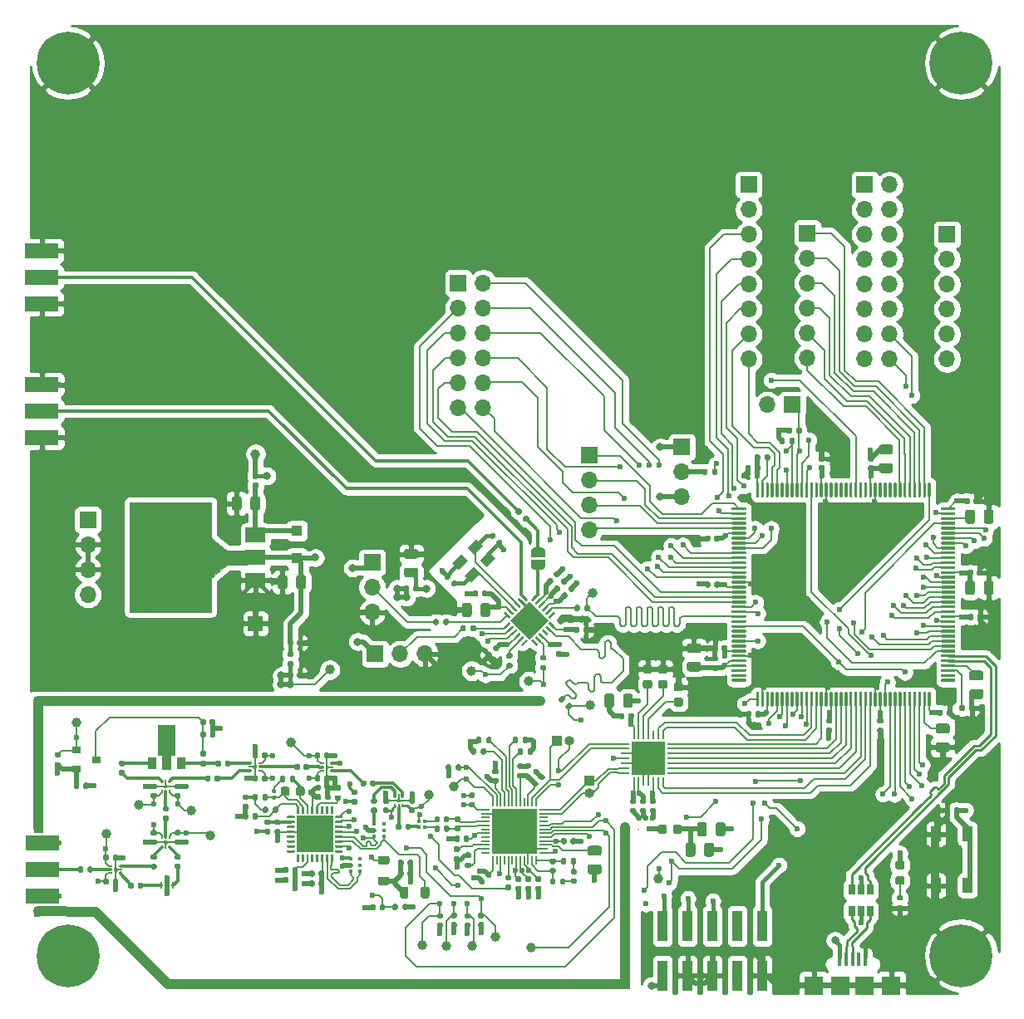
<source format=gtl>
G04 #@! TF.GenerationSoftware,KiCad,Pcbnew,(5.1.8)-1*
G04 #@! TF.CreationDate,2021-07-13T16:05:26-03:00*
G04 #@! TF.ProjectId,Proyecto_Final,50726f79-6563-4746-9f5f-46696e616c2e,rev?*
G04 #@! TF.SameCoordinates,Original*
G04 #@! TF.FileFunction,Copper,L1,Top*
G04 #@! TF.FilePolarity,Positive*
%FSLAX46Y46*%
G04 Gerber Fmt 4.6, Leading zero omitted, Abs format (unit mm)*
G04 Created by KiCad (PCBNEW (5.1.8)-1) date 2021-07-13 16:05:26*
%MOMM*%
%LPD*%
G01*
G04 APERTURE LIST*
G04 #@! TA.AperFunction,NonConductor*
%ADD10C,0.100000*%
G04 #@! TD*
G04 #@! TA.AperFunction,NonConductor*
%ADD11C,0.112000*%
G04 #@! TD*
G04 #@! TA.AperFunction,NonConductor*
%ADD12C,1.000000*%
G04 #@! TD*
G04 #@! TA.AperFunction,NonConductor*
%ADD13C,0.137000*%
G04 #@! TD*
G04 #@! TA.AperFunction,NonConductor*
%ADD14C,0.120000*%
G04 #@! TD*
G04 #@! TA.AperFunction,SMDPad,CuDef*
%ADD15R,3.500000X1.500000*%
G04 #@! TD*
G04 #@! TA.AperFunction,ComponentPad*
%ADD16O,1.700000X1.700000*%
G04 #@! TD*
G04 #@! TA.AperFunction,ComponentPad*
%ADD17R,1.700000X1.700000*%
G04 #@! TD*
G04 #@! TA.AperFunction,SMDPad,CuDef*
%ADD18R,1.900000X1.900000*%
G04 #@! TD*
G04 #@! TA.AperFunction,SMDPad,CuDef*
%ADD19R,0.400000X1.350000*%
G04 #@! TD*
G04 #@! TA.AperFunction,SMDPad,CuDef*
%ADD20C,1.000000*%
G04 #@! TD*
G04 #@! TA.AperFunction,SMDPad,CuDef*
%ADD21R,1.000000X1.550000*%
G04 #@! TD*
G04 #@! TA.AperFunction,SMDPad,CuDef*
%ADD22R,1.000000X3.150000*%
G04 #@! TD*
G04 #@! TA.AperFunction,ComponentPad*
%ADD23C,6.400000*%
G04 #@! TD*
G04 #@! TA.AperFunction,ComponentPad*
%ADD24C,0.800000*%
G04 #@! TD*
G04 #@! TA.AperFunction,SMDPad,CuDef*
%ADD25R,2.000000X3.800000*%
G04 #@! TD*
G04 #@! TA.AperFunction,SMDPad,CuDef*
%ADD26R,2.000000X1.500000*%
G04 #@! TD*
G04 #@! TA.AperFunction,SMDPad,CuDef*
%ADD27C,0.150000*%
G04 #@! TD*
G04 #@! TA.AperFunction,SMDPad,CuDef*
%ADD28R,0.812800X0.203200*%
G04 #@! TD*
G04 #@! TA.AperFunction,SMDPad,CuDef*
%ADD29R,0.203200X0.812800*%
G04 #@! TD*
G04 #@! TA.AperFunction,SMDPad,CuDef*
%ADD30R,4.597400X4.597400*%
G04 #@! TD*
G04 #@! TA.AperFunction,SMDPad,CuDef*
%ADD31R,0.650000X1.060000*%
G04 #@! TD*
G04 #@! TA.AperFunction,SMDPad,CuDef*
%ADD32R,0.900000X0.800000*%
G04 #@! TD*
G04 #@! TA.AperFunction,SMDPad,CuDef*
%ADD33R,1.100000X1.100000*%
G04 #@! TD*
G04 #@! TA.AperFunction,SMDPad,CuDef*
%ADD34R,0.275000X0.700000*%
G04 #@! TD*
G04 #@! TA.AperFunction,SMDPad,CuDef*
%ADD35R,0.450000X0.245000*%
G04 #@! TD*
G04 #@! TA.AperFunction,SMDPad,CuDef*
%ADD36R,0.330000X0.410000*%
G04 #@! TD*
G04 #@! TA.AperFunction,SMDPad,CuDef*
%ADD37R,0.400000X0.350000*%
G04 #@! TD*
G04 #@! TA.AperFunction,SMDPad,CuDef*
%ADD38R,1.500000X1.500000*%
G04 #@! TD*
G04 #@! TA.AperFunction,SMDPad,CuDef*
%ADD39R,0.330200X0.152400*%
G04 #@! TD*
G04 #@! TA.AperFunction,SMDPad,CuDef*
%ADD40R,0.650240X0.152400*%
G04 #@! TD*
G04 #@! TA.AperFunction,SMDPad,CuDef*
%ADD41R,0.152400X1.300480*%
G04 #@! TD*
G04 #@! TA.AperFunction,SMDPad,CuDef*
%ADD42O,0.129540X0.500380*%
G04 #@! TD*
G04 #@! TA.AperFunction,SMDPad,CuDef*
%ADD43R,0.152400X0.330200*%
G04 #@! TD*
G04 #@! TA.AperFunction,SMDPad,CuDef*
%ADD44R,0.152400X0.650240*%
G04 #@! TD*
G04 #@! TA.AperFunction,SMDPad,CuDef*
%ADD45R,1.300480X0.152400*%
G04 #@! TD*
G04 #@! TA.AperFunction,SMDPad,CuDef*
%ADD46O,0.500380X0.129540*%
G04 #@! TD*
G04 #@! TA.AperFunction,SMDPad,CuDef*
%ADD47R,3.700000X3.700000*%
G04 #@! TD*
G04 #@! TA.AperFunction,SMDPad,CuDef*
%ADD48R,0.960399X0.254800*%
G04 #@! TD*
G04 #@! TA.AperFunction,SMDPad,CuDef*
%ADD49R,0.254800X0.960399*%
G04 #@! TD*
G04 #@! TA.AperFunction,SMDPad,CuDef*
%ADD50R,3.352800X3.352800*%
G04 #@! TD*
G04 #@! TA.AperFunction,SMDPad,CuDef*
%ADD51R,0.900000X1.300000*%
G04 #@! TD*
G04 #@! TA.AperFunction,ComponentPad*
%ADD52O,1.000000X1.000000*%
G04 #@! TD*
G04 #@! TA.AperFunction,ComponentPad*
%ADD53R,1.000000X1.000000*%
G04 #@! TD*
G04 #@! TA.AperFunction,ViaPad*
%ADD54C,0.600000*%
G04 #@! TD*
G04 #@! TA.AperFunction,ViaPad*
%ADD55C,0.800000*%
G04 #@! TD*
G04 #@! TA.AperFunction,Conductor*
%ADD56C,0.250000*%
G04 #@! TD*
G04 #@! TA.AperFunction,Conductor*
%ADD57C,0.200000*%
G04 #@! TD*
G04 #@! TA.AperFunction,Conductor*
%ADD58C,0.400000*%
G04 #@! TD*
G04 #@! TA.AperFunction,Conductor*
%ADD59C,0.500000*%
G04 #@! TD*
G04 #@! TA.AperFunction,Conductor*
%ADD60C,0.300000*%
G04 #@! TD*
G04 #@! TA.AperFunction,Conductor*
%ADD61C,0.260000*%
G04 #@! TD*
G04 #@! TA.AperFunction,Conductor*
%ADD62C,0.254000*%
G04 #@! TD*
G04 #@! TA.AperFunction,Conductor*
%ADD63C,0.150000*%
G04 #@! TD*
G04 APERTURE END LIST*
D10*
G36*
X90820800Y-104280400D02*
G01*
X89042800Y-104280400D01*
X89042800Y-102908800D01*
X90820800Y-104280400D01*
G37*
X90820800Y-104280400D02*
X89042800Y-104280400D01*
X89042800Y-102908800D01*
X90820800Y-104280400D01*
G36*
X89042800Y-107125200D02*
G01*
X89042800Y-105601200D01*
X90820800Y-105601200D01*
X89042800Y-107125200D01*
G37*
X89042800Y-107125200D02*
X89042800Y-105601200D01*
X90820800Y-105601200D01*
X89042800Y-107125200D01*
D11*
G36*
X71554900Y-141453300D02*
G01*
X71046900Y-141453300D01*
X71046900Y-140564300D01*
X71554900Y-140564300D01*
X71554900Y-141453300D01*
G37*
X71554900Y-141453300D02*
X71046900Y-141453300D01*
X71046900Y-140564300D01*
X71554900Y-140564300D01*
X71554900Y-141453300D01*
D12*
X71516800Y-141008800D02*
X77280000Y-141010000D01*
X84700000Y-148425600D02*
X131206800Y-148425600D01*
X77280000Y-141010000D02*
X84700000Y-148425600D01*
D10*
G36*
X92751200Y-105652000D02*
G01*
X88941200Y-105652000D01*
X88941200Y-104229600D01*
X92751200Y-104229600D01*
X92751200Y-105652000D01*
G37*
X92751200Y-105652000D02*
X88941200Y-105652000D01*
X88941200Y-104229600D01*
X92751200Y-104229600D01*
X92751200Y-105652000D01*
G36*
X89093600Y-110478000D02*
G01*
X80813200Y-110478000D01*
X80813200Y-99302000D01*
X89093600Y-99302000D01*
X89093600Y-110478000D01*
G37*
X89093600Y-110478000D02*
X80813200Y-110478000D01*
X80813200Y-99302000D01*
X89093600Y-99302000D01*
X89093600Y-110478000D01*
D13*
G36*
X131714800Y-148857400D02*
G01*
X130800400Y-148857400D01*
X130800400Y-148273200D01*
X131714800Y-148273200D01*
X131714800Y-148857400D01*
G37*
X131714800Y-148857400D02*
X130800400Y-148857400D01*
X130800400Y-148273200D01*
X131714800Y-148273200D01*
X131714800Y-148857400D01*
D14*
G36*
X71605700Y-119558500D02*
G01*
X71034200Y-119558500D01*
X71034200Y-119114000D01*
X71605700Y-119114000D01*
X71605700Y-119558500D01*
G37*
X71605700Y-119558500D02*
X71034200Y-119558500D01*
X71034200Y-119114000D01*
X71605700Y-119114000D01*
X71605700Y-119558500D01*
D11*
G36*
X71923200Y-132957000D02*
G01*
X71034200Y-132957000D01*
X71034200Y-132449000D01*
X71923200Y-132449000D01*
X71923200Y-132957000D01*
G37*
X71923200Y-132957000D02*
X71034200Y-132957000D01*
X71034200Y-132449000D01*
X71923200Y-132449000D01*
X71923200Y-132957000D01*
D12*
X131283000Y-132449000D02*
X131283000Y-148374800D01*
X71567600Y-119558500D02*
X122650500Y-119558500D01*
X71478700Y-132466500D02*
X71478700Y-119558500D01*
G04 #@! TA.AperFunction,SMDPad,CuDef*
G36*
G01*
X112750000Y-111685000D02*
X112750000Y-111315000D01*
G75*
G02*
X112885000Y-111180000I135000J0D01*
G01*
X113155000Y-111180000D01*
G75*
G02*
X113290000Y-111315000I0J-135000D01*
G01*
X113290000Y-111685000D01*
G75*
G02*
X113155000Y-111820000I-135000J0D01*
G01*
X112885000Y-111820000D01*
G75*
G02*
X112750000Y-111685000I0J135000D01*
G01*
G37*
G04 #@! TD.AperFunction*
G04 #@! TA.AperFunction,SMDPad,CuDef*
G36*
G01*
X111730000Y-111685000D02*
X111730000Y-111315000D01*
G75*
G02*
X111865000Y-111180000I135000J0D01*
G01*
X112135000Y-111180000D01*
G75*
G02*
X112270000Y-111315000I0J-135000D01*
G01*
X112270000Y-111685000D01*
G75*
G02*
X112135000Y-111820000I-135000J0D01*
G01*
X111865000Y-111820000D01*
G75*
G02*
X111730000Y-111685000I0J135000D01*
G01*
G37*
G04 #@! TD.AperFunction*
D15*
X71850000Y-92700000D03*
X71850000Y-87300000D03*
X71850000Y-90000000D03*
D16*
X105500000Y-110500001D03*
X105500000Y-107960001D03*
D17*
X105500000Y-105420001D03*
D18*
X158375000Y-148550000D03*
X155625000Y-148550000D03*
X153225000Y-148550000D03*
X150475000Y-148550000D03*
D19*
X155725000Y-145875000D03*
X155075000Y-145875000D03*
X154425000Y-145875000D03*
X153775000Y-145875000D03*
X153125000Y-145875000D03*
D20*
X118011500Y-143625000D03*
X134610400Y-137706800D03*
X113833200Y-128258000D03*
X111242400Y-129134300D03*
X88992000Y-133274500D03*
X78387500Y-133084000D03*
X81765700Y-130099500D03*
X75339500Y-121781000D03*
X97247000Y-123813000D03*
X87036200Y-130734500D03*
X115611200Y-116472400D03*
X121453200Y-117539200D03*
X127701600Y-119977600D03*
X127917500Y-108509500D03*
X93614800Y-94374400D03*
X101184000Y-116370800D03*
X110582000Y-144463200D03*
X115662000Y-144514000D03*
X113058500Y-144514000D03*
X121707200Y-144666400D03*
D17*
X76546000Y-101080000D03*
D16*
X76546000Y-103620000D03*
X76546000Y-106160000D03*
X76546000Y-108700000D03*
D17*
X127600000Y-94476000D03*
D16*
X127600000Y-97016000D03*
X127600000Y-99556000D03*
X127600000Y-102096000D03*
D17*
X114265000Y-76950000D03*
D16*
X116805000Y-76950000D03*
X114265000Y-79490000D03*
X116805000Y-79490000D03*
X114265000Y-82030000D03*
X116805000Y-82030000D03*
X114265000Y-84570000D03*
X116805000Y-84570000D03*
X114265000Y-87110000D03*
X116805000Y-87110000D03*
X114265000Y-89650000D03*
X116805000Y-89650000D03*
D17*
X143856000Y-66917000D03*
D16*
X143856000Y-69457000D03*
X143856000Y-71997000D03*
X143856000Y-74537000D03*
X143856000Y-77077000D03*
X143856000Y-79617000D03*
X143856000Y-82157000D03*
X143856000Y-84697000D03*
D17*
X149825000Y-71870000D03*
D16*
X149825000Y-74410000D03*
X149825000Y-76950000D03*
X149825000Y-79490000D03*
X149825000Y-82030000D03*
X149825000Y-84570000D03*
D17*
X148275600Y-89345200D03*
D16*
X145735600Y-89345200D03*
D21*
X166123100Y-138347800D03*
X166123100Y-133097800D03*
X162923100Y-133097800D03*
X162923100Y-138347800D03*
D17*
X164049000Y-71997000D03*
D16*
X164049000Y-74537000D03*
X164049000Y-77077000D03*
X164049000Y-79617000D03*
X164049000Y-82157000D03*
X164049000Y-84697000D03*
D17*
X155667000Y-66917000D03*
D16*
X158207000Y-66917000D03*
X155667000Y-69457000D03*
X158207000Y-69457000D03*
X155667000Y-71997000D03*
X158207000Y-71997000D03*
X155667000Y-74537000D03*
X158207000Y-74537000D03*
X155667000Y-77077000D03*
X158207000Y-77077000D03*
X155667000Y-79617000D03*
X158207000Y-79617000D03*
X155667000Y-82157000D03*
X158207000Y-82157000D03*
X155667000Y-84697000D03*
X158207000Y-84697000D03*
D22*
X135067600Y-147547000D03*
X135067600Y-142497000D03*
X137607600Y-147547000D03*
X137607600Y-142497000D03*
X140147600Y-147547000D03*
X140147600Y-142497000D03*
X142687600Y-147547000D03*
X142687600Y-142497000D03*
X145227600Y-147547000D03*
X145227600Y-142497000D03*
G04 #@! TA.AperFunction,SMDPad,CuDef*
G36*
G01*
X115070600Y-134996400D02*
X115440600Y-134996400D01*
G75*
G02*
X115575600Y-135131400I0J-135000D01*
G01*
X115575600Y-135401400D01*
G75*
G02*
X115440600Y-135536400I-135000J0D01*
G01*
X115070600Y-135536400D01*
G75*
G02*
X114935600Y-135401400I0J135000D01*
G01*
X114935600Y-135131400D01*
G75*
G02*
X115070600Y-134996400I135000J0D01*
G01*
G37*
G04 #@! TD.AperFunction*
G04 #@! TA.AperFunction,SMDPad,CuDef*
G36*
G01*
X115070600Y-136016400D02*
X115440600Y-136016400D01*
G75*
G02*
X115575600Y-136151400I0J-135000D01*
G01*
X115575600Y-136421400D01*
G75*
G02*
X115440600Y-136556400I-135000J0D01*
G01*
X115070600Y-136556400D01*
G75*
G02*
X114935600Y-136421400I0J135000D01*
G01*
X114935600Y-136151400D01*
G75*
G02*
X115070600Y-136016400I135000J0D01*
G01*
G37*
G04 #@! TD.AperFunction*
G04 #@! TA.AperFunction,SMDPad,CuDef*
G36*
G01*
X113953000Y-134386800D02*
X114323000Y-134386800D01*
G75*
G02*
X114458000Y-134521800I0J-135000D01*
G01*
X114458000Y-134791800D01*
G75*
G02*
X114323000Y-134926800I-135000J0D01*
G01*
X113953000Y-134926800D01*
G75*
G02*
X113818000Y-134791800I0J135000D01*
G01*
X113818000Y-134521800D01*
G75*
G02*
X113953000Y-134386800I135000J0D01*
G01*
G37*
G04 #@! TD.AperFunction*
G04 #@! TA.AperFunction,SMDPad,CuDef*
G36*
G01*
X113953000Y-135406800D02*
X114323000Y-135406800D01*
G75*
G02*
X114458000Y-135541800I0J-135000D01*
G01*
X114458000Y-135811800D01*
G75*
G02*
X114323000Y-135946800I-135000J0D01*
G01*
X113953000Y-135946800D01*
G75*
G02*
X113818000Y-135811800I0J135000D01*
G01*
X113818000Y-135541800D01*
G75*
G02*
X113953000Y-135406800I135000J0D01*
G01*
G37*
G04 #@! TD.AperFunction*
D17*
X105806800Y-114745200D03*
D16*
X108346800Y-114745200D03*
X110886800Y-114745200D03*
D17*
X137036100Y-93663200D03*
D16*
X137036100Y-96203200D03*
X137036100Y-98743200D03*
D23*
X165500000Y-54500000D03*
D24*
X167900000Y-54500000D03*
X167197056Y-56197056D03*
X165500000Y-56900000D03*
X163802944Y-56197056D03*
X163100000Y-54500000D03*
X163802944Y-52802944D03*
X165500000Y-52100000D03*
X167197056Y-52802944D03*
D23*
X74500000Y-54500000D03*
D24*
X76900000Y-54500000D03*
X76197056Y-56197056D03*
X74500000Y-56900000D03*
X72802944Y-56197056D03*
X72100000Y-54500000D03*
X72802944Y-52802944D03*
X74500000Y-52100000D03*
X76197056Y-52802944D03*
D23*
X165500000Y-145500000D03*
D24*
X167900000Y-145500000D03*
X167197056Y-147197056D03*
X165500000Y-147900000D03*
X163802944Y-147197056D03*
X163100000Y-145500000D03*
X163802944Y-143802944D03*
X165500000Y-143100000D03*
X167197056Y-143802944D03*
D23*
X74500000Y-145500000D03*
D24*
X76900000Y-145500000D03*
X76197056Y-147197056D03*
X74500000Y-147900000D03*
X72802944Y-147197056D03*
X72100000Y-145500000D03*
X72802944Y-143802944D03*
X74500000Y-143100000D03*
X76197056Y-143802944D03*
D25*
X87314800Y-104940800D03*
D26*
X93614800Y-104940800D03*
X93614800Y-102640800D03*
X93614800Y-107240800D03*
G04 #@! TA.AperFunction,SMDPad,CuDef*
D27*
G36*
X123150000Y-105192400D02*
G01*
X123150000Y-105692400D01*
X123149398Y-105692400D01*
X123149398Y-105716934D01*
X123144588Y-105765765D01*
X123135016Y-105813890D01*
X123120772Y-105860845D01*
X123101995Y-105906178D01*
X123078864Y-105949451D01*
X123051604Y-105990250D01*
X123020476Y-106028179D01*
X122985779Y-106062876D01*
X122947850Y-106094004D01*
X122907051Y-106121264D01*
X122863778Y-106144395D01*
X122818445Y-106163172D01*
X122771490Y-106177416D01*
X122723365Y-106186988D01*
X122674534Y-106191798D01*
X122650000Y-106191798D01*
X122650000Y-106192400D01*
X122150000Y-106192400D01*
X122150000Y-106191798D01*
X122125466Y-106191798D01*
X122076635Y-106186988D01*
X122028510Y-106177416D01*
X121981555Y-106163172D01*
X121936222Y-106144395D01*
X121892949Y-106121264D01*
X121852150Y-106094004D01*
X121814221Y-106062876D01*
X121779524Y-106028179D01*
X121748396Y-105990250D01*
X121721136Y-105949451D01*
X121698005Y-105906178D01*
X121679228Y-105860845D01*
X121664984Y-105813890D01*
X121655412Y-105765765D01*
X121650602Y-105716934D01*
X121650602Y-105692400D01*
X121650000Y-105692400D01*
X121650000Y-105192400D01*
X123150000Y-105192400D01*
G37*
G04 #@! TD.AperFunction*
G04 #@! TA.AperFunction,SMDPad,CuDef*
G36*
X121650602Y-104392400D02*
G01*
X121650602Y-104367866D01*
X121655412Y-104319035D01*
X121664984Y-104270910D01*
X121679228Y-104223955D01*
X121698005Y-104178622D01*
X121721136Y-104135349D01*
X121748396Y-104094550D01*
X121779524Y-104056621D01*
X121814221Y-104021924D01*
X121852150Y-103990796D01*
X121892949Y-103963536D01*
X121936222Y-103940405D01*
X121981555Y-103921628D01*
X122028510Y-103907384D01*
X122076635Y-103897812D01*
X122125466Y-103893002D01*
X122150000Y-103893002D01*
X122150000Y-103892400D01*
X122650000Y-103892400D01*
X122650000Y-103893002D01*
X122674534Y-103893002D01*
X122723365Y-103897812D01*
X122771490Y-103907384D01*
X122818445Y-103921628D01*
X122863778Y-103940405D01*
X122907051Y-103963536D01*
X122947850Y-103990796D01*
X122985779Y-104021924D01*
X123020476Y-104056621D01*
X123051604Y-104094550D01*
X123078864Y-104135349D01*
X123101995Y-104178622D01*
X123120772Y-104223955D01*
X123135016Y-104270910D01*
X123144588Y-104319035D01*
X123149398Y-104367866D01*
X123149398Y-104392400D01*
X123150000Y-104392400D01*
X123150000Y-104892400D01*
X121650000Y-104892400D01*
X121650000Y-104392400D01*
X121650602Y-104392400D01*
G37*
G04 #@! TD.AperFunction*
D15*
X71820000Y-76350000D03*
X71820000Y-73650000D03*
X71820000Y-79050000D03*
D28*
X117033600Y-130629999D03*
X117033600Y-131030001D03*
X117033600Y-131430000D03*
X117033600Y-131829999D03*
X117033600Y-132230001D03*
X117033600Y-132630000D03*
X117033600Y-133030000D03*
X117033600Y-133429999D03*
X117033600Y-133830001D03*
X117033600Y-134230000D03*
X117033600Y-134629999D03*
X117033600Y-135030001D03*
D29*
X117779999Y-135776400D03*
X118180001Y-135776400D03*
X118580000Y-135776400D03*
X118979999Y-135776400D03*
X119380001Y-135776400D03*
X119780000Y-135776400D03*
X120180000Y-135776400D03*
X120579999Y-135776400D03*
X120980001Y-135776400D03*
X121380000Y-135776400D03*
X121779999Y-135776400D03*
X122180001Y-135776400D03*
D28*
X122926400Y-135030001D03*
X122926400Y-134629999D03*
X122926400Y-134230000D03*
X122926400Y-133830001D03*
X122926400Y-133429999D03*
X122926400Y-133030000D03*
X122926400Y-132630000D03*
X122926400Y-132230001D03*
X122926400Y-131829999D03*
X122926400Y-131430000D03*
X122926400Y-131030001D03*
X122926400Y-130629999D03*
D29*
X122180001Y-129883600D03*
X121779999Y-129883600D03*
X121380000Y-129883600D03*
X120980001Y-129883600D03*
X120579999Y-129883600D03*
X120180000Y-129883600D03*
X119780000Y-129883600D03*
X119380001Y-129883600D03*
X118979999Y-129883600D03*
X118580000Y-129883600D03*
X118180001Y-129883600D03*
X117779999Y-129883600D03*
D30*
X119980000Y-132830000D03*
D31*
X154336000Y-140991200D03*
X155286000Y-140991200D03*
X156236000Y-140991200D03*
X156236000Y-138791200D03*
X154336000Y-138791200D03*
X155286000Y-138791200D03*
D32*
X75371500Y-124577500D03*
X75371500Y-126477500D03*
X77371500Y-125527500D03*
D33*
X97831200Y-102197599D03*
X97831200Y-104997599D03*
G04 #@! TA.AperFunction,SMDPad,CuDef*
G36*
G01*
X137039398Y-132376798D02*
X137039398Y-132876798D01*
G75*
G02*
X136814398Y-133101798I-225000J0D01*
G01*
X136364398Y-133101798D01*
G75*
G02*
X136139398Y-132876798I0J225000D01*
G01*
X136139398Y-132376798D01*
G75*
G02*
X136364398Y-132151798I225000J0D01*
G01*
X136814398Y-132151798D01*
G75*
G02*
X137039398Y-132376798I0J-225000D01*
G01*
G37*
G04 #@! TD.AperFunction*
G04 #@! TA.AperFunction,SMDPad,CuDef*
G36*
G01*
X135489398Y-132376798D02*
X135489398Y-132876798D01*
G75*
G02*
X135264398Y-133101798I-225000J0D01*
G01*
X134814398Y-133101798D01*
G75*
G02*
X134589398Y-132876798I0J225000D01*
G01*
X134589398Y-132376798D01*
G75*
G02*
X134814398Y-132151798I225000J0D01*
G01*
X135264398Y-132151798D01*
G75*
G02*
X135489398Y-132376798I0J-225000D01*
G01*
G37*
G04 #@! TD.AperFunction*
G04 #@! TA.AperFunction,SMDPad,CuDef*
G36*
G01*
X88013500Y-123157500D02*
X88013500Y-122817500D01*
G75*
G02*
X88153500Y-122677500I140000J0D01*
G01*
X88433500Y-122677500D01*
G75*
G02*
X88573500Y-122817500I0J-140000D01*
G01*
X88573500Y-123157500D01*
G75*
G02*
X88433500Y-123297500I-140000J0D01*
G01*
X88153500Y-123297500D01*
G75*
G02*
X88013500Y-123157500I0J140000D01*
G01*
G37*
G04 #@! TD.AperFunction*
G04 #@! TA.AperFunction,SMDPad,CuDef*
G36*
G01*
X88973500Y-123157500D02*
X88973500Y-122817500D01*
G75*
G02*
X89113500Y-122677500I140000J0D01*
G01*
X89393500Y-122677500D01*
G75*
G02*
X89533500Y-122817500I0J-140000D01*
G01*
X89533500Y-123157500D01*
G75*
G02*
X89393500Y-123297500I-140000J0D01*
G01*
X89113500Y-123297500D01*
G75*
G02*
X88973500Y-123157500I0J140000D01*
G01*
G37*
G04 #@! TD.AperFunction*
G04 #@! TA.AperFunction,SMDPad,CuDef*
G36*
G01*
X98627000Y-128516000D02*
X98627000Y-129016000D01*
G75*
G02*
X98402000Y-129241000I-225000J0D01*
G01*
X97952000Y-129241000D01*
G75*
G02*
X97727000Y-129016000I0J225000D01*
G01*
X97727000Y-128516000D01*
G75*
G02*
X97952000Y-128291000I225000J0D01*
G01*
X98402000Y-128291000D01*
G75*
G02*
X98627000Y-128516000I0J-225000D01*
G01*
G37*
G04 #@! TD.AperFunction*
G04 #@! TA.AperFunction,SMDPad,CuDef*
G36*
G01*
X97077000Y-128516000D02*
X97077000Y-129016000D01*
G75*
G02*
X96852000Y-129241000I-225000J0D01*
G01*
X96402000Y-129241000D01*
G75*
G02*
X96177000Y-129016000I0J225000D01*
G01*
X96177000Y-128516000D01*
G75*
G02*
X96402000Y-128291000I225000J0D01*
G01*
X96852000Y-128291000D01*
G75*
G02*
X97077000Y-128516000I0J-225000D01*
G01*
G37*
G04 #@! TD.AperFunction*
G04 #@! TA.AperFunction,SMDPad,CuDef*
G36*
G01*
X108320000Y-139459650D02*
X108320000Y-138697150D01*
G75*
G02*
X108538750Y-138478400I218750J0D01*
G01*
X108976250Y-138478400D01*
G75*
G02*
X109195000Y-138697150I0J-218750D01*
G01*
X109195000Y-139459650D01*
G75*
G02*
X108976250Y-139678400I-218750J0D01*
G01*
X108538750Y-139678400D01*
G75*
G02*
X108320000Y-139459650I0J218750D01*
G01*
G37*
G04 #@! TD.AperFunction*
G04 #@! TA.AperFunction,SMDPad,CuDef*
G36*
G01*
X110445000Y-139459650D02*
X110445000Y-138697150D01*
G75*
G02*
X110663750Y-138478400I218750J0D01*
G01*
X111101250Y-138478400D01*
G75*
G02*
X111320000Y-138697150I0J-218750D01*
G01*
X111320000Y-139459650D01*
G75*
G02*
X111101250Y-139678400I-218750J0D01*
G01*
X110663750Y-139678400D01*
G75*
G02*
X110445000Y-139459650I0J218750D01*
G01*
G37*
G04 #@! TD.AperFunction*
G04 #@! TA.AperFunction,SMDPad,CuDef*
G36*
G01*
X107051650Y-138338900D02*
X106289150Y-138338900D01*
G75*
G02*
X106070400Y-138120150I0J218750D01*
G01*
X106070400Y-137682650D01*
G75*
G02*
X106289150Y-137463900I218750J0D01*
G01*
X107051650Y-137463900D01*
G75*
G02*
X107270400Y-137682650I0J-218750D01*
G01*
X107270400Y-138120150D01*
G75*
G02*
X107051650Y-138338900I-218750J0D01*
G01*
G37*
G04 #@! TD.AperFunction*
G04 #@! TA.AperFunction,SMDPad,CuDef*
G36*
G01*
X107051650Y-136213900D02*
X106289150Y-136213900D01*
G75*
G02*
X106070400Y-135995150I0J218750D01*
G01*
X106070400Y-135557650D01*
G75*
G02*
X106289150Y-135338900I218750J0D01*
G01*
X107051650Y-135338900D01*
G75*
G02*
X107270400Y-135557650I0J-218750D01*
G01*
X107270400Y-135995150D01*
G75*
G02*
X107051650Y-136213900I-218750J0D01*
G01*
G37*
G04 #@! TD.AperFunction*
G04 #@! TA.AperFunction,SMDPad,CuDef*
G36*
G01*
X109939400Y-106964800D02*
X108989400Y-106964800D01*
G75*
G02*
X108739400Y-106714800I0J250000D01*
G01*
X108739400Y-106214800D01*
G75*
G02*
X108989400Y-105964800I250000J0D01*
G01*
X109939400Y-105964800D01*
G75*
G02*
X110189400Y-106214800I0J-250000D01*
G01*
X110189400Y-106714800D01*
G75*
G02*
X109939400Y-106964800I-250000J0D01*
G01*
G37*
G04 #@! TD.AperFunction*
G04 #@! TA.AperFunction,SMDPad,CuDef*
G36*
G01*
X109939400Y-105064800D02*
X108989400Y-105064800D01*
G75*
G02*
X108739400Y-104814800I0J250000D01*
G01*
X108739400Y-104314800D01*
G75*
G02*
X108989400Y-104064800I250000J0D01*
G01*
X109939400Y-104064800D01*
G75*
G02*
X110189400Y-104314800I0J-250000D01*
G01*
X110189400Y-104814800D01*
G75*
G02*
X109939400Y-105064800I-250000J0D01*
G01*
G37*
G04 #@! TD.AperFunction*
G04 #@! TA.AperFunction,SMDPad,CuDef*
G36*
G01*
X98757999Y-106955000D02*
X98757999Y-107905000D01*
G75*
G02*
X98507999Y-108155000I-250000J0D01*
G01*
X98007999Y-108155000D01*
G75*
G02*
X97757999Y-107905000I0J250000D01*
G01*
X97757999Y-106955000D01*
G75*
G02*
X98007999Y-106705000I250000J0D01*
G01*
X98507999Y-106705000D01*
G75*
G02*
X98757999Y-106955000I0J-250000D01*
G01*
G37*
G04 #@! TD.AperFunction*
G04 #@! TA.AperFunction,SMDPad,CuDef*
G36*
G01*
X96857999Y-106955000D02*
X96857999Y-107905000D01*
G75*
G02*
X96607999Y-108155000I-250000J0D01*
G01*
X96107999Y-108155000D01*
G75*
G02*
X95857999Y-107905000I0J250000D01*
G01*
X95857999Y-106955000D01*
G75*
G02*
X96107999Y-106705000I250000J0D01*
G01*
X96607999Y-106705000D01*
G75*
G02*
X96857999Y-106955000I0J-250000D01*
G01*
G37*
G04 #@! TD.AperFunction*
G04 #@! TA.AperFunction,SMDPad,CuDef*
G36*
G01*
X94084399Y-98928600D02*
X94084399Y-99878600D01*
G75*
G02*
X93834399Y-100128600I-250000J0D01*
G01*
X93334399Y-100128600D01*
G75*
G02*
X93084399Y-99878600I0J250000D01*
G01*
X93084399Y-98928600D01*
G75*
G02*
X93334399Y-98678600I250000J0D01*
G01*
X93834399Y-98678600D01*
G75*
G02*
X94084399Y-98928600I0J-250000D01*
G01*
G37*
G04 #@! TD.AperFunction*
G04 #@! TA.AperFunction,SMDPad,CuDef*
G36*
G01*
X92184399Y-98928600D02*
X92184399Y-99878600D01*
G75*
G02*
X91934399Y-100128600I-250000J0D01*
G01*
X91434399Y-100128600D01*
G75*
G02*
X91184399Y-99878600I0J250000D01*
G01*
X91184399Y-98928600D01*
G75*
G02*
X91434399Y-98678600I250000J0D01*
G01*
X91934399Y-98678600D01*
G75*
G02*
X92184399Y-98928600I0J-250000D01*
G01*
G37*
G04 #@! TD.AperFunction*
G04 #@! TA.AperFunction,SMDPad,CuDef*
G36*
G01*
X102181800Y-129698400D02*
X101811800Y-129698400D01*
G75*
G02*
X101676800Y-129563400I0J135000D01*
G01*
X101676800Y-129293400D01*
G75*
G02*
X101811800Y-129158400I135000J0D01*
G01*
X102181800Y-129158400D01*
G75*
G02*
X102316800Y-129293400I0J-135000D01*
G01*
X102316800Y-129563400D01*
G75*
G02*
X102181800Y-129698400I-135000J0D01*
G01*
G37*
G04 #@! TD.AperFunction*
G04 #@! TA.AperFunction,SMDPad,CuDef*
G36*
G01*
X102181800Y-128678400D02*
X101811800Y-128678400D01*
G75*
G02*
X101676800Y-128543400I0J135000D01*
G01*
X101676800Y-128273400D01*
G75*
G02*
X101811800Y-128138400I135000J0D01*
G01*
X102181800Y-128138400D01*
G75*
G02*
X102316800Y-128273400I0J-135000D01*
G01*
X102316800Y-128543400D01*
G75*
G02*
X102181800Y-128678400I-135000J0D01*
G01*
G37*
G04 #@! TD.AperFunction*
G04 #@! TA.AperFunction,SMDPad,CuDef*
G36*
G01*
X117257600Y-108428400D02*
X117257600Y-108768400D01*
G75*
G02*
X117117600Y-108908400I-140000J0D01*
G01*
X116837600Y-108908400D01*
G75*
G02*
X116697600Y-108768400I0J140000D01*
G01*
X116697600Y-108428400D01*
G75*
G02*
X116837600Y-108288400I140000J0D01*
G01*
X117117600Y-108288400D01*
G75*
G02*
X117257600Y-108428400I0J-140000D01*
G01*
G37*
G04 #@! TD.AperFunction*
G04 #@! TA.AperFunction,SMDPad,CuDef*
G36*
G01*
X116297600Y-108428400D02*
X116297600Y-108768400D01*
G75*
G02*
X116157600Y-108908400I-140000J0D01*
G01*
X115877600Y-108908400D01*
G75*
G02*
X115737600Y-108768400I0J140000D01*
G01*
X115737600Y-108428400D01*
G75*
G02*
X115877600Y-108288400I140000J0D01*
G01*
X116157600Y-108288400D01*
G75*
G02*
X116297600Y-108428400I0J-140000D01*
G01*
G37*
G04 #@! TD.AperFunction*
G04 #@! TA.AperFunction,SMDPad,CuDef*
G36*
G01*
X117663200Y-123348600D02*
X117663200Y-123718600D01*
G75*
G02*
X117528200Y-123853600I-135000J0D01*
G01*
X117258200Y-123853600D01*
G75*
G02*
X117123200Y-123718600I0J135000D01*
G01*
X117123200Y-123348600D01*
G75*
G02*
X117258200Y-123213600I135000J0D01*
G01*
X117528200Y-123213600D01*
G75*
G02*
X117663200Y-123348600I0J-135000D01*
G01*
G37*
G04 #@! TD.AperFunction*
G04 #@! TA.AperFunction,SMDPad,CuDef*
G36*
G01*
X116643200Y-123348600D02*
X116643200Y-123718600D01*
G75*
G02*
X116508200Y-123853600I-135000J0D01*
G01*
X116238200Y-123853600D01*
G75*
G02*
X116103200Y-123718600I0J135000D01*
G01*
X116103200Y-123348600D01*
G75*
G02*
X116238200Y-123213600I135000J0D01*
G01*
X116508200Y-123213600D01*
G75*
G02*
X116643200Y-123348600I0J-135000D01*
G01*
G37*
G04 #@! TD.AperFunction*
G04 #@! TA.AperFunction,SMDPad,CuDef*
G36*
G01*
X114560400Y-126142600D02*
X114560400Y-126512600D01*
G75*
G02*
X114425400Y-126647600I-135000J0D01*
G01*
X114155400Y-126647600D01*
G75*
G02*
X114020400Y-126512600I0J135000D01*
G01*
X114020400Y-126142600D01*
G75*
G02*
X114155400Y-126007600I135000J0D01*
G01*
X114425400Y-126007600D01*
G75*
G02*
X114560400Y-126142600I0J-135000D01*
G01*
G37*
G04 #@! TD.AperFunction*
G04 #@! TA.AperFunction,SMDPad,CuDef*
G36*
G01*
X113540400Y-126142600D02*
X113540400Y-126512600D01*
G75*
G02*
X113405400Y-126647600I-135000J0D01*
G01*
X113135400Y-126647600D01*
G75*
G02*
X113000400Y-126512600I0J135000D01*
G01*
X113000400Y-126142600D01*
G75*
G02*
X113135400Y-126007600I135000J0D01*
G01*
X113405400Y-126007600D01*
G75*
G02*
X113540400Y-126142600I0J-135000D01*
G01*
G37*
G04 #@! TD.AperFunction*
G04 #@! TA.AperFunction,SMDPad,CuDef*
G36*
G01*
X93787300Y-97869800D02*
X93442300Y-97869800D01*
G75*
G02*
X93294800Y-97722300I0J147500D01*
G01*
X93294800Y-97427300D01*
G75*
G02*
X93442300Y-97279800I147500J0D01*
G01*
X93787300Y-97279800D01*
G75*
G02*
X93934800Y-97427300I0J-147500D01*
G01*
X93934800Y-97722300D01*
G75*
G02*
X93787300Y-97869800I-147500J0D01*
G01*
G37*
G04 #@! TD.AperFunction*
G04 #@! TA.AperFunction,SMDPad,CuDef*
G36*
G01*
X93787300Y-96899800D02*
X93442300Y-96899800D01*
G75*
G02*
X93294800Y-96752300I0J147500D01*
G01*
X93294800Y-96457300D01*
G75*
G02*
X93442300Y-96309800I147500J0D01*
G01*
X93787300Y-96309800D01*
G75*
G02*
X93934800Y-96457300I0J-147500D01*
G01*
X93934800Y-96752300D01*
G75*
G02*
X93787300Y-96899800I-147500J0D01*
G01*
G37*
G04 #@! TD.AperFunction*
G04 #@! TA.AperFunction,SMDPad,CuDef*
G36*
G01*
X110244400Y-107917900D02*
X110244400Y-108262900D01*
G75*
G02*
X110096900Y-108410400I-147500J0D01*
G01*
X109801900Y-108410400D01*
G75*
G02*
X109654400Y-108262900I0J147500D01*
G01*
X109654400Y-107917900D01*
G75*
G02*
X109801900Y-107770400I147500J0D01*
G01*
X110096900Y-107770400D01*
G75*
G02*
X110244400Y-107917900I0J-147500D01*
G01*
G37*
G04 #@! TD.AperFunction*
G04 #@! TA.AperFunction,SMDPad,CuDef*
G36*
G01*
X109274400Y-107917900D02*
X109274400Y-108262900D01*
G75*
G02*
X109126900Y-108410400I-147500J0D01*
G01*
X108831900Y-108410400D01*
G75*
G02*
X108684400Y-108262900I0J147500D01*
G01*
X108684400Y-107917900D01*
G75*
G02*
X108831900Y-107770400I147500J0D01*
G01*
X109126900Y-107770400D01*
G75*
G02*
X109274400Y-107917900I0J-147500D01*
G01*
G37*
G04 #@! TD.AperFunction*
G04 #@! TA.AperFunction,SMDPad,CuDef*
G36*
G01*
X73644901Y-126332899D02*
X73274901Y-126332899D01*
G75*
G02*
X73139901Y-126197899I0J135000D01*
G01*
X73139901Y-125927899D01*
G75*
G02*
X73274901Y-125792899I135000J0D01*
G01*
X73644901Y-125792899D01*
G75*
G02*
X73779901Y-125927899I0J-135000D01*
G01*
X73779901Y-126197899D01*
G75*
G02*
X73644901Y-126332899I-135000J0D01*
G01*
G37*
G04 #@! TD.AperFunction*
G04 #@! TA.AperFunction,SMDPad,CuDef*
G36*
G01*
X73644901Y-125312899D02*
X73274901Y-125312899D01*
G75*
G02*
X73139901Y-125177899I0J135000D01*
G01*
X73139901Y-124907899D01*
G75*
G02*
X73274901Y-124772899I135000J0D01*
G01*
X73644901Y-124772899D01*
G75*
G02*
X73779901Y-124907899I0J-135000D01*
G01*
X73779901Y-125177899D01*
G75*
G02*
X73644901Y-125312899I-135000J0D01*
G01*
G37*
G04 #@! TD.AperFunction*
G04 #@! TA.AperFunction,SMDPad,CuDef*
G36*
G01*
X96998300Y-114501000D02*
X97343300Y-114501000D01*
G75*
G02*
X97490800Y-114648500I0J-147500D01*
G01*
X97490800Y-114943500D01*
G75*
G02*
X97343300Y-115091000I-147500J0D01*
G01*
X96998300Y-115091000D01*
G75*
G02*
X96850800Y-114943500I0J147500D01*
G01*
X96850800Y-114648500D01*
G75*
G02*
X96998300Y-114501000I147500J0D01*
G01*
G37*
G04 #@! TD.AperFunction*
G04 #@! TA.AperFunction,SMDPad,CuDef*
G36*
G01*
X96998300Y-115471000D02*
X97343300Y-115471000D01*
G75*
G02*
X97490800Y-115618500I0J-147500D01*
G01*
X97490800Y-115913500D01*
G75*
G02*
X97343300Y-116061000I-147500J0D01*
G01*
X96998300Y-116061000D01*
G75*
G02*
X96850800Y-115913500I0J147500D01*
G01*
X96850800Y-115618500D01*
G75*
G02*
X96998300Y-115471000I147500J0D01*
G01*
G37*
G04 #@! TD.AperFunction*
G04 #@! TA.AperFunction,SMDPad,CuDef*
G36*
G01*
X159504650Y-138296900D02*
X158992150Y-138296900D01*
G75*
G02*
X158773400Y-138078150I0J218750D01*
G01*
X158773400Y-137640650D01*
G75*
G02*
X158992150Y-137421900I218750J0D01*
G01*
X159504650Y-137421900D01*
G75*
G02*
X159723400Y-137640650I0J-218750D01*
G01*
X159723400Y-138078150D01*
G75*
G02*
X159504650Y-138296900I-218750J0D01*
G01*
G37*
G04 #@! TD.AperFunction*
G04 #@! TA.AperFunction,SMDPad,CuDef*
G36*
G01*
X159504650Y-136721900D02*
X158992150Y-136721900D01*
G75*
G02*
X158773400Y-136503150I0J218750D01*
G01*
X158773400Y-136065650D01*
G75*
G02*
X158992150Y-135846900I218750J0D01*
G01*
X159504650Y-135846900D01*
G75*
G02*
X159723400Y-136065650I0J-218750D01*
G01*
X159723400Y-136503150D01*
G75*
G02*
X159504650Y-136721900I-218750J0D01*
G01*
G37*
G04 #@! TD.AperFunction*
D15*
X71872400Y-136741600D03*
X71872400Y-134041600D03*
X71872400Y-139441600D03*
G04 #@! TA.AperFunction,SMDPad,CuDef*
G36*
G01*
X114016300Y-131311000D02*
X114361300Y-131311000D01*
G75*
G02*
X114508800Y-131458500I0J-147500D01*
G01*
X114508800Y-131753500D01*
G75*
G02*
X114361300Y-131901000I-147500J0D01*
G01*
X114016300Y-131901000D01*
G75*
G02*
X113868800Y-131753500I0J147500D01*
G01*
X113868800Y-131458500D01*
G75*
G02*
X114016300Y-131311000I147500J0D01*
G01*
G37*
G04 #@! TD.AperFunction*
G04 #@! TA.AperFunction,SMDPad,CuDef*
G36*
G01*
X114016300Y-132281000D02*
X114361300Y-132281000D01*
G75*
G02*
X114508800Y-132428500I0J-147500D01*
G01*
X114508800Y-132723500D01*
G75*
G02*
X114361300Y-132871000I-147500J0D01*
G01*
X114016300Y-132871000D01*
G75*
G02*
X113868800Y-132723500I0J147500D01*
G01*
X113868800Y-132428500D01*
G75*
G02*
X114016300Y-132281000I147500J0D01*
G01*
G37*
G04 #@! TD.AperFunction*
G04 #@! TA.AperFunction,SMDPad,CuDef*
G36*
G01*
X109128800Y-140366600D02*
X109128800Y-140736600D01*
G75*
G02*
X108993800Y-140871600I-135000J0D01*
G01*
X108723800Y-140871600D01*
G75*
G02*
X108588800Y-140736600I0J135000D01*
G01*
X108588800Y-140366600D01*
G75*
G02*
X108723800Y-140231600I135000J0D01*
G01*
X108993800Y-140231600D01*
G75*
G02*
X109128800Y-140366600I0J-135000D01*
G01*
G37*
G04 #@! TD.AperFunction*
G04 #@! TA.AperFunction,SMDPad,CuDef*
G36*
G01*
X108108800Y-140366600D02*
X108108800Y-140736600D01*
G75*
G02*
X107973800Y-140871600I-135000J0D01*
G01*
X107703800Y-140871600D01*
G75*
G02*
X107568800Y-140736600I0J135000D01*
G01*
X107568800Y-140366600D01*
G75*
G02*
X107703800Y-140231600I135000J0D01*
G01*
X107973800Y-140231600D01*
G75*
G02*
X108108800Y-140366600I0J-135000D01*
G01*
G37*
G04 #@! TD.AperFunction*
D34*
X84010200Y-138367200D03*
D35*
X84623200Y-138595200D03*
D34*
X85236200Y-138367200D03*
D35*
X84623200Y-138139200D03*
G04 #@! TA.AperFunction,SMDPad,CuDef*
G36*
G01*
X88108300Y-124656200D02*
X88453300Y-124656200D01*
G75*
G02*
X88600800Y-124803700I0J-147500D01*
G01*
X88600800Y-125098700D01*
G75*
G02*
X88453300Y-125246200I-147500J0D01*
G01*
X88108300Y-125246200D01*
G75*
G02*
X87960800Y-125098700I0J147500D01*
G01*
X87960800Y-124803700D01*
G75*
G02*
X88108300Y-124656200I147500J0D01*
G01*
G37*
G04 #@! TD.AperFunction*
G04 #@! TA.AperFunction,SMDPad,CuDef*
G36*
G01*
X88108300Y-125626200D02*
X88453300Y-125626200D01*
G75*
G02*
X88600800Y-125773700I0J-147500D01*
G01*
X88600800Y-126068700D01*
G75*
G02*
X88453300Y-126216200I-147500J0D01*
G01*
X88108300Y-126216200D01*
G75*
G02*
X87960800Y-126068700I0J147500D01*
G01*
X87960800Y-125773700D01*
G75*
G02*
X88108300Y-125626200I147500J0D01*
G01*
G37*
G04 #@! TD.AperFunction*
G04 #@! TA.AperFunction,SMDPad,CuDef*
G36*
G01*
X97646000Y-127311000D02*
X97646000Y-127681000D01*
G75*
G02*
X97511000Y-127816000I-135000J0D01*
G01*
X97241000Y-127816000D01*
G75*
G02*
X97106000Y-127681000I0J135000D01*
G01*
X97106000Y-127311000D01*
G75*
G02*
X97241000Y-127176000I135000J0D01*
G01*
X97511000Y-127176000D01*
G75*
G02*
X97646000Y-127311000I0J-135000D01*
G01*
G37*
G04 #@! TD.AperFunction*
G04 #@! TA.AperFunction,SMDPad,CuDef*
G36*
G01*
X96626000Y-127311000D02*
X96626000Y-127681000D01*
G75*
G02*
X96491000Y-127816000I-135000J0D01*
G01*
X96221000Y-127816000D01*
G75*
G02*
X96086000Y-127681000I0J135000D01*
G01*
X96086000Y-127311000D01*
G75*
G02*
X96221000Y-127176000I135000J0D01*
G01*
X96491000Y-127176000D01*
G75*
G02*
X96626000Y-127311000I0J-135000D01*
G01*
G37*
G04 #@! TD.AperFunction*
G04 #@! TA.AperFunction,SMDPad,CuDef*
G36*
G01*
X95916800Y-130460600D02*
X95916800Y-130830600D01*
G75*
G02*
X95781800Y-130965600I-135000J0D01*
G01*
X95511800Y-130965600D01*
G75*
G02*
X95376800Y-130830600I0J135000D01*
G01*
X95376800Y-130460600D01*
G75*
G02*
X95511800Y-130325600I135000J0D01*
G01*
X95781800Y-130325600D01*
G75*
G02*
X95916800Y-130460600I0J-135000D01*
G01*
G37*
G04 #@! TD.AperFunction*
G04 #@! TA.AperFunction,SMDPad,CuDef*
G36*
G01*
X94896800Y-130460600D02*
X94896800Y-130830600D01*
G75*
G02*
X94761800Y-130965600I-135000J0D01*
G01*
X94491800Y-130965600D01*
G75*
G02*
X94356800Y-130830600I0J135000D01*
G01*
X94356800Y-130460600D01*
G75*
G02*
X94491800Y-130325600I135000J0D01*
G01*
X94761800Y-130325600D01*
G75*
G02*
X94896800Y-130460600I0J-135000D01*
G01*
G37*
G04 #@! TD.AperFunction*
G04 #@! TA.AperFunction,SMDPad,CuDef*
G36*
G01*
X120319600Y-124887000D02*
X120319600Y-124517000D01*
G75*
G02*
X120454600Y-124382000I135000J0D01*
G01*
X120724600Y-124382000D01*
G75*
G02*
X120859600Y-124517000I0J-135000D01*
G01*
X120859600Y-124887000D01*
G75*
G02*
X120724600Y-125022000I-135000J0D01*
G01*
X120454600Y-125022000D01*
G75*
G02*
X120319600Y-124887000I0J135000D01*
G01*
G37*
G04 #@! TD.AperFunction*
G04 #@! TA.AperFunction,SMDPad,CuDef*
G36*
G01*
X121339600Y-124887000D02*
X121339600Y-124517000D01*
G75*
G02*
X121474600Y-124382000I135000J0D01*
G01*
X121744600Y-124382000D01*
G75*
G02*
X121879600Y-124517000I0J-135000D01*
G01*
X121879600Y-124887000D01*
G75*
G02*
X121744600Y-125022000I-135000J0D01*
G01*
X121474600Y-125022000D01*
G75*
G02*
X121339600Y-124887000I0J135000D01*
G01*
G37*
G04 #@! TD.AperFunction*
G04 #@! TA.AperFunction,SMDPad,CuDef*
G36*
G01*
X93290000Y-129560600D02*
X93290000Y-129190600D01*
G75*
G02*
X93425000Y-129055600I135000J0D01*
G01*
X93695000Y-129055600D01*
G75*
G02*
X93830000Y-129190600I0J-135000D01*
G01*
X93830000Y-129560600D01*
G75*
G02*
X93695000Y-129695600I-135000J0D01*
G01*
X93425000Y-129695600D01*
G75*
G02*
X93290000Y-129560600I0J135000D01*
G01*
G37*
G04 #@! TD.AperFunction*
G04 #@! TA.AperFunction,SMDPad,CuDef*
G36*
G01*
X94310000Y-129560600D02*
X94310000Y-129190600D01*
G75*
G02*
X94445000Y-129055600I135000J0D01*
G01*
X94715000Y-129055600D01*
G75*
G02*
X94850000Y-129190600I0J-135000D01*
G01*
X94850000Y-129560600D01*
G75*
G02*
X94715000Y-129695600I-135000J0D01*
G01*
X94445000Y-129695600D01*
G75*
G02*
X94310000Y-129560600I0J135000D01*
G01*
G37*
G04 #@! TD.AperFunction*
G04 #@! TA.AperFunction,SMDPad,CuDef*
G36*
G01*
X119811600Y-123718600D02*
X119811600Y-123348600D01*
G75*
G02*
X119946600Y-123213600I135000J0D01*
G01*
X120216600Y-123213600D01*
G75*
G02*
X120351600Y-123348600I0J-135000D01*
G01*
X120351600Y-123718600D01*
G75*
G02*
X120216600Y-123853600I-135000J0D01*
G01*
X119946600Y-123853600D01*
G75*
G02*
X119811600Y-123718600I0J135000D01*
G01*
G37*
G04 #@! TD.AperFunction*
G04 #@! TA.AperFunction,SMDPad,CuDef*
G36*
G01*
X120831600Y-123718600D02*
X120831600Y-123348600D01*
G75*
G02*
X120966600Y-123213600I135000J0D01*
G01*
X121236600Y-123213600D01*
G75*
G02*
X121371600Y-123348600I0J-135000D01*
G01*
X121371600Y-123718600D01*
G75*
G02*
X121236600Y-123853600I-135000J0D01*
G01*
X120966600Y-123853600D01*
G75*
G02*
X120831600Y-123718600I0J135000D01*
G01*
G37*
G04 #@! TD.AperFunction*
G04 #@! TA.AperFunction,SMDPad,CuDef*
G36*
G01*
X117104400Y-124517000D02*
X117104400Y-124887000D01*
G75*
G02*
X116969400Y-125022000I-135000J0D01*
G01*
X116699400Y-125022000D01*
G75*
G02*
X116564400Y-124887000I0J135000D01*
G01*
X116564400Y-124517000D01*
G75*
G02*
X116699400Y-124382000I135000J0D01*
G01*
X116969400Y-124382000D01*
G75*
G02*
X117104400Y-124517000I0J-135000D01*
G01*
G37*
G04 #@! TD.AperFunction*
G04 #@! TA.AperFunction,SMDPad,CuDef*
G36*
G01*
X116084400Y-124517000D02*
X116084400Y-124887000D01*
G75*
G02*
X115949400Y-125022000I-135000J0D01*
G01*
X115679400Y-125022000D01*
G75*
G02*
X115544400Y-124887000I0J135000D01*
G01*
X115544400Y-124517000D01*
G75*
G02*
X115679400Y-124382000I135000J0D01*
G01*
X115949400Y-124382000D01*
G75*
G02*
X116084400Y-124517000I0J-135000D01*
G01*
G37*
G04 #@! TD.AperFunction*
G04 #@! TA.AperFunction,SMDPad,CuDef*
G36*
G01*
X126295200Y-135693000D02*
X126295200Y-136063000D01*
G75*
G02*
X126160200Y-136198000I-135000J0D01*
G01*
X125890200Y-136198000D01*
G75*
G02*
X125755200Y-136063000I0J135000D01*
G01*
X125755200Y-135693000D01*
G75*
G02*
X125890200Y-135558000I135000J0D01*
G01*
X126160200Y-135558000D01*
G75*
G02*
X126295200Y-135693000I0J-135000D01*
G01*
G37*
G04 #@! TD.AperFunction*
G04 #@! TA.AperFunction,SMDPad,CuDef*
G36*
G01*
X125275200Y-135693000D02*
X125275200Y-136063000D01*
G75*
G02*
X125140200Y-136198000I-135000J0D01*
G01*
X124870200Y-136198000D01*
G75*
G02*
X124735200Y-136063000I0J135000D01*
G01*
X124735200Y-135693000D01*
G75*
G02*
X124870200Y-135558000I135000J0D01*
G01*
X125140200Y-135558000D01*
G75*
G02*
X125275200Y-135693000I0J-135000D01*
G01*
G37*
G04 #@! TD.AperFunction*
G04 #@! TA.AperFunction,SMDPad,CuDef*
G36*
G01*
X159063400Y-139363201D02*
X159433400Y-139363201D01*
G75*
G02*
X159568400Y-139498201I0J-135000D01*
G01*
X159568400Y-139768201D01*
G75*
G02*
X159433400Y-139903201I-135000J0D01*
G01*
X159063400Y-139903201D01*
G75*
G02*
X158928400Y-139768201I0J135000D01*
G01*
X158928400Y-139498201D01*
G75*
G02*
X159063400Y-139363201I135000J0D01*
G01*
G37*
G04 #@! TD.AperFunction*
G04 #@! TA.AperFunction,SMDPad,CuDef*
G36*
G01*
X159063400Y-140383201D02*
X159433400Y-140383201D01*
G75*
G02*
X159568400Y-140518201I0J-135000D01*
G01*
X159568400Y-140788201D01*
G75*
G02*
X159433400Y-140923201I-135000J0D01*
G01*
X159063400Y-140923201D01*
G75*
G02*
X158928400Y-140788201I0J135000D01*
G01*
X158928400Y-140518201D01*
G75*
G02*
X159063400Y-140383201I135000J0D01*
G01*
G37*
G04 #@! TD.AperFunction*
G04 #@! TA.AperFunction,SMDPad,CuDef*
G36*
G01*
X146985600Y-93238600D02*
X146985600Y-92868600D01*
G75*
G02*
X147120600Y-92733600I135000J0D01*
G01*
X147390600Y-92733600D01*
G75*
G02*
X147525600Y-92868600I0J-135000D01*
G01*
X147525600Y-93238600D01*
G75*
G02*
X147390600Y-93373600I-135000J0D01*
G01*
X147120600Y-93373600D01*
G75*
G02*
X146985600Y-93238600I0J135000D01*
G01*
G37*
G04 #@! TD.AperFunction*
G04 #@! TA.AperFunction,SMDPad,CuDef*
G36*
G01*
X148005600Y-93238600D02*
X148005600Y-92868600D01*
G75*
G02*
X148140600Y-92733600I135000J0D01*
G01*
X148410600Y-92733600D01*
G75*
G02*
X148545600Y-92868600I0J-135000D01*
G01*
X148545600Y-93238600D01*
G75*
G02*
X148410600Y-93373600I-135000J0D01*
G01*
X148140600Y-93373600D01*
G75*
G02*
X148005600Y-93238600I0J135000D01*
G01*
G37*
G04 #@! TD.AperFunction*
G04 #@! TA.AperFunction,SMDPad,CuDef*
G36*
G01*
X144473000Y-94915000D02*
X144473000Y-94545000D01*
G75*
G02*
X144608000Y-94410000I135000J0D01*
G01*
X144878000Y-94410000D01*
G75*
G02*
X145013000Y-94545000I0J-135000D01*
G01*
X145013000Y-94915000D01*
G75*
G02*
X144878000Y-95050000I-135000J0D01*
G01*
X144608000Y-95050000D01*
G75*
G02*
X144473000Y-94915000I0J135000D01*
G01*
G37*
G04 #@! TD.AperFunction*
G04 #@! TA.AperFunction,SMDPad,CuDef*
G36*
G01*
X145493000Y-94915000D02*
X145493000Y-94545000D01*
G75*
G02*
X145628000Y-94410000I135000J0D01*
G01*
X145898000Y-94410000D01*
G75*
G02*
X146033000Y-94545000I0J-135000D01*
G01*
X146033000Y-94915000D01*
G75*
G02*
X145898000Y-95050000I-135000J0D01*
G01*
X145628000Y-95050000D01*
G75*
G02*
X145493000Y-94915000I0J135000D01*
G01*
G37*
G04 #@! TD.AperFunction*
G04 #@! TA.AperFunction,SMDPad,CuDef*
G36*
G01*
X126108800Y-110256600D02*
X126108800Y-109886600D01*
G75*
G02*
X126243800Y-109751600I135000J0D01*
G01*
X126513800Y-109751600D01*
G75*
G02*
X126648800Y-109886600I0J-135000D01*
G01*
X126648800Y-110256600D01*
G75*
G02*
X126513800Y-110391600I-135000J0D01*
G01*
X126243800Y-110391600D01*
G75*
G02*
X126108800Y-110256600I0J135000D01*
G01*
G37*
G04 #@! TD.AperFunction*
G04 #@! TA.AperFunction,SMDPad,CuDef*
G36*
G01*
X127128800Y-110256600D02*
X127128800Y-109886600D01*
G75*
G02*
X127263800Y-109751600I135000J0D01*
G01*
X127533800Y-109751600D01*
G75*
G02*
X127668800Y-109886600I0J-135000D01*
G01*
X127668800Y-110256600D01*
G75*
G02*
X127533800Y-110391600I-135000J0D01*
G01*
X127263800Y-110391600D01*
G75*
G02*
X127128800Y-110256600I0J135000D01*
G01*
G37*
G04 #@! TD.AperFunction*
G04 #@! TA.AperFunction,SMDPad,CuDef*
G36*
G01*
X125177600Y-137775800D02*
X125177600Y-138145800D01*
G75*
G02*
X125042600Y-138280800I-135000J0D01*
G01*
X124772600Y-138280800D01*
G75*
G02*
X124637600Y-138145800I0J135000D01*
G01*
X124637600Y-137775800D01*
G75*
G02*
X124772600Y-137640800I135000J0D01*
G01*
X125042600Y-137640800D01*
G75*
G02*
X125177600Y-137775800I0J-135000D01*
G01*
G37*
G04 #@! TD.AperFunction*
G04 #@! TA.AperFunction,SMDPad,CuDef*
G36*
G01*
X124157600Y-137775800D02*
X124157600Y-138145800D01*
G75*
G02*
X124022600Y-138280800I-135000J0D01*
G01*
X123752600Y-138280800D01*
G75*
G02*
X123617600Y-138145800I0J135000D01*
G01*
X123617600Y-137775800D01*
G75*
G02*
X123752600Y-137640800I135000J0D01*
G01*
X124022600Y-137640800D01*
G75*
G02*
X124157600Y-137775800I0J-135000D01*
G01*
G37*
G04 #@! TD.AperFunction*
G04 #@! TA.AperFunction,SMDPad,CuDef*
G36*
G01*
X139113600Y-96388200D02*
X139113600Y-96018200D01*
G75*
G02*
X139248600Y-95883200I135000J0D01*
G01*
X139518600Y-95883200D01*
G75*
G02*
X139653600Y-96018200I0J-135000D01*
G01*
X139653600Y-96388200D01*
G75*
G02*
X139518600Y-96523200I-135000J0D01*
G01*
X139248600Y-96523200D01*
G75*
G02*
X139113600Y-96388200I0J135000D01*
G01*
G37*
G04 #@! TD.AperFunction*
G04 #@! TA.AperFunction,SMDPad,CuDef*
G36*
G01*
X140133600Y-96388200D02*
X140133600Y-96018200D01*
G75*
G02*
X140268600Y-95883200I135000J0D01*
G01*
X140538600Y-95883200D01*
G75*
G02*
X140673600Y-96018200I0J-135000D01*
G01*
X140673600Y-96388200D01*
G75*
G02*
X140538600Y-96523200I-135000J0D01*
G01*
X140268600Y-96523200D01*
G75*
G02*
X140133600Y-96388200I0J135000D01*
G01*
G37*
G04 #@! TD.AperFunction*
G04 #@! TA.AperFunction,SMDPad,CuDef*
G36*
G01*
X147696800Y-92171800D02*
X147696800Y-91801800D01*
G75*
G02*
X147831800Y-91666800I135000J0D01*
G01*
X148101800Y-91666800D01*
G75*
G02*
X148236800Y-91801800I0J-135000D01*
G01*
X148236800Y-92171800D01*
G75*
G02*
X148101800Y-92306800I-135000J0D01*
G01*
X147831800Y-92306800D01*
G75*
G02*
X147696800Y-92171800I0J135000D01*
G01*
G37*
G04 #@! TD.AperFunction*
G04 #@! TA.AperFunction,SMDPad,CuDef*
G36*
G01*
X148716800Y-92171800D02*
X148716800Y-91801800D01*
G75*
G02*
X148851800Y-91666800I135000J0D01*
G01*
X149121800Y-91666800D01*
G75*
G02*
X149256800Y-91801800I0J-135000D01*
G01*
X149256800Y-92171800D01*
G75*
G02*
X149121800Y-92306800I-135000J0D01*
G01*
X148851800Y-92306800D01*
G75*
G02*
X148716800Y-92171800I0J135000D01*
G01*
G37*
G04 #@! TD.AperFunction*
G04 #@! TA.AperFunction,SMDPad,CuDef*
G36*
G01*
X122737400Y-114881600D02*
X123107400Y-114881600D01*
G75*
G02*
X123242400Y-115016600I0J-135000D01*
G01*
X123242400Y-115286600D01*
G75*
G02*
X123107400Y-115421600I-135000J0D01*
G01*
X122737400Y-115421600D01*
G75*
G02*
X122602400Y-115286600I0J135000D01*
G01*
X122602400Y-115016600D01*
G75*
G02*
X122737400Y-114881600I135000J0D01*
G01*
G37*
G04 #@! TD.AperFunction*
G04 #@! TA.AperFunction,SMDPad,CuDef*
G36*
G01*
X122737400Y-115901600D02*
X123107400Y-115901600D01*
G75*
G02*
X123242400Y-116036600I0J-135000D01*
G01*
X123242400Y-116306600D01*
G75*
G02*
X123107400Y-116441600I-135000J0D01*
G01*
X122737400Y-116441600D01*
G75*
G02*
X122602400Y-116306600I0J135000D01*
G01*
X122602400Y-116036600D01*
G75*
G02*
X122737400Y-115901600I135000J0D01*
G01*
G37*
G04 #@! TD.AperFunction*
G04 #@! TA.AperFunction,SMDPad,CuDef*
G36*
G01*
X119287000Y-114674400D02*
X119657000Y-114674400D01*
G75*
G02*
X119792000Y-114809400I0J-135000D01*
G01*
X119792000Y-115079400D01*
G75*
G02*
X119657000Y-115214400I-135000J0D01*
G01*
X119287000Y-115214400D01*
G75*
G02*
X119152000Y-115079400I0J135000D01*
G01*
X119152000Y-114809400D01*
G75*
G02*
X119287000Y-114674400I135000J0D01*
G01*
G37*
G04 #@! TD.AperFunction*
G04 #@! TA.AperFunction,SMDPad,CuDef*
G36*
G01*
X119287000Y-115694400D02*
X119657000Y-115694400D01*
G75*
G02*
X119792000Y-115829400I0J-135000D01*
G01*
X119792000Y-116099400D01*
G75*
G02*
X119657000Y-116234400I-135000J0D01*
G01*
X119287000Y-116234400D01*
G75*
G02*
X119152000Y-116099400I0J135000D01*
G01*
X119152000Y-115829400D01*
G75*
G02*
X119287000Y-115694400I135000J0D01*
G01*
G37*
G04 #@! TD.AperFunction*
G04 #@! TA.AperFunction,SMDPad,CuDef*
G36*
G01*
X121482357Y-101020728D02*
X121220728Y-101282357D01*
G75*
G02*
X121029810Y-101282357I-95459J95459D01*
G01*
X120838891Y-101091438D01*
G75*
G02*
X120838891Y-100900520I95459J95459D01*
G01*
X121100520Y-100638891D01*
G75*
G02*
X121291438Y-100638891I95459J-95459D01*
G01*
X121482357Y-100829810D01*
G75*
G02*
X121482357Y-101020728I-95459J-95459D01*
G01*
G37*
G04 #@! TD.AperFunction*
G04 #@! TA.AperFunction,SMDPad,CuDef*
G36*
G01*
X120761109Y-100299480D02*
X120499480Y-100561109D01*
G75*
G02*
X120308562Y-100561109I-95459J95459D01*
G01*
X120117643Y-100370190D01*
G75*
G02*
X120117643Y-100179272I95459J95459D01*
G01*
X120379272Y-99917643D01*
G75*
G02*
X120570190Y-99917643I95459J-95459D01*
G01*
X120761109Y-100108562D01*
G75*
G02*
X120761109Y-100299480I-95459J-95459D01*
G01*
G37*
G04 #@! TD.AperFunction*
G04 #@! TA.AperFunction,SMDPad,CuDef*
G36*
G01*
X165303000Y-120442000D02*
X165303000Y-120072000D01*
G75*
G02*
X165438000Y-119937000I135000J0D01*
G01*
X165708000Y-119937000D01*
G75*
G02*
X165843000Y-120072000I0J-135000D01*
G01*
X165843000Y-120442000D01*
G75*
G02*
X165708000Y-120577000I-135000J0D01*
G01*
X165438000Y-120577000D01*
G75*
G02*
X165303000Y-120442000I0J135000D01*
G01*
G37*
G04 #@! TD.AperFunction*
G04 #@! TA.AperFunction,SMDPad,CuDef*
G36*
G01*
X166323000Y-120442000D02*
X166323000Y-120072000D01*
G75*
G02*
X166458000Y-119937000I135000J0D01*
G01*
X166728000Y-119937000D01*
G75*
G02*
X166863000Y-120072000I0J-135000D01*
G01*
X166863000Y-120442000D01*
G75*
G02*
X166728000Y-120577000I-135000J0D01*
G01*
X166458000Y-120577000D01*
G75*
G02*
X166323000Y-120442000I0J135000D01*
G01*
G37*
G04 #@! TD.AperFunction*
G04 #@! TA.AperFunction,SMDPad,CuDef*
G36*
G01*
X124474219Y-119297848D02*
X124735848Y-119036219D01*
G75*
G02*
X124926766Y-119036219I95459J-95459D01*
G01*
X125117685Y-119227138D01*
G75*
G02*
X125117685Y-119418056I-95459J-95459D01*
G01*
X124856056Y-119679685D01*
G75*
G02*
X124665138Y-119679685I-95459J95459D01*
G01*
X124474219Y-119488766D01*
G75*
G02*
X124474219Y-119297848I95459J95459D01*
G01*
G37*
G04 #@! TD.AperFunction*
G04 #@! TA.AperFunction,SMDPad,CuDef*
G36*
G01*
X125195467Y-120019096D02*
X125457096Y-119757467D01*
G75*
G02*
X125648014Y-119757467I95459J-95459D01*
G01*
X125838933Y-119948386D01*
G75*
G02*
X125838933Y-120139304I-95459J-95459D01*
G01*
X125577304Y-120400933D01*
G75*
G02*
X125386386Y-120400933I-95459J95459D01*
G01*
X125195467Y-120210014D01*
G75*
G02*
X125195467Y-120019096I95459J95459D01*
G01*
G37*
G04 #@! TD.AperFunction*
D36*
X105692800Y-132068400D03*
X105692800Y-132728400D03*
X105692800Y-133388400D03*
X106682800Y-133388400D03*
X106682800Y-132728400D03*
X106682800Y-132068400D03*
X103279800Y-135624400D03*
X103279800Y-136284400D03*
X103279800Y-136944400D03*
X104269800Y-136944400D03*
X104269800Y-136284400D03*
X104269800Y-135624400D03*
D37*
X110226400Y-131788600D03*
X110886800Y-132398200D03*
X110886800Y-131788600D03*
X110226400Y-132398200D03*
D38*
X93614800Y-111646400D03*
D39*
X93101720Y-125926280D03*
D40*
X93261740Y-126276800D03*
D39*
X93101720Y-126627320D03*
X94072000Y-126627320D03*
X94072000Y-126276800D03*
X94072000Y-125926280D03*
D41*
X93586860Y-126276800D03*
D42*
X93652900Y-126276800D03*
G04 #@! TA.AperFunction,SMDPad,CuDef*
G36*
G01*
X93336649Y-126222923D02*
X93512663Y-126046909D01*
G75*
G02*
X93618631Y-126046909I52984J-52984D01*
G01*
X93618631Y-126046909D01*
G75*
G02*
X93618631Y-126152877I-52984J-52984D01*
G01*
X93442617Y-126328891D01*
G75*
G02*
X93336649Y-126328891I-52984J52984D01*
G01*
X93336649Y-126328891D01*
G75*
G02*
X93336649Y-126222923I52984J52984D01*
G01*
G37*
G04 #@! TD.AperFunction*
G04 #@! TA.AperFunction,SMDPad,CuDef*
G36*
G01*
X93522823Y-126506691D02*
X93346809Y-126330677D01*
G75*
G02*
X93346809Y-126224709I52984J52984D01*
G01*
X93346809Y-126224709D01*
G75*
G02*
X93452777Y-126224709I52984J-52984D01*
G01*
X93628791Y-126400723D01*
G75*
G02*
X93628791Y-126506691I-52984J-52984D01*
G01*
X93628791Y-126506691D01*
G75*
G02*
X93522823Y-126506691I-52984J52984D01*
G01*
G37*
G04 #@! TD.AperFunction*
D39*
X101374500Y-126640020D03*
D40*
X101214480Y-126289500D03*
D39*
X101374500Y-125938980D03*
X100404220Y-125938980D03*
X100404220Y-126289500D03*
X100404220Y-126640020D03*
D41*
X100889360Y-126289500D03*
D42*
X100823320Y-126289500D03*
G04 #@! TA.AperFunction,SMDPad,CuDef*
G36*
G01*
X101139571Y-126343377D02*
X100963557Y-126519391D01*
G75*
G02*
X100857589Y-126519391I-52984J52984D01*
G01*
X100857589Y-126519391D01*
G75*
G02*
X100857589Y-126413423I52984J52984D01*
G01*
X101033603Y-126237409D01*
G75*
G02*
X101139571Y-126237409I52984J-52984D01*
G01*
X101139571Y-126237409D01*
G75*
G02*
X101139571Y-126343377I-52984J-52984D01*
G01*
G37*
G04 #@! TD.AperFunction*
G04 #@! TA.AperFunction,SMDPad,CuDef*
G36*
G01*
X100953397Y-126059609D02*
X101129411Y-126235623D01*
G75*
G02*
X101129411Y-126341591I-52984J-52984D01*
G01*
X101129411Y-126341591D01*
G75*
G02*
X101023443Y-126341591I-52984J52984D01*
G01*
X100847429Y-126165577D01*
G75*
G02*
X100847429Y-126059609I52984J52984D01*
G01*
X100847429Y-126059609D01*
G75*
G02*
X100953397Y-126059609I52984J-52984D01*
G01*
G37*
G04 #@! TD.AperFunction*
D43*
X84821320Y-127772860D03*
D44*
X84470800Y-127932880D03*
D43*
X84120280Y-127772860D03*
X84120280Y-128743140D03*
X84470800Y-128743140D03*
X84821320Y-128743140D03*
D45*
X84470800Y-128258000D03*
D46*
X84470800Y-128324040D03*
G04 #@! TA.AperFunction,SMDPad,CuDef*
G36*
G01*
X84524677Y-128007789D02*
X84700691Y-128183803D01*
G75*
G02*
X84700691Y-128289771I-52984J-52984D01*
G01*
X84700691Y-128289771D01*
G75*
G02*
X84594723Y-128289771I-52984J52984D01*
G01*
X84418709Y-128113757D01*
G75*
G02*
X84418709Y-128007789I52984J52984D01*
G01*
X84418709Y-128007789D01*
G75*
G02*
X84524677Y-128007789I52984J-52984D01*
G01*
G37*
G04 #@! TD.AperFunction*
G04 #@! TA.AperFunction,SMDPad,CuDef*
G36*
G01*
X84240909Y-128193963D02*
X84416923Y-128017949D01*
G75*
G02*
X84522891Y-128017949I52984J-52984D01*
G01*
X84522891Y-128017949D01*
G75*
G02*
X84522891Y-128123917I-52984J-52984D01*
G01*
X84346877Y-128299931D01*
G75*
G02*
X84240909Y-128299931I-52984J52984D01*
G01*
X84240909Y-128299931D01*
G75*
G02*
X84240909Y-128193963I52984J52984D01*
G01*
G37*
G04 #@! TD.AperFunction*
G04 #@! TA.AperFunction,SMDPad,CuDef*
G36*
G01*
X101347500Y-130284800D02*
X101472500Y-130284800D01*
G75*
G02*
X101535000Y-130347300I0J-62500D01*
G01*
X101535000Y-131022300D01*
G75*
G02*
X101472500Y-131084800I-62500J0D01*
G01*
X101347500Y-131084800D01*
G75*
G02*
X101285000Y-131022300I0J62500D01*
G01*
X101285000Y-130347300D01*
G75*
G02*
X101347500Y-130284800I62500J0D01*
G01*
G37*
G04 #@! TD.AperFunction*
G04 #@! TA.AperFunction,SMDPad,CuDef*
G36*
G01*
X100847500Y-130284800D02*
X100972500Y-130284800D01*
G75*
G02*
X101035000Y-130347300I0J-62500D01*
G01*
X101035000Y-131022300D01*
G75*
G02*
X100972500Y-131084800I-62500J0D01*
G01*
X100847500Y-131084800D01*
G75*
G02*
X100785000Y-131022300I0J62500D01*
G01*
X100785000Y-130347300D01*
G75*
G02*
X100847500Y-130284800I62500J0D01*
G01*
G37*
G04 #@! TD.AperFunction*
G04 #@! TA.AperFunction,SMDPad,CuDef*
G36*
G01*
X100347500Y-130284800D02*
X100472500Y-130284800D01*
G75*
G02*
X100535000Y-130347300I0J-62500D01*
G01*
X100535000Y-131022300D01*
G75*
G02*
X100472500Y-131084800I-62500J0D01*
G01*
X100347500Y-131084800D01*
G75*
G02*
X100285000Y-131022300I0J62500D01*
G01*
X100285000Y-130347300D01*
G75*
G02*
X100347500Y-130284800I62500J0D01*
G01*
G37*
G04 #@! TD.AperFunction*
G04 #@! TA.AperFunction,SMDPad,CuDef*
G36*
G01*
X99847500Y-130284800D02*
X99972500Y-130284800D01*
G75*
G02*
X100035000Y-130347300I0J-62500D01*
G01*
X100035000Y-131022300D01*
G75*
G02*
X99972500Y-131084800I-62500J0D01*
G01*
X99847500Y-131084800D01*
G75*
G02*
X99785000Y-131022300I0J62500D01*
G01*
X99785000Y-130347300D01*
G75*
G02*
X99847500Y-130284800I62500J0D01*
G01*
G37*
G04 #@! TD.AperFunction*
G04 #@! TA.AperFunction,SMDPad,CuDef*
G36*
G01*
X99347500Y-130284800D02*
X99472500Y-130284800D01*
G75*
G02*
X99535000Y-130347300I0J-62500D01*
G01*
X99535000Y-131022300D01*
G75*
G02*
X99472500Y-131084800I-62500J0D01*
G01*
X99347500Y-131084800D01*
G75*
G02*
X99285000Y-131022300I0J62500D01*
G01*
X99285000Y-130347300D01*
G75*
G02*
X99347500Y-130284800I62500J0D01*
G01*
G37*
G04 #@! TD.AperFunction*
G04 #@! TA.AperFunction,SMDPad,CuDef*
G36*
G01*
X98847500Y-130284800D02*
X98972500Y-130284800D01*
G75*
G02*
X99035000Y-130347300I0J-62500D01*
G01*
X99035000Y-131022300D01*
G75*
G02*
X98972500Y-131084800I-62500J0D01*
G01*
X98847500Y-131084800D01*
G75*
G02*
X98785000Y-131022300I0J62500D01*
G01*
X98785000Y-130347300D01*
G75*
G02*
X98847500Y-130284800I62500J0D01*
G01*
G37*
G04 #@! TD.AperFunction*
G04 #@! TA.AperFunction,SMDPad,CuDef*
G36*
G01*
X98347500Y-130284800D02*
X98472500Y-130284800D01*
G75*
G02*
X98535000Y-130347300I0J-62500D01*
G01*
X98535000Y-131022300D01*
G75*
G02*
X98472500Y-131084800I-62500J0D01*
G01*
X98347500Y-131084800D01*
G75*
G02*
X98285000Y-131022300I0J62500D01*
G01*
X98285000Y-130347300D01*
G75*
G02*
X98347500Y-130284800I62500J0D01*
G01*
G37*
G04 #@! TD.AperFunction*
G04 #@! TA.AperFunction,SMDPad,CuDef*
G36*
G01*
X97847500Y-130284800D02*
X97972500Y-130284800D01*
G75*
G02*
X98035000Y-130347300I0J-62500D01*
G01*
X98035000Y-131022300D01*
G75*
G02*
X97972500Y-131084800I-62500J0D01*
G01*
X97847500Y-131084800D01*
G75*
G02*
X97785000Y-131022300I0J62500D01*
G01*
X97785000Y-130347300D01*
G75*
G02*
X97847500Y-130284800I62500J0D01*
G01*
G37*
G04 #@! TD.AperFunction*
G04 #@! TA.AperFunction,SMDPad,CuDef*
G36*
G01*
X96872500Y-131259800D02*
X97547500Y-131259800D01*
G75*
G02*
X97610000Y-131322300I0J-62500D01*
G01*
X97610000Y-131447300D01*
G75*
G02*
X97547500Y-131509800I-62500J0D01*
G01*
X96872500Y-131509800D01*
G75*
G02*
X96810000Y-131447300I0J62500D01*
G01*
X96810000Y-131322300D01*
G75*
G02*
X96872500Y-131259800I62500J0D01*
G01*
G37*
G04 #@! TD.AperFunction*
G04 #@! TA.AperFunction,SMDPad,CuDef*
G36*
G01*
X96872500Y-131759800D02*
X97547500Y-131759800D01*
G75*
G02*
X97610000Y-131822300I0J-62500D01*
G01*
X97610000Y-131947300D01*
G75*
G02*
X97547500Y-132009800I-62500J0D01*
G01*
X96872500Y-132009800D01*
G75*
G02*
X96810000Y-131947300I0J62500D01*
G01*
X96810000Y-131822300D01*
G75*
G02*
X96872500Y-131759800I62500J0D01*
G01*
G37*
G04 #@! TD.AperFunction*
G04 #@! TA.AperFunction,SMDPad,CuDef*
G36*
G01*
X96872500Y-132259800D02*
X97547500Y-132259800D01*
G75*
G02*
X97610000Y-132322300I0J-62500D01*
G01*
X97610000Y-132447300D01*
G75*
G02*
X97547500Y-132509800I-62500J0D01*
G01*
X96872500Y-132509800D01*
G75*
G02*
X96810000Y-132447300I0J62500D01*
G01*
X96810000Y-132322300D01*
G75*
G02*
X96872500Y-132259800I62500J0D01*
G01*
G37*
G04 #@! TD.AperFunction*
G04 #@! TA.AperFunction,SMDPad,CuDef*
G36*
G01*
X96872500Y-132759800D02*
X97547500Y-132759800D01*
G75*
G02*
X97610000Y-132822300I0J-62500D01*
G01*
X97610000Y-132947300D01*
G75*
G02*
X97547500Y-133009800I-62500J0D01*
G01*
X96872500Y-133009800D01*
G75*
G02*
X96810000Y-132947300I0J62500D01*
G01*
X96810000Y-132822300D01*
G75*
G02*
X96872500Y-132759800I62500J0D01*
G01*
G37*
G04 #@! TD.AperFunction*
G04 #@! TA.AperFunction,SMDPad,CuDef*
G36*
G01*
X96872500Y-133259800D02*
X97547500Y-133259800D01*
G75*
G02*
X97610000Y-133322300I0J-62500D01*
G01*
X97610000Y-133447300D01*
G75*
G02*
X97547500Y-133509800I-62500J0D01*
G01*
X96872500Y-133509800D01*
G75*
G02*
X96810000Y-133447300I0J62500D01*
G01*
X96810000Y-133322300D01*
G75*
G02*
X96872500Y-133259800I62500J0D01*
G01*
G37*
G04 #@! TD.AperFunction*
G04 #@! TA.AperFunction,SMDPad,CuDef*
G36*
G01*
X96872500Y-133759800D02*
X97547500Y-133759800D01*
G75*
G02*
X97610000Y-133822300I0J-62500D01*
G01*
X97610000Y-133947300D01*
G75*
G02*
X97547500Y-134009800I-62500J0D01*
G01*
X96872500Y-134009800D01*
G75*
G02*
X96810000Y-133947300I0J62500D01*
G01*
X96810000Y-133822300D01*
G75*
G02*
X96872500Y-133759800I62500J0D01*
G01*
G37*
G04 #@! TD.AperFunction*
G04 #@! TA.AperFunction,SMDPad,CuDef*
G36*
G01*
X96872500Y-134259800D02*
X97547500Y-134259800D01*
G75*
G02*
X97610000Y-134322300I0J-62500D01*
G01*
X97610000Y-134447300D01*
G75*
G02*
X97547500Y-134509800I-62500J0D01*
G01*
X96872500Y-134509800D01*
G75*
G02*
X96810000Y-134447300I0J62500D01*
G01*
X96810000Y-134322300D01*
G75*
G02*
X96872500Y-134259800I62500J0D01*
G01*
G37*
G04 #@! TD.AperFunction*
G04 #@! TA.AperFunction,SMDPad,CuDef*
G36*
G01*
X96872500Y-134759800D02*
X97547500Y-134759800D01*
G75*
G02*
X97610000Y-134822300I0J-62500D01*
G01*
X97610000Y-134947300D01*
G75*
G02*
X97547500Y-135009800I-62500J0D01*
G01*
X96872500Y-135009800D01*
G75*
G02*
X96810000Y-134947300I0J62500D01*
G01*
X96810000Y-134822300D01*
G75*
G02*
X96872500Y-134759800I62500J0D01*
G01*
G37*
G04 #@! TD.AperFunction*
G04 #@! TA.AperFunction,SMDPad,CuDef*
G36*
G01*
X97847500Y-135184800D02*
X97972500Y-135184800D01*
G75*
G02*
X98035000Y-135247300I0J-62500D01*
G01*
X98035000Y-135922300D01*
G75*
G02*
X97972500Y-135984800I-62500J0D01*
G01*
X97847500Y-135984800D01*
G75*
G02*
X97785000Y-135922300I0J62500D01*
G01*
X97785000Y-135247300D01*
G75*
G02*
X97847500Y-135184800I62500J0D01*
G01*
G37*
G04 #@! TD.AperFunction*
G04 #@! TA.AperFunction,SMDPad,CuDef*
G36*
G01*
X98347500Y-135184800D02*
X98472500Y-135184800D01*
G75*
G02*
X98535000Y-135247300I0J-62500D01*
G01*
X98535000Y-135922300D01*
G75*
G02*
X98472500Y-135984800I-62500J0D01*
G01*
X98347500Y-135984800D01*
G75*
G02*
X98285000Y-135922300I0J62500D01*
G01*
X98285000Y-135247300D01*
G75*
G02*
X98347500Y-135184800I62500J0D01*
G01*
G37*
G04 #@! TD.AperFunction*
G04 #@! TA.AperFunction,SMDPad,CuDef*
G36*
G01*
X98847500Y-135184800D02*
X98972500Y-135184800D01*
G75*
G02*
X99035000Y-135247300I0J-62500D01*
G01*
X99035000Y-135922300D01*
G75*
G02*
X98972500Y-135984800I-62500J0D01*
G01*
X98847500Y-135984800D01*
G75*
G02*
X98785000Y-135922300I0J62500D01*
G01*
X98785000Y-135247300D01*
G75*
G02*
X98847500Y-135184800I62500J0D01*
G01*
G37*
G04 #@! TD.AperFunction*
G04 #@! TA.AperFunction,SMDPad,CuDef*
G36*
G01*
X99347500Y-135184800D02*
X99472500Y-135184800D01*
G75*
G02*
X99535000Y-135247300I0J-62500D01*
G01*
X99535000Y-135922300D01*
G75*
G02*
X99472500Y-135984800I-62500J0D01*
G01*
X99347500Y-135984800D01*
G75*
G02*
X99285000Y-135922300I0J62500D01*
G01*
X99285000Y-135247300D01*
G75*
G02*
X99347500Y-135184800I62500J0D01*
G01*
G37*
G04 #@! TD.AperFunction*
G04 #@! TA.AperFunction,SMDPad,CuDef*
G36*
G01*
X99847500Y-135184800D02*
X99972500Y-135184800D01*
G75*
G02*
X100035000Y-135247300I0J-62500D01*
G01*
X100035000Y-135922300D01*
G75*
G02*
X99972500Y-135984800I-62500J0D01*
G01*
X99847500Y-135984800D01*
G75*
G02*
X99785000Y-135922300I0J62500D01*
G01*
X99785000Y-135247300D01*
G75*
G02*
X99847500Y-135184800I62500J0D01*
G01*
G37*
G04 #@! TD.AperFunction*
G04 #@! TA.AperFunction,SMDPad,CuDef*
G36*
G01*
X100347500Y-135184800D02*
X100472500Y-135184800D01*
G75*
G02*
X100535000Y-135247300I0J-62500D01*
G01*
X100535000Y-135922300D01*
G75*
G02*
X100472500Y-135984800I-62500J0D01*
G01*
X100347500Y-135984800D01*
G75*
G02*
X100285000Y-135922300I0J62500D01*
G01*
X100285000Y-135247300D01*
G75*
G02*
X100347500Y-135184800I62500J0D01*
G01*
G37*
G04 #@! TD.AperFunction*
G04 #@! TA.AperFunction,SMDPad,CuDef*
G36*
G01*
X100847500Y-135184800D02*
X100972500Y-135184800D01*
G75*
G02*
X101035000Y-135247300I0J-62500D01*
G01*
X101035000Y-135922300D01*
G75*
G02*
X100972500Y-135984800I-62500J0D01*
G01*
X100847500Y-135984800D01*
G75*
G02*
X100785000Y-135922300I0J62500D01*
G01*
X100785000Y-135247300D01*
G75*
G02*
X100847500Y-135184800I62500J0D01*
G01*
G37*
G04 #@! TD.AperFunction*
G04 #@! TA.AperFunction,SMDPad,CuDef*
G36*
G01*
X101347500Y-135184800D02*
X101472500Y-135184800D01*
G75*
G02*
X101535000Y-135247300I0J-62500D01*
G01*
X101535000Y-135922300D01*
G75*
G02*
X101472500Y-135984800I-62500J0D01*
G01*
X101347500Y-135984800D01*
G75*
G02*
X101285000Y-135922300I0J62500D01*
G01*
X101285000Y-135247300D01*
G75*
G02*
X101347500Y-135184800I62500J0D01*
G01*
G37*
G04 #@! TD.AperFunction*
G04 #@! TA.AperFunction,SMDPad,CuDef*
G36*
G01*
X101772500Y-134759800D02*
X102447500Y-134759800D01*
G75*
G02*
X102510000Y-134822300I0J-62500D01*
G01*
X102510000Y-134947300D01*
G75*
G02*
X102447500Y-135009800I-62500J0D01*
G01*
X101772500Y-135009800D01*
G75*
G02*
X101710000Y-134947300I0J62500D01*
G01*
X101710000Y-134822300D01*
G75*
G02*
X101772500Y-134759800I62500J0D01*
G01*
G37*
G04 #@! TD.AperFunction*
G04 #@! TA.AperFunction,SMDPad,CuDef*
G36*
G01*
X101772500Y-134259800D02*
X102447500Y-134259800D01*
G75*
G02*
X102510000Y-134322300I0J-62500D01*
G01*
X102510000Y-134447300D01*
G75*
G02*
X102447500Y-134509800I-62500J0D01*
G01*
X101772500Y-134509800D01*
G75*
G02*
X101710000Y-134447300I0J62500D01*
G01*
X101710000Y-134322300D01*
G75*
G02*
X101772500Y-134259800I62500J0D01*
G01*
G37*
G04 #@! TD.AperFunction*
G04 #@! TA.AperFunction,SMDPad,CuDef*
G36*
G01*
X101772500Y-133759800D02*
X102447500Y-133759800D01*
G75*
G02*
X102510000Y-133822300I0J-62500D01*
G01*
X102510000Y-133947300D01*
G75*
G02*
X102447500Y-134009800I-62500J0D01*
G01*
X101772500Y-134009800D01*
G75*
G02*
X101710000Y-133947300I0J62500D01*
G01*
X101710000Y-133822300D01*
G75*
G02*
X101772500Y-133759800I62500J0D01*
G01*
G37*
G04 #@! TD.AperFunction*
G04 #@! TA.AperFunction,SMDPad,CuDef*
G36*
G01*
X101772500Y-133259800D02*
X102447500Y-133259800D01*
G75*
G02*
X102510000Y-133322300I0J-62500D01*
G01*
X102510000Y-133447300D01*
G75*
G02*
X102447500Y-133509800I-62500J0D01*
G01*
X101772500Y-133509800D01*
G75*
G02*
X101710000Y-133447300I0J62500D01*
G01*
X101710000Y-133322300D01*
G75*
G02*
X101772500Y-133259800I62500J0D01*
G01*
G37*
G04 #@! TD.AperFunction*
G04 #@! TA.AperFunction,SMDPad,CuDef*
G36*
G01*
X101772500Y-132759800D02*
X102447500Y-132759800D01*
G75*
G02*
X102510000Y-132822300I0J-62500D01*
G01*
X102510000Y-132947300D01*
G75*
G02*
X102447500Y-133009800I-62500J0D01*
G01*
X101772500Y-133009800D01*
G75*
G02*
X101710000Y-132947300I0J62500D01*
G01*
X101710000Y-132822300D01*
G75*
G02*
X101772500Y-132759800I62500J0D01*
G01*
G37*
G04 #@! TD.AperFunction*
G04 #@! TA.AperFunction,SMDPad,CuDef*
G36*
G01*
X101772500Y-132259800D02*
X102447500Y-132259800D01*
G75*
G02*
X102510000Y-132322300I0J-62500D01*
G01*
X102510000Y-132447300D01*
G75*
G02*
X102447500Y-132509800I-62500J0D01*
G01*
X101772500Y-132509800D01*
G75*
G02*
X101710000Y-132447300I0J62500D01*
G01*
X101710000Y-132322300D01*
G75*
G02*
X101772500Y-132259800I62500J0D01*
G01*
G37*
G04 #@! TD.AperFunction*
G04 #@! TA.AperFunction,SMDPad,CuDef*
G36*
G01*
X101772500Y-131759800D02*
X102447500Y-131759800D01*
G75*
G02*
X102510000Y-131822300I0J-62500D01*
G01*
X102510000Y-131947300D01*
G75*
G02*
X102447500Y-132009800I-62500J0D01*
G01*
X101772500Y-132009800D01*
G75*
G02*
X101710000Y-131947300I0J62500D01*
G01*
X101710000Y-131822300D01*
G75*
G02*
X101772500Y-131759800I62500J0D01*
G01*
G37*
G04 #@! TD.AperFunction*
G04 #@! TA.AperFunction,SMDPad,CuDef*
G36*
G01*
X101772500Y-131259800D02*
X102447500Y-131259800D01*
G75*
G02*
X102510000Y-131322300I0J-62500D01*
G01*
X102510000Y-131447300D01*
G75*
G02*
X102447500Y-131509800I-62500J0D01*
G01*
X101772500Y-131509800D01*
G75*
G02*
X101710000Y-131447300I0J62500D01*
G01*
X101710000Y-131322300D01*
G75*
G02*
X101772500Y-131259800I62500J0D01*
G01*
G37*
G04 #@! TD.AperFunction*
D47*
X99660000Y-133134800D03*
D48*
X131272700Y-123913200D03*
X131272700Y-124413199D03*
X131272700Y-124913201D03*
X131272700Y-125413200D03*
X131272700Y-125913199D03*
X131272700Y-126413201D03*
X131272700Y-126913200D03*
D49*
X132145200Y-127785700D03*
X132645199Y-127785700D03*
X133145201Y-127785700D03*
X133645200Y-127785700D03*
X134145199Y-127785700D03*
X134645201Y-127785700D03*
X135145200Y-127785700D03*
D48*
X136017700Y-126913200D03*
X136017700Y-126413201D03*
X136017700Y-125913199D03*
X136017700Y-125413200D03*
X136017700Y-124913201D03*
X136017700Y-124413199D03*
X136017700Y-123913200D03*
D49*
X135145200Y-123040700D03*
X134645201Y-123040700D03*
X134145199Y-123040700D03*
X133645200Y-123040700D03*
X133145201Y-123040700D03*
X132645199Y-123040700D03*
X132145200Y-123040700D03*
D50*
X133645200Y-125413200D03*
D43*
X84120280Y-134432740D03*
D44*
X84470800Y-134272720D03*
D43*
X84821320Y-134432740D03*
X84821320Y-133462460D03*
X84470800Y-133462460D03*
X84120280Y-133462460D03*
D45*
X84470800Y-133947600D03*
D46*
X84470800Y-133881560D03*
G04 #@! TA.AperFunction,SMDPad,CuDef*
G36*
G01*
X84416923Y-134197811D02*
X84240909Y-134021797D01*
G75*
G02*
X84240909Y-133915829I52984J52984D01*
G01*
X84240909Y-133915829D01*
G75*
G02*
X84346877Y-133915829I52984J-52984D01*
G01*
X84522891Y-134091843D01*
G75*
G02*
X84522891Y-134197811I-52984J-52984D01*
G01*
X84522891Y-134197811D01*
G75*
G02*
X84416923Y-134197811I-52984J52984D01*
G01*
G37*
G04 #@! TD.AperFunction*
G04 #@! TA.AperFunction,SMDPad,CuDef*
G36*
G01*
X84700691Y-134011637D02*
X84524677Y-134187651D01*
G75*
G02*
X84418709Y-134187651I-52984J52984D01*
G01*
X84418709Y-134187651D01*
G75*
G02*
X84418709Y-134081683I52984J52984D01*
G01*
X84594723Y-133905669D01*
G75*
G02*
X84700691Y-133905669I52984J-52984D01*
G01*
X84700691Y-133905669D01*
G75*
G02*
X84700691Y-134011637I-52984J-52984D01*
G01*
G37*
G04 #@! TD.AperFunction*
D43*
X108544920Y-129246060D03*
D44*
X108194400Y-129406080D03*
D43*
X107843880Y-129246060D03*
X107843880Y-130216340D03*
X108194400Y-130216340D03*
X108544920Y-130216340D03*
D45*
X108194400Y-129731200D03*
D46*
X108194400Y-129797240D03*
G04 #@! TA.AperFunction,SMDPad,CuDef*
G36*
G01*
X108248277Y-129480989D02*
X108424291Y-129657003D01*
G75*
G02*
X108424291Y-129762971I-52984J-52984D01*
G01*
X108424291Y-129762971D01*
G75*
G02*
X108318323Y-129762971I-52984J52984D01*
G01*
X108142309Y-129586957D01*
G75*
G02*
X108142309Y-129480989I52984J52984D01*
G01*
X108142309Y-129480989D01*
G75*
G02*
X108248277Y-129480989I52984J-52984D01*
G01*
G37*
G04 #@! TD.AperFunction*
G04 #@! TA.AperFunction,SMDPad,CuDef*
G36*
G01*
X107964509Y-129667163D02*
X108140523Y-129491149D01*
G75*
G02*
X108246491Y-129491149I52984J-52984D01*
G01*
X108246491Y-129491149D01*
G75*
G02*
X108246491Y-129597117I-52984J-52984D01*
G01*
X108070477Y-129773131D01*
G75*
G02*
X107964509Y-129773131I-52984J52984D01*
G01*
X107964509Y-129773131D01*
G75*
G02*
X107964509Y-129667163I52984J52984D01*
G01*
G37*
G04 #@! TD.AperFunction*
G04 #@! TA.AperFunction,SMDPad,CuDef*
G36*
G01*
X142108000Y-100025000D02*
X142108000Y-99875000D01*
G75*
G02*
X142183000Y-99800000I75000J0D01*
G01*
X143508000Y-99800000D01*
G75*
G02*
X143583000Y-99875000I0J-75000D01*
G01*
X143583000Y-100025000D01*
G75*
G02*
X143508000Y-100100000I-75000J0D01*
G01*
X142183000Y-100100000D01*
G75*
G02*
X142108000Y-100025000I0J75000D01*
G01*
G37*
G04 #@! TD.AperFunction*
G04 #@! TA.AperFunction,SMDPad,CuDef*
G36*
G01*
X142108000Y-100525000D02*
X142108000Y-100375000D01*
G75*
G02*
X142183000Y-100300000I75000J0D01*
G01*
X143508000Y-100300000D01*
G75*
G02*
X143583000Y-100375000I0J-75000D01*
G01*
X143583000Y-100525000D01*
G75*
G02*
X143508000Y-100600000I-75000J0D01*
G01*
X142183000Y-100600000D01*
G75*
G02*
X142108000Y-100525000I0J75000D01*
G01*
G37*
G04 #@! TD.AperFunction*
G04 #@! TA.AperFunction,SMDPad,CuDef*
G36*
G01*
X142108000Y-101025000D02*
X142108000Y-100875000D01*
G75*
G02*
X142183000Y-100800000I75000J0D01*
G01*
X143508000Y-100800000D01*
G75*
G02*
X143583000Y-100875000I0J-75000D01*
G01*
X143583000Y-101025000D01*
G75*
G02*
X143508000Y-101100000I-75000J0D01*
G01*
X142183000Y-101100000D01*
G75*
G02*
X142108000Y-101025000I0J75000D01*
G01*
G37*
G04 #@! TD.AperFunction*
G04 #@! TA.AperFunction,SMDPad,CuDef*
G36*
G01*
X142108000Y-101525000D02*
X142108000Y-101375000D01*
G75*
G02*
X142183000Y-101300000I75000J0D01*
G01*
X143508000Y-101300000D01*
G75*
G02*
X143583000Y-101375000I0J-75000D01*
G01*
X143583000Y-101525000D01*
G75*
G02*
X143508000Y-101600000I-75000J0D01*
G01*
X142183000Y-101600000D01*
G75*
G02*
X142108000Y-101525000I0J75000D01*
G01*
G37*
G04 #@! TD.AperFunction*
G04 #@! TA.AperFunction,SMDPad,CuDef*
G36*
G01*
X142108000Y-102025000D02*
X142108000Y-101875000D01*
G75*
G02*
X142183000Y-101800000I75000J0D01*
G01*
X143508000Y-101800000D01*
G75*
G02*
X143583000Y-101875000I0J-75000D01*
G01*
X143583000Y-102025000D01*
G75*
G02*
X143508000Y-102100000I-75000J0D01*
G01*
X142183000Y-102100000D01*
G75*
G02*
X142108000Y-102025000I0J75000D01*
G01*
G37*
G04 #@! TD.AperFunction*
G04 #@! TA.AperFunction,SMDPad,CuDef*
G36*
G01*
X142108000Y-102525000D02*
X142108000Y-102375000D01*
G75*
G02*
X142183000Y-102300000I75000J0D01*
G01*
X143508000Y-102300000D01*
G75*
G02*
X143583000Y-102375000I0J-75000D01*
G01*
X143583000Y-102525000D01*
G75*
G02*
X143508000Y-102600000I-75000J0D01*
G01*
X142183000Y-102600000D01*
G75*
G02*
X142108000Y-102525000I0J75000D01*
G01*
G37*
G04 #@! TD.AperFunction*
G04 #@! TA.AperFunction,SMDPad,CuDef*
G36*
G01*
X142108000Y-103025000D02*
X142108000Y-102875000D01*
G75*
G02*
X142183000Y-102800000I75000J0D01*
G01*
X143508000Y-102800000D01*
G75*
G02*
X143583000Y-102875000I0J-75000D01*
G01*
X143583000Y-103025000D01*
G75*
G02*
X143508000Y-103100000I-75000J0D01*
G01*
X142183000Y-103100000D01*
G75*
G02*
X142108000Y-103025000I0J75000D01*
G01*
G37*
G04 #@! TD.AperFunction*
G04 #@! TA.AperFunction,SMDPad,CuDef*
G36*
G01*
X142108000Y-103525000D02*
X142108000Y-103375000D01*
G75*
G02*
X142183000Y-103300000I75000J0D01*
G01*
X143508000Y-103300000D01*
G75*
G02*
X143583000Y-103375000I0J-75000D01*
G01*
X143583000Y-103525000D01*
G75*
G02*
X143508000Y-103600000I-75000J0D01*
G01*
X142183000Y-103600000D01*
G75*
G02*
X142108000Y-103525000I0J75000D01*
G01*
G37*
G04 #@! TD.AperFunction*
G04 #@! TA.AperFunction,SMDPad,CuDef*
G36*
G01*
X142108000Y-104025000D02*
X142108000Y-103875000D01*
G75*
G02*
X142183000Y-103800000I75000J0D01*
G01*
X143508000Y-103800000D01*
G75*
G02*
X143583000Y-103875000I0J-75000D01*
G01*
X143583000Y-104025000D01*
G75*
G02*
X143508000Y-104100000I-75000J0D01*
G01*
X142183000Y-104100000D01*
G75*
G02*
X142108000Y-104025000I0J75000D01*
G01*
G37*
G04 #@! TD.AperFunction*
G04 #@! TA.AperFunction,SMDPad,CuDef*
G36*
G01*
X142108000Y-104525000D02*
X142108000Y-104375000D01*
G75*
G02*
X142183000Y-104300000I75000J0D01*
G01*
X143508000Y-104300000D01*
G75*
G02*
X143583000Y-104375000I0J-75000D01*
G01*
X143583000Y-104525000D01*
G75*
G02*
X143508000Y-104600000I-75000J0D01*
G01*
X142183000Y-104600000D01*
G75*
G02*
X142108000Y-104525000I0J75000D01*
G01*
G37*
G04 #@! TD.AperFunction*
G04 #@! TA.AperFunction,SMDPad,CuDef*
G36*
G01*
X142108000Y-105025000D02*
X142108000Y-104875000D01*
G75*
G02*
X142183000Y-104800000I75000J0D01*
G01*
X143508000Y-104800000D01*
G75*
G02*
X143583000Y-104875000I0J-75000D01*
G01*
X143583000Y-105025000D01*
G75*
G02*
X143508000Y-105100000I-75000J0D01*
G01*
X142183000Y-105100000D01*
G75*
G02*
X142108000Y-105025000I0J75000D01*
G01*
G37*
G04 #@! TD.AperFunction*
G04 #@! TA.AperFunction,SMDPad,CuDef*
G36*
G01*
X142108000Y-105525000D02*
X142108000Y-105375000D01*
G75*
G02*
X142183000Y-105300000I75000J0D01*
G01*
X143508000Y-105300000D01*
G75*
G02*
X143583000Y-105375000I0J-75000D01*
G01*
X143583000Y-105525000D01*
G75*
G02*
X143508000Y-105600000I-75000J0D01*
G01*
X142183000Y-105600000D01*
G75*
G02*
X142108000Y-105525000I0J75000D01*
G01*
G37*
G04 #@! TD.AperFunction*
G04 #@! TA.AperFunction,SMDPad,CuDef*
G36*
G01*
X142108000Y-106025000D02*
X142108000Y-105875000D01*
G75*
G02*
X142183000Y-105800000I75000J0D01*
G01*
X143508000Y-105800000D01*
G75*
G02*
X143583000Y-105875000I0J-75000D01*
G01*
X143583000Y-106025000D01*
G75*
G02*
X143508000Y-106100000I-75000J0D01*
G01*
X142183000Y-106100000D01*
G75*
G02*
X142108000Y-106025000I0J75000D01*
G01*
G37*
G04 #@! TD.AperFunction*
G04 #@! TA.AperFunction,SMDPad,CuDef*
G36*
G01*
X142108000Y-106525000D02*
X142108000Y-106375000D01*
G75*
G02*
X142183000Y-106300000I75000J0D01*
G01*
X143508000Y-106300000D01*
G75*
G02*
X143583000Y-106375000I0J-75000D01*
G01*
X143583000Y-106525000D01*
G75*
G02*
X143508000Y-106600000I-75000J0D01*
G01*
X142183000Y-106600000D01*
G75*
G02*
X142108000Y-106525000I0J75000D01*
G01*
G37*
G04 #@! TD.AperFunction*
G04 #@! TA.AperFunction,SMDPad,CuDef*
G36*
G01*
X142108000Y-107025000D02*
X142108000Y-106875000D01*
G75*
G02*
X142183000Y-106800000I75000J0D01*
G01*
X143508000Y-106800000D01*
G75*
G02*
X143583000Y-106875000I0J-75000D01*
G01*
X143583000Y-107025000D01*
G75*
G02*
X143508000Y-107100000I-75000J0D01*
G01*
X142183000Y-107100000D01*
G75*
G02*
X142108000Y-107025000I0J75000D01*
G01*
G37*
G04 #@! TD.AperFunction*
G04 #@! TA.AperFunction,SMDPad,CuDef*
G36*
G01*
X142108000Y-107525000D02*
X142108000Y-107375000D01*
G75*
G02*
X142183000Y-107300000I75000J0D01*
G01*
X143508000Y-107300000D01*
G75*
G02*
X143583000Y-107375000I0J-75000D01*
G01*
X143583000Y-107525000D01*
G75*
G02*
X143508000Y-107600000I-75000J0D01*
G01*
X142183000Y-107600000D01*
G75*
G02*
X142108000Y-107525000I0J75000D01*
G01*
G37*
G04 #@! TD.AperFunction*
G04 #@! TA.AperFunction,SMDPad,CuDef*
G36*
G01*
X142108000Y-108025000D02*
X142108000Y-107875000D01*
G75*
G02*
X142183000Y-107800000I75000J0D01*
G01*
X143508000Y-107800000D01*
G75*
G02*
X143583000Y-107875000I0J-75000D01*
G01*
X143583000Y-108025000D01*
G75*
G02*
X143508000Y-108100000I-75000J0D01*
G01*
X142183000Y-108100000D01*
G75*
G02*
X142108000Y-108025000I0J75000D01*
G01*
G37*
G04 #@! TD.AperFunction*
G04 #@! TA.AperFunction,SMDPad,CuDef*
G36*
G01*
X142108000Y-108525000D02*
X142108000Y-108375000D01*
G75*
G02*
X142183000Y-108300000I75000J0D01*
G01*
X143508000Y-108300000D01*
G75*
G02*
X143583000Y-108375000I0J-75000D01*
G01*
X143583000Y-108525000D01*
G75*
G02*
X143508000Y-108600000I-75000J0D01*
G01*
X142183000Y-108600000D01*
G75*
G02*
X142108000Y-108525000I0J75000D01*
G01*
G37*
G04 #@! TD.AperFunction*
G04 #@! TA.AperFunction,SMDPad,CuDef*
G36*
G01*
X142108000Y-109025000D02*
X142108000Y-108875000D01*
G75*
G02*
X142183000Y-108800000I75000J0D01*
G01*
X143508000Y-108800000D01*
G75*
G02*
X143583000Y-108875000I0J-75000D01*
G01*
X143583000Y-109025000D01*
G75*
G02*
X143508000Y-109100000I-75000J0D01*
G01*
X142183000Y-109100000D01*
G75*
G02*
X142108000Y-109025000I0J75000D01*
G01*
G37*
G04 #@! TD.AperFunction*
G04 #@! TA.AperFunction,SMDPad,CuDef*
G36*
G01*
X142108000Y-109525000D02*
X142108000Y-109375000D01*
G75*
G02*
X142183000Y-109300000I75000J0D01*
G01*
X143508000Y-109300000D01*
G75*
G02*
X143583000Y-109375000I0J-75000D01*
G01*
X143583000Y-109525000D01*
G75*
G02*
X143508000Y-109600000I-75000J0D01*
G01*
X142183000Y-109600000D01*
G75*
G02*
X142108000Y-109525000I0J75000D01*
G01*
G37*
G04 #@! TD.AperFunction*
G04 #@! TA.AperFunction,SMDPad,CuDef*
G36*
G01*
X142108000Y-110025000D02*
X142108000Y-109875000D01*
G75*
G02*
X142183000Y-109800000I75000J0D01*
G01*
X143508000Y-109800000D01*
G75*
G02*
X143583000Y-109875000I0J-75000D01*
G01*
X143583000Y-110025000D01*
G75*
G02*
X143508000Y-110100000I-75000J0D01*
G01*
X142183000Y-110100000D01*
G75*
G02*
X142108000Y-110025000I0J75000D01*
G01*
G37*
G04 #@! TD.AperFunction*
G04 #@! TA.AperFunction,SMDPad,CuDef*
G36*
G01*
X142108000Y-110525000D02*
X142108000Y-110375000D01*
G75*
G02*
X142183000Y-110300000I75000J0D01*
G01*
X143508000Y-110300000D01*
G75*
G02*
X143583000Y-110375000I0J-75000D01*
G01*
X143583000Y-110525000D01*
G75*
G02*
X143508000Y-110600000I-75000J0D01*
G01*
X142183000Y-110600000D01*
G75*
G02*
X142108000Y-110525000I0J75000D01*
G01*
G37*
G04 #@! TD.AperFunction*
G04 #@! TA.AperFunction,SMDPad,CuDef*
G36*
G01*
X142108000Y-111025000D02*
X142108000Y-110875000D01*
G75*
G02*
X142183000Y-110800000I75000J0D01*
G01*
X143508000Y-110800000D01*
G75*
G02*
X143583000Y-110875000I0J-75000D01*
G01*
X143583000Y-111025000D01*
G75*
G02*
X143508000Y-111100000I-75000J0D01*
G01*
X142183000Y-111100000D01*
G75*
G02*
X142108000Y-111025000I0J75000D01*
G01*
G37*
G04 #@! TD.AperFunction*
G04 #@! TA.AperFunction,SMDPad,CuDef*
G36*
G01*
X142108000Y-111525000D02*
X142108000Y-111375000D01*
G75*
G02*
X142183000Y-111300000I75000J0D01*
G01*
X143508000Y-111300000D01*
G75*
G02*
X143583000Y-111375000I0J-75000D01*
G01*
X143583000Y-111525000D01*
G75*
G02*
X143508000Y-111600000I-75000J0D01*
G01*
X142183000Y-111600000D01*
G75*
G02*
X142108000Y-111525000I0J75000D01*
G01*
G37*
G04 #@! TD.AperFunction*
G04 #@! TA.AperFunction,SMDPad,CuDef*
G36*
G01*
X142108000Y-112025000D02*
X142108000Y-111875000D01*
G75*
G02*
X142183000Y-111800000I75000J0D01*
G01*
X143508000Y-111800000D01*
G75*
G02*
X143583000Y-111875000I0J-75000D01*
G01*
X143583000Y-112025000D01*
G75*
G02*
X143508000Y-112100000I-75000J0D01*
G01*
X142183000Y-112100000D01*
G75*
G02*
X142108000Y-112025000I0J75000D01*
G01*
G37*
G04 #@! TD.AperFunction*
G04 #@! TA.AperFunction,SMDPad,CuDef*
G36*
G01*
X142108000Y-112525000D02*
X142108000Y-112375000D01*
G75*
G02*
X142183000Y-112300000I75000J0D01*
G01*
X143508000Y-112300000D01*
G75*
G02*
X143583000Y-112375000I0J-75000D01*
G01*
X143583000Y-112525000D01*
G75*
G02*
X143508000Y-112600000I-75000J0D01*
G01*
X142183000Y-112600000D01*
G75*
G02*
X142108000Y-112525000I0J75000D01*
G01*
G37*
G04 #@! TD.AperFunction*
G04 #@! TA.AperFunction,SMDPad,CuDef*
G36*
G01*
X142108000Y-113025000D02*
X142108000Y-112875000D01*
G75*
G02*
X142183000Y-112800000I75000J0D01*
G01*
X143508000Y-112800000D01*
G75*
G02*
X143583000Y-112875000I0J-75000D01*
G01*
X143583000Y-113025000D01*
G75*
G02*
X143508000Y-113100000I-75000J0D01*
G01*
X142183000Y-113100000D01*
G75*
G02*
X142108000Y-113025000I0J75000D01*
G01*
G37*
G04 #@! TD.AperFunction*
G04 #@! TA.AperFunction,SMDPad,CuDef*
G36*
G01*
X142108000Y-113525000D02*
X142108000Y-113375000D01*
G75*
G02*
X142183000Y-113300000I75000J0D01*
G01*
X143508000Y-113300000D01*
G75*
G02*
X143583000Y-113375000I0J-75000D01*
G01*
X143583000Y-113525000D01*
G75*
G02*
X143508000Y-113600000I-75000J0D01*
G01*
X142183000Y-113600000D01*
G75*
G02*
X142108000Y-113525000I0J75000D01*
G01*
G37*
G04 #@! TD.AperFunction*
G04 #@! TA.AperFunction,SMDPad,CuDef*
G36*
G01*
X142108000Y-114025000D02*
X142108000Y-113875000D01*
G75*
G02*
X142183000Y-113800000I75000J0D01*
G01*
X143508000Y-113800000D01*
G75*
G02*
X143583000Y-113875000I0J-75000D01*
G01*
X143583000Y-114025000D01*
G75*
G02*
X143508000Y-114100000I-75000J0D01*
G01*
X142183000Y-114100000D01*
G75*
G02*
X142108000Y-114025000I0J75000D01*
G01*
G37*
G04 #@! TD.AperFunction*
G04 #@! TA.AperFunction,SMDPad,CuDef*
G36*
G01*
X142108000Y-114525000D02*
X142108000Y-114375000D01*
G75*
G02*
X142183000Y-114300000I75000J0D01*
G01*
X143508000Y-114300000D01*
G75*
G02*
X143583000Y-114375000I0J-75000D01*
G01*
X143583000Y-114525000D01*
G75*
G02*
X143508000Y-114600000I-75000J0D01*
G01*
X142183000Y-114600000D01*
G75*
G02*
X142108000Y-114525000I0J75000D01*
G01*
G37*
G04 #@! TD.AperFunction*
G04 #@! TA.AperFunction,SMDPad,CuDef*
G36*
G01*
X142108000Y-115025000D02*
X142108000Y-114875000D01*
G75*
G02*
X142183000Y-114800000I75000J0D01*
G01*
X143508000Y-114800000D01*
G75*
G02*
X143583000Y-114875000I0J-75000D01*
G01*
X143583000Y-115025000D01*
G75*
G02*
X143508000Y-115100000I-75000J0D01*
G01*
X142183000Y-115100000D01*
G75*
G02*
X142108000Y-115025000I0J75000D01*
G01*
G37*
G04 #@! TD.AperFunction*
G04 #@! TA.AperFunction,SMDPad,CuDef*
G36*
G01*
X142108000Y-115525000D02*
X142108000Y-115375000D01*
G75*
G02*
X142183000Y-115300000I75000J0D01*
G01*
X143508000Y-115300000D01*
G75*
G02*
X143583000Y-115375000I0J-75000D01*
G01*
X143583000Y-115525000D01*
G75*
G02*
X143508000Y-115600000I-75000J0D01*
G01*
X142183000Y-115600000D01*
G75*
G02*
X142108000Y-115525000I0J75000D01*
G01*
G37*
G04 #@! TD.AperFunction*
G04 #@! TA.AperFunction,SMDPad,CuDef*
G36*
G01*
X142108000Y-116025000D02*
X142108000Y-115875000D01*
G75*
G02*
X142183000Y-115800000I75000J0D01*
G01*
X143508000Y-115800000D01*
G75*
G02*
X143583000Y-115875000I0J-75000D01*
G01*
X143583000Y-116025000D01*
G75*
G02*
X143508000Y-116100000I-75000J0D01*
G01*
X142183000Y-116100000D01*
G75*
G02*
X142108000Y-116025000I0J75000D01*
G01*
G37*
G04 #@! TD.AperFunction*
G04 #@! TA.AperFunction,SMDPad,CuDef*
G36*
G01*
X142108000Y-116525000D02*
X142108000Y-116375000D01*
G75*
G02*
X142183000Y-116300000I75000J0D01*
G01*
X143508000Y-116300000D01*
G75*
G02*
X143583000Y-116375000I0J-75000D01*
G01*
X143583000Y-116525000D01*
G75*
G02*
X143508000Y-116600000I-75000J0D01*
G01*
X142183000Y-116600000D01*
G75*
G02*
X142108000Y-116525000I0J75000D01*
G01*
G37*
G04 #@! TD.AperFunction*
G04 #@! TA.AperFunction,SMDPad,CuDef*
G36*
G01*
X142108000Y-117025000D02*
X142108000Y-116875000D01*
G75*
G02*
X142183000Y-116800000I75000J0D01*
G01*
X143508000Y-116800000D01*
G75*
G02*
X143583000Y-116875000I0J-75000D01*
G01*
X143583000Y-117025000D01*
G75*
G02*
X143508000Y-117100000I-75000J0D01*
G01*
X142183000Y-117100000D01*
G75*
G02*
X142108000Y-117025000I0J75000D01*
G01*
G37*
G04 #@! TD.AperFunction*
G04 #@! TA.AperFunction,SMDPad,CuDef*
G36*
G01*
X142108000Y-117525000D02*
X142108000Y-117375000D01*
G75*
G02*
X142183000Y-117300000I75000J0D01*
G01*
X143508000Y-117300000D01*
G75*
G02*
X143583000Y-117375000I0J-75000D01*
G01*
X143583000Y-117525000D01*
G75*
G02*
X143508000Y-117600000I-75000J0D01*
G01*
X142183000Y-117600000D01*
G75*
G02*
X142108000Y-117525000I0J75000D01*
G01*
G37*
G04 #@! TD.AperFunction*
G04 #@! TA.AperFunction,SMDPad,CuDef*
G36*
G01*
X144608000Y-120025000D02*
X144608000Y-118700000D01*
G75*
G02*
X144683000Y-118625000I75000J0D01*
G01*
X144833000Y-118625000D01*
G75*
G02*
X144908000Y-118700000I0J-75000D01*
G01*
X144908000Y-120025000D01*
G75*
G02*
X144833000Y-120100000I-75000J0D01*
G01*
X144683000Y-120100000D01*
G75*
G02*
X144608000Y-120025000I0J75000D01*
G01*
G37*
G04 #@! TD.AperFunction*
G04 #@! TA.AperFunction,SMDPad,CuDef*
G36*
G01*
X145108000Y-120025000D02*
X145108000Y-118700000D01*
G75*
G02*
X145183000Y-118625000I75000J0D01*
G01*
X145333000Y-118625000D01*
G75*
G02*
X145408000Y-118700000I0J-75000D01*
G01*
X145408000Y-120025000D01*
G75*
G02*
X145333000Y-120100000I-75000J0D01*
G01*
X145183000Y-120100000D01*
G75*
G02*
X145108000Y-120025000I0J75000D01*
G01*
G37*
G04 #@! TD.AperFunction*
G04 #@! TA.AperFunction,SMDPad,CuDef*
G36*
G01*
X145608000Y-120025000D02*
X145608000Y-118700000D01*
G75*
G02*
X145683000Y-118625000I75000J0D01*
G01*
X145833000Y-118625000D01*
G75*
G02*
X145908000Y-118700000I0J-75000D01*
G01*
X145908000Y-120025000D01*
G75*
G02*
X145833000Y-120100000I-75000J0D01*
G01*
X145683000Y-120100000D01*
G75*
G02*
X145608000Y-120025000I0J75000D01*
G01*
G37*
G04 #@! TD.AperFunction*
G04 #@! TA.AperFunction,SMDPad,CuDef*
G36*
G01*
X146108000Y-120025000D02*
X146108000Y-118700000D01*
G75*
G02*
X146183000Y-118625000I75000J0D01*
G01*
X146333000Y-118625000D01*
G75*
G02*
X146408000Y-118700000I0J-75000D01*
G01*
X146408000Y-120025000D01*
G75*
G02*
X146333000Y-120100000I-75000J0D01*
G01*
X146183000Y-120100000D01*
G75*
G02*
X146108000Y-120025000I0J75000D01*
G01*
G37*
G04 #@! TD.AperFunction*
G04 #@! TA.AperFunction,SMDPad,CuDef*
G36*
G01*
X146608000Y-120025000D02*
X146608000Y-118700000D01*
G75*
G02*
X146683000Y-118625000I75000J0D01*
G01*
X146833000Y-118625000D01*
G75*
G02*
X146908000Y-118700000I0J-75000D01*
G01*
X146908000Y-120025000D01*
G75*
G02*
X146833000Y-120100000I-75000J0D01*
G01*
X146683000Y-120100000D01*
G75*
G02*
X146608000Y-120025000I0J75000D01*
G01*
G37*
G04 #@! TD.AperFunction*
G04 #@! TA.AperFunction,SMDPad,CuDef*
G36*
G01*
X147108000Y-120025000D02*
X147108000Y-118700000D01*
G75*
G02*
X147183000Y-118625000I75000J0D01*
G01*
X147333000Y-118625000D01*
G75*
G02*
X147408000Y-118700000I0J-75000D01*
G01*
X147408000Y-120025000D01*
G75*
G02*
X147333000Y-120100000I-75000J0D01*
G01*
X147183000Y-120100000D01*
G75*
G02*
X147108000Y-120025000I0J75000D01*
G01*
G37*
G04 #@! TD.AperFunction*
G04 #@! TA.AperFunction,SMDPad,CuDef*
G36*
G01*
X147608000Y-120025000D02*
X147608000Y-118700000D01*
G75*
G02*
X147683000Y-118625000I75000J0D01*
G01*
X147833000Y-118625000D01*
G75*
G02*
X147908000Y-118700000I0J-75000D01*
G01*
X147908000Y-120025000D01*
G75*
G02*
X147833000Y-120100000I-75000J0D01*
G01*
X147683000Y-120100000D01*
G75*
G02*
X147608000Y-120025000I0J75000D01*
G01*
G37*
G04 #@! TD.AperFunction*
G04 #@! TA.AperFunction,SMDPad,CuDef*
G36*
G01*
X148108000Y-120025000D02*
X148108000Y-118700000D01*
G75*
G02*
X148183000Y-118625000I75000J0D01*
G01*
X148333000Y-118625000D01*
G75*
G02*
X148408000Y-118700000I0J-75000D01*
G01*
X148408000Y-120025000D01*
G75*
G02*
X148333000Y-120100000I-75000J0D01*
G01*
X148183000Y-120100000D01*
G75*
G02*
X148108000Y-120025000I0J75000D01*
G01*
G37*
G04 #@! TD.AperFunction*
G04 #@! TA.AperFunction,SMDPad,CuDef*
G36*
G01*
X148608000Y-120025000D02*
X148608000Y-118700000D01*
G75*
G02*
X148683000Y-118625000I75000J0D01*
G01*
X148833000Y-118625000D01*
G75*
G02*
X148908000Y-118700000I0J-75000D01*
G01*
X148908000Y-120025000D01*
G75*
G02*
X148833000Y-120100000I-75000J0D01*
G01*
X148683000Y-120100000D01*
G75*
G02*
X148608000Y-120025000I0J75000D01*
G01*
G37*
G04 #@! TD.AperFunction*
G04 #@! TA.AperFunction,SMDPad,CuDef*
G36*
G01*
X149108000Y-120025000D02*
X149108000Y-118700000D01*
G75*
G02*
X149183000Y-118625000I75000J0D01*
G01*
X149333000Y-118625000D01*
G75*
G02*
X149408000Y-118700000I0J-75000D01*
G01*
X149408000Y-120025000D01*
G75*
G02*
X149333000Y-120100000I-75000J0D01*
G01*
X149183000Y-120100000D01*
G75*
G02*
X149108000Y-120025000I0J75000D01*
G01*
G37*
G04 #@! TD.AperFunction*
G04 #@! TA.AperFunction,SMDPad,CuDef*
G36*
G01*
X149608000Y-120025000D02*
X149608000Y-118700000D01*
G75*
G02*
X149683000Y-118625000I75000J0D01*
G01*
X149833000Y-118625000D01*
G75*
G02*
X149908000Y-118700000I0J-75000D01*
G01*
X149908000Y-120025000D01*
G75*
G02*
X149833000Y-120100000I-75000J0D01*
G01*
X149683000Y-120100000D01*
G75*
G02*
X149608000Y-120025000I0J75000D01*
G01*
G37*
G04 #@! TD.AperFunction*
G04 #@! TA.AperFunction,SMDPad,CuDef*
G36*
G01*
X150108000Y-120025000D02*
X150108000Y-118700000D01*
G75*
G02*
X150183000Y-118625000I75000J0D01*
G01*
X150333000Y-118625000D01*
G75*
G02*
X150408000Y-118700000I0J-75000D01*
G01*
X150408000Y-120025000D01*
G75*
G02*
X150333000Y-120100000I-75000J0D01*
G01*
X150183000Y-120100000D01*
G75*
G02*
X150108000Y-120025000I0J75000D01*
G01*
G37*
G04 #@! TD.AperFunction*
G04 #@! TA.AperFunction,SMDPad,CuDef*
G36*
G01*
X150608000Y-120025000D02*
X150608000Y-118700000D01*
G75*
G02*
X150683000Y-118625000I75000J0D01*
G01*
X150833000Y-118625000D01*
G75*
G02*
X150908000Y-118700000I0J-75000D01*
G01*
X150908000Y-120025000D01*
G75*
G02*
X150833000Y-120100000I-75000J0D01*
G01*
X150683000Y-120100000D01*
G75*
G02*
X150608000Y-120025000I0J75000D01*
G01*
G37*
G04 #@! TD.AperFunction*
G04 #@! TA.AperFunction,SMDPad,CuDef*
G36*
G01*
X151108000Y-120025000D02*
X151108000Y-118700000D01*
G75*
G02*
X151183000Y-118625000I75000J0D01*
G01*
X151333000Y-118625000D01*
G75*
G02*
X151408000Y-118700000I0J-75000D01*
G01*
X151408000Y-120025000D01*
G75*
G02*
X151333000Y-120100000I-75000J0D01*
G01*
X151183000Y-120100000D01*
G75*
G02*
X151108000Y-120025000I0J75000D01*
G01*
G37*
G04 #@! TD.AperFunction*
G04 #@! TA.AperFunction,SMDPad,CuDef*
G36*
G01*
X151608000Y-120025000D02*
X151608000Y-118700000D01*
G75*
G02*
X151683000Y-118625000I75000J0D01*
G01*
X151833000Y-118625000D01*
G75*
G02*
X151908000Y-118700000I0J-75000D01*
G01*
X151908000Y-120025000D01*
G75*
G02*
X151833000Y-120100000I-75000J0D01*
G01*
X151683000Y-120100000D01*
G75*
G02*
X151608000Y-120025000I0J75000D01*
G01*
G37*
G04 #@! TD.AperFunction*
G04 #@! TA.AperFunction,SMDPad,CuDef*
G36*
G01*
X152108000Y-120025000D02*
X152108000Y-118700000D01*
G75*
G02*
X152183000Y-118625000I75000J0D01*
G01*
X152333000Y-118625000D01*
G75*
G02*
X152408000Y-118700000I0J-75000D01*
G01*
X152408000Y-120025000D01*
G75*
G02*
X152333000Y-120100000I-75000J0D01*
G01*
X152183000Y-120100000D01*
G75*
G02*
X152108000Y-120025000I0J75000D01*
G01*
G37*
G04 #@! TD.AperFunction*
G04 #@! TA.AperFunction,SMDPad,CuDef*
G36*
G01*
X152608000Y-120025000D02*
X152608000Y-118700000D01*
G75*
G02*
X152683000Y-118625000I75000J0D01*
G01*
X152833000Y-118625000D01*
G75*
G02*
X152908000Y-118700000I0J-75000D01*
G01*
X152908000Y-120025000D01*
G75*
G02*
X152833000Y-120100000I-75000J0D01*
G01*
X152683000Y-120100000D01*
G75*
G02*
X152608000Y-120025000I0J75000D01*
G01*
G37*
G04 #@! TD.AperFunction*
G04 #@! TA.AperFunction,SMDPad,CuDef*
G36*
G01*
X153108000Y-120025000D02*
X153108000Y-118700000D01*
G75*
G02*
X153183000Y-118625000I75000J0D01*
G01*
X153333000Y-118625000D01*
G75*
G02*
X153408000Y-118700000I0J-75000D01*
G01*
X153408000Y-120025000D01*
G75*
G02*
X153333000Y-120100000I-75000J0D01*
G01*
X153183000Y-120100000D01*
G75*
G02*
X153108000Y-120025000I0J75000D01*
G01*
G37*
G04 #@! TD.AperFunction*
G04 #@! TA.AperFunction,SMDPad,CuDef*
G36*
G01*
X153608000Y-120025000D02*
X153608000Y-118700000D01*
G75*
G02*
X153683000Y-118625000I75000J0D01*
G01*
X153833000Y-118625000D01*
G75*
G02*
X153908000Y-118700000I0J-75000D01*
G01*
X153908000Y-120025000D01*
G75*
G02*
X153833000Y-120100000I-75000J0D01*
G01*
X153683000Y-120100000D01*
G75*
G02*
X153608000Y-120025000I0J75000D01*
G01*
G37*
G04 #@! TD.AperFunction*
G04 #@! TA.AperFunction,SMDPad,CuDef*
G36*
G01*
X154108000Y-120025000D02*
X154108000Y-118700000D01*
G75*
G02*
X154183000Y-118625000I75000J0D01*
G01*
X154333000Y-118625000D01*
G75*
G02*
X154408000Y-118700000I0J-75000D01*
G01*
X154408000Y-120025000D01*
G75*
G02*
X154333000Y-120100000I-75000J0D01*
G01*
X154183000Y-120100000D01*
G75*
G02*
X154108000Y-120025000I0J75000D01*
G01*
G37*
G04 #@! TD.AperFunction*
G04 #@! TA.AperFunction,SMDPad,CuDef*
G36*
G01*
X154608000Y-120025000D02*
X154608000Y-118700000D01*
G75*
G02*
X154683000Y-118625000I75000J0D01*
G01*
X154833000Y-118625000D01*
G75*
G02*
X154908000Y-118700000I0J-75000D01*
G01*
X154908000Y-120025000D01*
G75*
G02*
X154833000Y-120100000I-75000J0D01*
G01*
X154683000Y-120100000D01*
G75*
G02*
X154608000Y-120025000I0J75000D01*
G01*
G37*
G04 #@! TD.AperFunction*
G04 #@! TA.AperFunction,SMDPad,CuDef*
G36*
G01*
X155108000Y-120025000D02*
X155108000Y-118700000D01*
G75*
G02*
X155183000Y-118625000I75000J0D01*
G01*
X155333000Y-118625000D01*
G75*
G02*
X155408000Y-118700000I0J-75000D01*
G01*
X155408000Y-120025000D01*
G75*
G02*
X155333000Y-120100000I-75000J0D01*
G01*
X155183000Y-120100000D01*
G75*
G02*
X155108000Y-120025000I0J75000D01*
G01*
G37*
G04 #@! TD.AperFunction*
G04 #@! TA.AperFunction,SMDPad,CuDef*
G36*
G01*
X155608000Y-120025000D02*
X155608000Y-118700000D01*
G75*
G02*
X155683000Y-118625000I75000J0D01*
G01*
X155833000Y-118625000D01*
G75*
G02*
X155908000Y-118700000I0J-75000D01*
G01*
X155908000Y-120025000D01*
G75*
G02*
X155833000Y-120100000I-75000J0D01*
G01*
X155683000Y-120100000D01*
G75*
G02*
X155608000Y-120025000I0J75000D01*
G01*
G37*
G04 #@! TD.AperFunction*
G04 #@! TA.AperFunction,SMDPad,CuDef*
G36*
G01*
X156108000Y-120025000D02*
X156108000Y-118700000D01*
G75*
G02*
X156183000Y-118625000I75000J0D01*
G01*
X156333000Y-118625000D01*
G75*
G02*
X156408000Y-118700000I0J-75000D01*
G01*
X156408000Y-120025000D01*
G75*
G02*
X156333000Y-120100000I-75000J0D01*
G01*
X156183000Y-120100000D01*
G75*
G02*
X156108000Y-120025000I0J75000D01*
G01*
G37*
G04 #@! TD.AperFunction*
G04 #@! TA.AperFunction,SMDPad,CuDef*
G36*
G01*
X156608000Y-120025000D02*
X156608000Y-118700000D01*
G75*
G02*
X156683000Y-118625000I75000J0D01*
G01*
X156833000Y-118625000D01*
G75*
G02*
X156908000Y-118700000I0J-75000D01*
G01*
X156908000Y-120025000D01*
G75*
G02*
X156833000Y-120100000I-75000J0D01*
G01*
X156683000Y-120100000D01*
G75*
G02*
X156608000Y-120025000I0J75000D01*
G01*
G37*
G04 #@! TD.AperFunction*
G04 #@! TA.AperFunction,SMDPad,CuDef*
G36*
G01*
X157108000Y-120025000D02*
X157108000Y-118700000D01*
G75*
G02*
X157183000Y-118625000I75000J0D01*
G01*
X157333000Y-118625000D01*
G75*
G02*
X157408000Y-118700000I0J-75000D01*
G01*
X157408000Y-120025000D01*
G75*
G02*
X157333000Y-120100000I-75000J0D01*
G01*
X157183000Y-120100000D01*
G75*
G02*
X157108000Y-120025000I0J75000D01*
G01*
G37*
G04 #@! TD.AperFunction*
G04 #@! TA.AperFunction,SMDPad,CuDef*
G36*
G01*
X157608000Y-120025000D02*
X157608000Y-118700000D01*
G75*
G02*
X157683000Y-118625000I75000J0D01*
G01*
X157833000Y-118625000D01*
G75*
G02*
X157908000Y-118700000I0J-75000D01*
G01*
X157908000Y-120025000D01*
G75*
G02*
X157833000Y-120100000I-75000J0D01*
G01*
X157683000Y-120100000D01*
G75*
G02*
X157608000Y-120025000I0J75000D01*
G01*
G37*
G04 #@! TD.AperFunction*
G04 #@! TA.AperFunction,SMDPad,CuDef*
G36*
G01*
X158108000Y-120025000D02*
X158108000Y-118700000D01*
G75*
G02*
X158183000Y-118625000I75000J0D01*
G01*
X158333000Y-118625000D01*
G75*
G02*
X158408000Y-118700000I0J-75000D01*
G01*
X158408000Y-120025000D01*
G75*
G02*
X158333000Y-120100000I-75000J0D01*
G01*
X158183000Y-120100000D01*
G75*
G02*
X158108000Y-120025000I0J75000D01*
G01*
G37*
G04 #@! TD.AperFunction*
G04 #@! TA.AperFunction,SMDPad,CuDef*
G36*
G01*
X158608000Y-120025000D02*
X158608000Y-118700000D01*
G75*
G02*
X158683000Y-118625000I75000J0D01*
G01*
X158833000Y-118625000D01*
G75*
G02*
X158908000Y-118700000I0J-75000D01*
G01*
X158908000Y-120025000D01*
G75*
G02*
X158833000Y-120100000I-75000J0D01*
G01*
X158683000Y-120100000D01*
G75*
G02*
X158608000Y-120025000I0J75000D01*
G01*
G37*
G04 #@! TD.AperFunction*
G04 #@! TA.AperFunction,SMDPad,CuDef*
G36*
G01*
X159108000Y-120025000D02*
X159108000Y-118700000D01*
G75*
G02*
X159183000Y-118625000I75000J0D01*
G01*
X159333000Y-118625000D01*
G75*
G02*
X159408000Y-118700000I0J-75000D01*
G01*
X159408000Y-120025000D01*
G75*
G02*
X159333000Y-120100000I-75000J0D01*
G01*
X159183000Y-120100000D01*
G75*
G02*
X159108000Y-120025000I0J75000D01*
G01*
G37*
G04 #@! TD.AperFunction*
G04 #@! TA.AperFunction,SMDPad,CuDef*
G36*
G01*
X159608000Y-120025000D02*
X159608000Y-118700000D01*
G75*
G02*
X159683000Y-118625000I75000J0D01*
G01*
X159833000Y-118625000D01*
G75*
G02*
X159908000Y-118700000I0J-75000D01*
G01*
X159908000Y-120025000D01*
G75*
G02*
X159833000Y-120100000I-75000J0D01*
G01*
X159683000Y-120100000D01*
G75*
G02*
X159608000Y-120025000I0J75000D01*
G01*
G37*
G04 #@! TD.AperFunction*
G04 #@! TA.AperFunction,SMDPad,CuDef*
G36*
G01*
X160108000Y-120025000D02*
X160108000Y-118700000D01*
G75*
G02*
X160183000Y-118625000I75000J0D01*
G01*
X160333000Y-118625000D01*
G75*
G02*
X160408000Y-118700000I0J-75000D01*
G01*
X160408000Y-120025000D01*
G75*
G02*
X160333000Y-120100000I-75000J0D01*
G01*
X160183000Y-120100000D01*
G75*
G02*
X160108000Y-120025000I0J75000D01*
G01*
G37*
G04 #@! TD.AperFunction*
G04 #@! TA.AperFunction,SMDPad,CuDef*
G36*
G01*
X160608000Y-120025000D02*
X160608000Y-118700000D01*
G75*
G02*
X160683000Y-118625000I75000J0D01*
G01*
X160833000Y-118625000D01*
G75*
G02*
X160908000Y-118700000I0J-75000D01*
G01*
X160908000Y-120025000D01*
G75*
G02*
X160833000Y-120100000I-75000J0D01*
G01*
X160683000Y-120100000D01*
G75*
G02*
X160608000Y-120025000I0J75000D01*
G01*
G37*
G04 #@! TD.AperFunction*
G04 #@! TA.AperFunction,SMDPad,CuDef*
G36*
G01*
X161108000Y-120025000D02*
X161108000Y-118700000D01*
G75*
G02*
X161183000Y-118625000I75000J0D01*
G01*
X161333000Y-118625000D01*
G75*
G02*
X161408000Y-118700000I0J-75000D01*
G01*
X161408000Y-120025000D01*
G75*
G02*
X161333000Y-120100000I-75000J0D01*
G01*
X161183000Y-120100000D01*
G75*
G02*
X161108000Y-120025000I0J75000D01*
G01*
G37*
G04 #@! TD.AperFunction*
G04 #@! TA.AperFunction,SMDPad,CuDef*
G36*
G01*
X161608000Y-120025000D02*
X161608000Y-118700000D01*
G75*
G02*
X161683000Y-118625000I75000J0D01*
G01*
X161833000Y-118625000D01*
G75*
G02*
X161908000Y-118700000I0J-75000D01*
G01*
X161908000Y-120025000D01*
G75*
G02*
X161833000Y-120100000I-75000J0D01*
G01*
X161683000Y-120100000D01*
G75*
G02*
X161608000Y-120025000I0J75000D01*
G01*
G37*
G04 #@! TD.AperFunction*
G04 #@! TA.AperFunction,SMDPad,CuDef*
G36*
G01*
X162108000Y-120025000D02*
X162108000Y-118700000D01*
G75*
G02*
X162183000Y-118625000I75000J0D01*
G01*
X162333000Y-118625000D01*
G75*
G02*
X162408000Y-118700000I0J-75000D01*
G01*
X162408000Y-120025000D01*
G75*
G02*
X162333000Y-120100000I-75000J0D01*
G01*
X162183000Y-120100000D01*
G75*
G02*
X162108000Y-120025000I0J75000D01*
G01*
G37*
G04 #@! TD.AperFunction*
G04 #@! TA.AperFunction,SMDPad,CuDef*
G36*
G01*
X163433000Y-117525000D02*
X163433000Y-117375000D01*
G75*
G02*
X163508000Y-117300000I75000J0D01*
G01*
X164833000Y-117300000D01*
G75*
G02*
X164908000Y-117375000I0J-75000D01*
G01*
X164908000Y-117525000D01*
G75*
G02*
X164833000Y-117600000I-75000J0D01*
G01*
X163508000Y-117600000D01*
G75*
G02*
X163433000Y-117525000I0J75000D01*
G01*
G37*
G04 #@! TD.AperFunction*
G04 #@! TA.AperFunction,SMDPad,CuDef*
G36*
G01*
X163433000Y-117025000D02*
X163433000Y-116875000D01*
G75*
G02*
X163508000Y-116800000I75000J0D01*
G01*
X164833000Y-116800000D01*
G75*
G02*
X164908000Y-116875000I0J-75000D01*
G01*
X164908000Y-117025000D01*
G75*
G02*
X164833000Y-117100000I-75000J0D01*
G01*
X163508000Y-117100000D01*
G75*
G02*
X163433000Y-117025000I0J75000D01*
G01*
G37*
G04 #@! TD.AperFunction*
G04 #@! TA.AperFunction,SMDPad,CuDef*
G36*
G01*
X163433000Y-116525000D02*
X163433000Y-116375000D01*
G75*
G02*
X163508000Y-116300000I75000J0D01*
G01*
X164833000Y-116300000D01*
G75*
G02*
X164908000Y-116375000I0J-75000D01*
G01*
X164908000Y-116525000D01*
G75*
G02*
X164833000Y-116600000I-75000J0D01*
G01*
X163508000Y-116600000D01*
G75*
G02*
X163433000Y-116525000I0J75000D01*
G01*
G37*
G04 #@! TD.AperFunction*
G04 #@! TA.AperFunction,SMDPad,CuDef*
G36*
G01*
X163433000Y-116025000D02*
X163433000Y-115875000D01*
G75*
G02*
X163508000Y-115800000I75000J0D01*
G01*
X164833000Y-115800000D01*
G75*
G02*
X164908000Y-115875000I0J-75000D01*
G01*
X164908000Y-116025000D01*
G75*
G02*
X164833000Y-116100000I-75000J0D01*
G01*
X163508000Y-116100000D01*
G75*
G02*
X163433000Y-116025000I0J75000D01*
G01*
G37*
G04 #@! TD.AperFunction*
G04 #@! TA.AperFunction,SMDPad,CuDef*
G36*
G01*
X163433000Y-115525000D02*
X163433000Y-115375000D01*
G75*
G02*
X163508000Y-115300000I75000J0D01*
G01*
X164833000Y-115300000D01*
G75*
G02*
X164908000Y-115375000I0J-75000D01*
G01*
X164908000Y-115525000D01*
G75*
G02*
X164833000Y-115600000I-75000J0D01*
G01*
X163508000Y-115600000D01*
G75*
G02*
X163433000Y-115525000I0J75000D01*
G01*
G37*
G04 #@! TD.AperFunction*
G04 #@! TA.AperFunction,SMDPad,CuDef*
G36*
G01*
X163433000Y-115025000D02*
X163433000Y-114875000D01*
G75*
G02*
X163508000Y-114800000I75000J0D01*
G01*
X164833000Y-114800000D01*
G75*
G02*
X164908000Y-114875000I0J-75000D01*
G01*
X164908000Y-115025000D01*
G75*
G02*
X164833000Y-115100000I-75000J0D01*
G01*
X163508000Y-115100000D01*
G75*
G02*
X163433000Y-115025000I0J75000D01*
G01*
G37*
G04 #@! TD.AperFunction*
G04 #@! TA.AperFunction,SMDPad,CuDef*
G36*
G01*
X163433000Y-114525000D02*
X163433000Y-114375000D01*
G75*
G02*
X163508000Y-114300000I75000J0D01*
G01*
X164833000Y-114300000D01*
G75*
G02*
X164908000Y-114375000I0J-75000D01*
G01*
X164908000Y-114525000D01*
G75*
G02*
X164833000Y-114600000I-75000J0D01*
G01*
X163508000Y-114600000D01*
G75*
G02*
X163433000Y-114525000I0J75000D01*
G01*
G37*
G04 #@! TD.AperFunction*
G04 #@! TA.AperFunction,SMDPad,CuDef*
G36*
G01*
X163433000Y-114025000D02*
X163433000Y-113875000D01*
G75*
G02*
X163508000Y-113800000I75000J0D01*
G01*
X164833000Y-113800000D01*
G75*
G02*
X164908000Y-113875000I0J-75000D01*
G01*
X164908000Y-114025000D01*
G75*
G02*
X164833000Y-114100000I-75000J0D01*
G01*
X163508000Y-114100000D01*
G75*
G02*
X163433000Y-114025000I0J75000D01*
G01*
G37*
G04 #@! TD.AperFunction*
G04 #@! TA.AperFunction,SMDPad,CuDef*
G36*
G01*
X163433000Y-113525000D02*
X163433000Y-113375000D01*
G75*
G02*
X163508000Y-113300000I75000J0D01*
G01*
X164833000Y-113300000D01*
G75*
G02*
X164908000Y-113375000I0J-75000D01*
G01*
X164908000Y-113525000D01*
G75*
G02*
X164833000Y-113600000I-75000J0D01*
G01*
X163508000Y-113600000D01*
G75*
G02*
X163433000Y-113525000I0J75000D01*
G01*
G37*
G04 #@! TD.AperFunction*
G04 #@! TA.AperFunction,SMDPad,CuDef*
G36*
G01*
X163433000Y-113025000D02*
X163433000Y-112875000D01*
G75*
G02*
X163508000Y-112800000I75000J0D01*
G01*
X164833000Y-112800000D01*
G75*
G02*
X164908000Y-112875000I0J-75000D01*
G01*
X164908000Y-113025000D01*
G75*
G02*
X164833000Y-113100000I-75000J0D01*
G01*
X163508000Y-113100000D01*
G75*
G02*
X163433000Y-113025000I0J75000D01*
G01*
G37*
G04 #@! TD.AperFunction*
G04 #@! TA.AperFunction,SMDPad,CuDef*
G36*
G01*
X163433000Y-112525000D02*
X163433000Y-112375000D01*
G75*
G02*
X163508000Y-112300000I75000J0D01*
G01*
X164833000Y-112300000D01*
G75*
G02*
X164908000Y-112375000I0J-75000D01*
G01*
X164908000Y-112525000D01*
G75*
G02*
X164833000Y-112600000I-75000J0D01*
G01*
X163508000Y-112600000D01*
G75*
G02*
X163433000Y-112525000I0J75000D01*
G01*
G37*
G04 #@! TD.AperFunction*
G04 #@! TA.AperFunction,SMDPad,CuDef*
G36*
G01*
X163433000Y-112025000D02*
X163433000Y-111875000D01*
G75*
G02*
X163508000Y-111800000I75000J0D01*
G01*
X164833000Y-111800000D01*
G75*
G02*
X164908000Y-111875000I0J-75000D01*
G01*
X164908000Y-112025000D01*
G75*
G02*
X164833000Y-112100000I-75000J0D01*
G01*
X163508000Y-112100000D01*
G75*
G02*
X163433000Y-112025000I0J75000D01*
G01*
G37*
G04 #@! TD.AperFunction*
G04 #@! TA.AperFunction,SMDPad,CuDef*
G36*
G01*
X163433000Y-111525000D02*
X163433000Y-111375000D01*
G75*
G02*
X163508000Y-111300000I75000J0D01*
G01*
X164833000Y-111300000D01*
G75*
G02*
X164908000Y-111375000I0J-75000D01*
G01*
X164908000Y-111525000D01*
G75*
G02*
X164833000Y-111600000I-75000J0D01*
G01*
X163508000Y-111600000D01*
G75*
G02*
X163433000Y-111525000I0J75000D01*
G01*
G37*
G04 #@! TD.AperFunction*
G04 #@! TA.AperFunction,SMDPad,CuDef*
G36*
G01*
X163433000Y-111025000D02*
X163433000Y-110875000D01*
G75*
G02*
X163508000Y-110800000I75000J0D01*
G01*
X164833000Y-110800000D01*
G75*
G02*
X164908000Y-110875000I0J-75000D01*
G01*
X164908000Y-111025000D01*
G75*
G02*
X164833000Y-111100000I-75000J0D01*
G01*
X163508000Y-111100000D01*
G75*
G02*
X163433000Y-111025000I0J75000D01*
G01*
G37*
G04 #@! TD.AperFunction*
G04 #@! TA.AperFunction,SMDPad,CuDef*
G36*
G01*
X163433000Y-110525000D02*
X163433000Y-110375000D01*
G75*
G02*
X163508000Y-110300000I75000J0D01*
G01*
X164833000Y-110300000D01*
G75*
G02*
X164908000Y-110375000I0J-75000D01*
G01*
X164908000Y-110525000D01*
G75*
G02*
X164833000Y-110600000I-75000J0D01*
G01*
X163508000Y-110600000D01*
G75*
G02*
X163433000Y-110525000I0J75000D01*
G01*
G37*
G04 #@! TD.AperFunction*
G04 #@! TA.AperFunction,SMDPad,CuDef*
G36*
G01*
X163433000Y-110025000D02*
X163433000Y-109875000D01*
G75*
G02*
X163508000Y-109800000I75000J0D01*
G01*
X164833000Y-109800000D01*
G75*
G02*
X164908000Y-109875000I0J-75000D01*
G01*
X164908000Y-110025000D01*
G75*
G02*
X164833000Y-110100000I-75000J0D01*
G01*
X163508000Y-110100000D01*
G75*
G02*
X163433000Y-110025000I0J75000D01*
G01*
G37*
G04 #@! TD.AperFunction*
G04 #@! TA.AperFunction,SMDPad,CuDef*
G36*
G01*
X163433000Y-109525000D02*
X163433000Y-109375000D01*
G75*
G02*
X163508000Y-109300000I75000J0D01*
G01*
X164833000Y-109300000D01*
G75*
G02*
X164908000Y-109375000I0J-75000D01*
G01*
X164908000Y-109525000D01*
G75*
G02*
X164833000Y-109600000I-75000J0D01*
G01*
X163508000Y-109600000D01*
G75*
G02*
X163433000Y-109525000I0J75000D01*
G01*
G37*
G04 #@! TD.AperFunction*
G04 #@! TA.AperFunction,SMDPad,CuDef*
G36*
G01*
X163433000Y-109025000D02*
X163433000Y-108875000D01*
G75*
G02*
X163508000Y-108800000I75000J0D01*
G01*
X164833000Y-108800000D01*
G75*
G02*
X164908000Y-108875000I0J-75000D01*
G01*
X164908000Y-109025000D01*
G75*
G02*
X164833000Y-109100000I-75000J0D01*
G01*
X163508000Y-109100000D01*
G75*
G02*
X163433000Y-109025000I0J75000D01*
G01*
G37*
G04 #@! TD.AperFunction*
G04 #@! TA.AperFunction,SMDPad,CuDef*
G36*
G01*
X163433000Y-108525000D02*
X163433000Y-108375000D01*
G75*
G02*
X163508000Y-108300000I75000J0D01*
G01*
X164833000Y-108300000D01*
G75*
G02*
X164908000Y-108375000I0J-75000D01*
G01*
X164908000Y-108525000D01*
G75*
G02*
X164833000Y-108600000I-75000J0D01*
G01*
X163508000Y-108600000D01*
G75*
G02*
X163433000Y-108525000I0J75000D01*
G01*
G37*
G04 #@! TD.AperFunction*
G04 #@! TA.AperFunction,SMDPad,CuDef*
G36*
G01*
X163433000Y-108025000D02*
X163433000Y-107875000D01*
G75*
G02*
X163508000Y-107800000I75000J0D01*
G01*
X164833000Y-107800000D01*
G75*
G02*
X164908000Y-107875000I0J-75000D01*
G01*
X164908000Y-108025000D01*
G75*
G02*
X164833000Y-108100000I-75000J0D01*
G01*
X163508000Y-108100000D01*
G75*
G02*
X163433000Y-108025000I0J75000D01*
G01*
G37*
G04 #@! TD.AperFunction*
G04 #@! TA.AperFunction,SMDPad,CuDef*
G36*
G01*
X163433000Y-107525000D02*
X163433000Y-107375000D01*
G75*
G02*
X163508000Y-107300000I75000J0D01*
G01*
X164833000Y-107300000D01*
G75*
G02*
X164908000Y-107375000I0J-75000D01*
G01*
X164908000Y-107525000D01*
G75*
G02*
X164833000Y-107600000I-75000J0D01*
G01*
X163508000Y-107600000D01*
G75*
G02*
X163433000Y-107525000I0J75000D01*
G01*
G37*
G04 #@! TD.AperFunction*
G04 #@! TA.AperFunction,SMDPad,CuDef*
G36*
G01*
X163433000Y-107025000D02*
X163433000Y-106875000D01*
G75*
G02*
X163508000Y-106800000I75000J0D01*
G01*
X164833000Y-106800000D01*
G75*
G02*
X164908000Y-106875000I0J-75000D01*
G01*
X164908000Y-107025000D01*
G75*
G02*
X164833000Y-107100000I-75000J0D01*
G01*
X163508000Y-107100000D01*
G75*
G02*
X163433000Y-107025000I0J75000D01*
G01*
G37*
G04 #@! TD.AperFunction*
G04 #@! TA.AperFunction,SMDPad,CuDef*
G36*
G01*
X163433000Y-106525000D02*
X163433000Y-106375000D01*
G75*
G02*
X163508000Y-106300000I75000J0D01*
G01*
X164833000Y-106300000D01*
G75*
G02*
X164908000Y-106375000I0J-75000D01*
G01*
X164908000Y-106525000D01*
G75*
G02*
X164833000Y-106600000I-75000J0D01*
G01*
X163508000Y-106600000D01*
G75*
G02*
X163433000Y-106525000I0J75000D01*
G01*
G37*
G04 #@! TD.AperFunction*
G04 #@! TA.AperFunction,SMDPad,CuDef*
G36*
G01*
X163433000Y-106025000D02*
X163433000Y-105875000D01*
G75*
G02*
X163508000Y-105800000I75000J0D01*
G01*
X164833000Y-105800000D01*
G75*
G02*
X164908000Y-105875000I0J-75000D01*
G01*
X164908000Y-106025000D01*
G75*
G02*
X164833000Y-106100000I-75000J0D01*
G01*
X163508000Y-106100000D01*
G75*
G02*
X163433000Y-106025000I0J75000D01*
G01*
G37*
G04 #@! TD.AperFunction*
G04 #@! TA.AperFunction,SMDPad,CuDef*
G36*
G01*
X163433000Y-105525000D02*
X163433000Y-105375000D01*
G75*
G02*
X163508000Y-105300000I75000J0D01*
G01*
X164833000Y-105300000D01*
G75*
G02*
X164908000Y-105375000I0J-75000D01*
G01*
X164908000Y-105525000D01*
G75*
G02*
X164833000Y-105600000I-75000J0D01*
G01*
X163508000Y-105600000D01*
G75*
G02*
X163433000Y-105525000I0J75000D01*
G01*
G37*
G04 #@! TD.AperFunction*
G04 #@! TA.AperFunction,SMDPad,CuDef*
G36*
G01*
X163433000Y-105025000D02*
X163433000Y-104875000D01*
G75*
G02*
X163508000Y-104800000I75000J0D01*
G01*
X164833000Y-104800000D01*
G75*
G02*
X164908000Y-104875000I0J-75000D01*
G01*
X164908000Y-105025000D01*
G75*
G02*
X164833000Y-105100000I-75000J0D01*
G01*
X163508000Y-105100000D01*
G75*
G02*
X163433000Y-105025000I0J75000D01*
G01*
G37*
G04 #@! TD.AperFunction*
G04 #@! TA.AperFunction,SMDPad,CuDef*
G36*
G01*
X163433000Y-104525000D02*
X163433000Y-104375000D01*
G75*
G02*
X163508000Y-104300000I75000J0D01*
G01*
X164833000Y-104300000D01*
G75*
G02*
X164908000Y-104375000I0J-75000D01*
G01*
X164908000Y-104525000D01*
G75*
G02*
X164833000Y-104600000I-75000J0D01*
G01*
X163508000Y-104600000D01*
G75*
G02*
X163433000Y-104525000I0J75000D01*
G01*
G37*
G04 #@! TD.AperFunction*
G04 #@! TA.AperFunction,SMDPad,CuDef*
G36*
G01*
X163433000Y-104025000D02*
X163433000Y-103875000D01*
G75*
G02*
X163508000Y-103800000I75000J0D01*
G01*
X164833000Y-103800000D01*
G75*
G02*
X164908000Y-103875000I0J-75000D01*
G01*
X164908000Y-104025000D01*
G75*
G02*
X164833000Y-104100000I-75000J0D01*
G01*
X163508000Y-104100000D01*
G75*
G02*
X163433000Y-104025000I0J75000D01*
G01*
G37*
G04 #@! TD.AperFunction*
G04 #@! TA.AperFunction,SMDPad,CuDef*
G36*
G01*
X163433000Y-103525000D02*
X163433000Y-103375000D01*
G75*
G02*
X163508000Y-103300000I75000J0D01*
G01*
X164833000Y-103300000D01*
G75*
G02*
X164908000Y-103375000I0J-75000D01*
G01*
X164908000Y-103525000D01*
G75*
G02*
X164833000Y-103600000I-75000J0D01*
G01*
X163508000Y-103600000D01*
G75*
G02*
X163433000Y-103525000I0J75000D01*
G01*
G37*
G04 #@! TD.AperFunction*
G04 #@! TA.AperFunction,SMDPad,CuDef*
G36*
G01*
X163433000Y-103025000D02*
X163433000Y-102875000D01*
G75*
G02*
X163508000Y-102800000I75000J0D01*
G01*
X164833000Y-102800000D01*
G75*
G02*
X164908000Y-102875000I0J-75000D01*
G01*
X164908000Y-103025000D01*
G75*
G02*
X164833000Y-103100000I-75000J0D01*
G01*
X163508000Y-103100000D01*
G75*
G02*
X163433000Y-103025000I0J75000D01*
G01*
G37*
G04 #@! TD.AperFunction*
G04 #@! TA.AperFunction,SMDPad,CuDef*
G36*
G01*
X163433000Y-102525000D02*
X163433000Y-102375000D01*
G75*
G02*
X163508000Y-102300000I75000J0D01*
G01*
X164833000Y-102300000D01*
G75*
G02*
X164908000Y-102375000I0J-75000D01*
G01*
X164908000Y-102525000D01*
G75*
G02*
X164833000Y-102600000I-75000J0D01*
G01*
X163508000Y-102600000D01*
G75*
G02*
X163433000Y-102525000I0J75000D01*
G01*
G37*
G04 #@! TD.AperFunction*
G04 #@! TA.AperFunction,SMDPad,CuDef*
G36*
G01*
X163433000Y-102025000D02*
X163433000Y-101875000D01*
G75*
G02*
X163508000Y-101800000I75000J0D01*
G01*
X164833000Y-101800000D01*
G75*
G02*
X164908000Y-101875000I0J-75000D01*
G01*
X164908000Y-102025000D01*
G75*
G02*
X164833000Y-102100000I-75000J0D01*
G01*
X163508000Y-102100000D01*
G75*
G02*
X163433000Y-102025000I0J75000D01*
G01*
G37*
G04 #@! TD.AperFunction*
G04 #@! TA.AperFunction,SMDPad,CuDef*
G36*
G01*
X163433000Y-101525000D02*
X163433000Y-101375000D01*
G75*
G02*
X163508000Y-101300000I75000J0D01*
G01*
X164833000Y-101300000D01*
G75*
G02*
X164908000Y-101375000I0J-75000D01*
G01*
X164908000Y-101525000D01*
G75*
G02*
X164833000Y-101600000I-75000J0D01*
G01*
X163508000Y-101600000D01*
G75*
G02*
X163433000Y-101525000I0J75000D01*
G01*
G37*
G04 #@! TD.AperFunction*
G04 #@! TA.AperFunction,SMDPad,CuDef*
G36*
G01*
X163433000Y-101025000D02*
X163433000Y-100875000D01*
G75*
G02*
X163508000Y-100800000I75000J0D01*
G01*
X164833000Y-100800000D01*
G75*
G02*
X164908000Y-100875000I0J-75000D01*
G01*
X164908000Y-101025000D01*
G75*
G02*
X164833000Y-101100000I-75000J0D01*
G01*
X163508000Y-101100000D01*
G75*
G02*
X163433000Y-101025000I0J75000D01*
G01*
G37*
G04 #@! TD.AperFunction*
G04 #@! TA.AperFunction,SMDPad,CuDef*
G36*
G01*
X163433000Y-100525000D02*
X163433000Y-100375000D01*
G75*
G02*
X163508000Y-100300000I75000J0D01*
G01*
X164833000Y-100300000D01*
G75*
G02*
X164908000Y-100375000I0J-75000D01*
G01*
X164908000Y-100525000D01*
G75*
G02*
X164833000Y-100600000I-75000J0D01*
G01*
X163508000Y-100600000D01*
G75*
G02*
X163433000Y-100525000I0J75000D01*
G01*
G37*
G04 #@! TD.AperFunction*
G04 #@! TA.AperFunction,SMDPad,CuDef*
G36*
G01*
X163433000Y-100025000D02*
X163433000Y-99875000D01*
G75*
G02*
X163508000Y-99800000I75000J0D01*
G01*
X164833000Y-99800000D01*
G75*
G02*
X164908000Y-99875000I0J-75000D01*
G01*
X164908000Y-100025000D01*
G75*
G02*
X164833000Y-100100000I-75000J0D01*
G01*
X163508000Y-100100000D01*
G75*
G02*
X163433000Y-100025000I0J75000D01*
G01*
G37*
G04 #@! TD.AperFunction*
G04 #@! TA.AperFunction,SMDPad,CuDef*
G36*
G01*
X162108000Y-98700000D02*
X162108000Y-97375000D01*
G75*
G02*
X162183000Y-97300000I75000J0D01*
G01*
X162333000Y-97300000D01*
G75*
G02*
X162408000Y-97375000I0J-75000D01*
G01*
X162408000Y-98700000D01*
G75*
G02*
X162333000Y-98775000I-75000J0D01*
G01*
X162183000Y-98775000D01*
G75*
G02*
X162108000Y-98700000I0J75000D01*
G01*
G37*
G04 #@! TD.AperFunction*
G04 #@! TA.AperFunction,SMDPad,CuDef*
G36*
G01*
X161608000Y-98700000D02*
X161608000Y-97375000D01*
G75*
G02*
X161683000Y-97300000I75000J0D01*
G01*
X161833000Y-97300000D01*
G75*
G02*
X161908000Y-97375000I0J-75000D01*
G01*
X161908000Y-98700000D01*
G75*
G02*
X161833000Y-98775000I-75000J0D01*
G01*
X161683000Y-98775000D01*
G75*
G02*
X161608000Y-98700000I0J75000D01*
G01*
G37*
G04 #@! TD.AperFunction*
G04 #@! TA.AperFunction,SMDPad,CuDef*
G36*
G01*
X161108000Y-98700000D02*
X161108000Y-97375000D01*
G75*
G02*
X161183000Y-97300000I75000J0D01*
G01*
X161333000Y-97300000D01*
G75*
G02*
X161408000Y-97375000I0J-75000D01*
G01*
X161408000Y-98700000D01*
G75*
G02*
X161333000Y-98775000I-75000J0D01*
G01*
X161183000Y-98775000D01*
G75*
G02*
X161108000Y-98700000I0J75000D01*
G01*
G37*
G04 #@! TD.AperFunction*
G04 #@! TA.AperFunction,SMDPad,CuDef*
G36*
G01*
X160608000Y-98700000D02*
X160608000Y-97375000D01*
G75*
G02*
X160683000Y-97300000I75000J0D01*
G01*
X160833000Y-97300000D01*
G75*
G02*
X160908000Y-97375000I0J-75000D01*
G01*
X160908000Y-98700000D01*
G75*
G02*
X160833000Y-98775000I-75000J0D01*
G01*
X160683000Y-98775000D01*
G75*
G02*
X160608000Y-98700000I0J75000D01*
G01*
G37*
G04 #@! TD.AperFunction*
G04 #@! TA.AperFunction,SMDPad,CuDef*
G36*
G01*
X160108000Y-98700000D02*
X160108000Y-97375000D01*
G75*
G02*
X160183000Y-97300000I75000J0D01*
G01*
X160333000Y-97300000D01*
G75*
G02*
X160408000Y-97375000I0J-75000D01*
G01*
X160408000Y-98700000D01*
G75*
G02*
X160333000Y-98775000I-75000J0D01*
G01*
X160183000Y-98775000D01*
G75*
G02*
X160108000Y-98700000I0J75000D01*
G01*
G37*
G04 #@! TD.AperFunction*
G04 #@! TA.AperFunction,SMDPad,CuDef*
G36*
G01*
X159608000Y-98700000D02*
X159608000Y-97375000D01*
G75*
G02*
X159683000Y-97300000I75000J0D01*
G01*
X159833000Y-97300000D01*
G75*
G02*
X159908000Y-97375000I0J-75000D01*
G01*
X159908000Y-98700000D01*
G75*
G02*
X159833000Y-98775000I-75000J0D01*
G01*
X159683000Y-98775000D01*
G75*
G02*
X159608000Y-98700000I0J75000D01*
G01*
G37*
G04 #@! TD.AperFunction*
G04 #@! TA.AperFunction,SMDPad,CuDef*
G36*
G01*
X159108000Y-98700000D02*
X159108000Y-97375000D01*
G75*
G02*
X159183000Y-97300000I75000J0D01*
G01*
X159333000Y-97300000D01*
G75*
G02*
X159408000Y-97375000I0J-75000D01*
G01*
X159408000Y-98700000D01*
G75*
G02*
X159333000Y-98775000I-75000J0D01*
G01*
X159183000Y-98775000D01*
G75*
G02*
X159108000Y-98700000I0J75000D01*
G01*
G37*
G04 #@! TD.AperFunction*
G04 #@! TA.AperFunction,SMDPad,CuDef*
G36*
G01*
X158608000Y-98700000D02*
X158608000Y-97375000D01*
G75*
G02*
X158683000Y-97300000I75000J0D01*
G01*
X158833000Y-97300000D01*
G75*
G02*
X158908000Y-97375000I0J-75000D01*
G01*
X158908000Y-98700000D01*
G75*
G02*
X158833000Y-98775000I-75000J0D01*
G01*
X158683000Y-98775000D01*
G75*
G02*
X158608000Y-98700000I0J75000D01*
G01*
G37*
G04 #@! TD.AperFunction*
G04 #@! TA.AperFunction,SMDPad,CuDef*
G36*
G01*
X158108000Y-98700000D02*
X158108000Y-97375000D01*
G75*
G02*
X158183000Y-97300000I75000J0D01*
G01*
X158333000Y-97300000D01*
G75*
G02*
X158408000Y-97375000I0J-75000D01*
G01*
X158408000Y-98700000D01*
G75*
G02*
X158333000Y-98775000I-75000J0D01*
G01*
X158183000Y-98775000D01*
G75*
G02*
X158108000Y-98700000I0J75000D01*
G01*
G37*
G04 #@! TD.AperFunction*
G04 #@! TA.AperFunction,SMDPad,CuDef*
G36*
G01*
X157608000Y-98700000D02*
X157608000Y-97375000D01*
G75*
G02*
X157683000Y-97300000I75000J0D01*
G01*
X157833000Y-97300000D01*
G75*
G02*
X157908000Y-97375000I0J-75000D01*
G01*
X157908000Y-98700000D01*
G75*
G02*
X157833000Y-98775000I-75000J0D01*
G01*
X157683000Y-98775000D01*
G75*
G02*
X157608000Y-98700000I0J75000D01*
G01*
G37*
G04 #@! TD.AperFunction*
G04 #@! TA.AperFunction,SMDPad,CuDef*
G36*
G01*
X157108000Y-98700000D02*
X157108000Y-97375000D01*
G75*
G02*
X157183000Y-97300000I75000J0D01*
G01*
X157333000Y-97300000D01*
G75*
G02*
X157408000Y-97375000I0J-75000D01*
G01*
X157408000Y-98700000D01*
G75*
G02*
X157333000Y-98775000I-75000J0D01*
G01*
X157183000Y-98775000D01*
G75*
G02*
X157108000Y-98700000I0J75000D01*
G01*
G37*
G04 #@! TD.AperFunction*
G04 #@! TA.AperFunction,SMDPad,CuDef*
G36*
G01*
X156608000Y-98700000D02*
X156608000Y-97375000D01*
G75*
G02*
X156683000Y-97300000I75000J0D01*
G01*
X156833000Y-97300000D01*
G75*
G02*
X156908000Y-97375000I0J-75000D01*
G01*
X156908000Y-98700000D01*
G75*
G02*
X156833000Y-98775000I-75000J0D01*
G01*
X156683000Y-98775000D01*
G75*
G02*
X156608000Y-98700000I0J75000D01*
G01*
G37*
G04 #@! TD.AperFunction*
G04 #@! TA.AperFunction,SMDPad,CuDef*
G36*
G01*
X156108000Y-98700000D02*
X156108000Y-97375000D01*
G75*
G02*
X156183000Y-97300000I75000J0D01*
G01*
X156333000Y-97300000D01*
G75*
G02*
X156408000Y-97375000I0J-75000D01*
G01*
X156408000Y-98700000D01*
G75*
G02*
X156333000Y-98775000I-75000J0D01*
G01*
X156183000Y-98775000D01*
G75*
G02*
X156108000Y-98700000I0J75000D01*
G01*
G37*
G04 #@! TD.AperFunction*
G04 #@! TA.AperFunction,SMDPad,CuDef*
G36*
G01*
X155608000Y-98700000D02*
X155608000Y-97375000D01*
G75*
G02*
X155683000Y-97300000I75000J0D01*
G01*
X155833000Y-97300000D01*
G75*
G02*
X155908000Y-97375000I0J-75000D01*
G01*
X155908000Y-98700000D01*
G75*
G02*
X155833000Y-98775000I-75000J0D01*
G01*
X155683000Y-98775000D01*
G75*
G02*
X155608000Y-98700000I0J75000D01*
G01*
G37*
G04 #@! TD.AperFunction*
G04 #@! TA.AperFunction,SMDPad,CuDef*
G36*
G01*
X155108000Y-98700000D02*
X155108000Y-97375000D01*
G75*
G02*
X155183000Y-97300000I75000J0D01*
G01*
X155333000Y-97300000D01*
G75*
G02*
X155408000Y-97375000I0J-75000D01*
G01*
X155408000Y-98700000D01*
G75*
G02*
X155333000Y-98775000I-75000J0D01*
G01*
X155183000Y-98775000D01*
G75*
G02*
X155108000Y-98700000I0J75000D01*
G01*
G37*
G04 #@! TD.AperFunction*
G04 #@! TA.AperFunction,SMDPad,CuDef*
G36*
G01*
X154608000Y-98700000D02*
X154608000Y-97375000D01*
G75*
G02*
X154683000Y-97300000I75000J0D01*
G01*
X154833000Y-97300000D01*
G75*
G02*
X154908000Y-97375000I0J-75000D01*
G01*
X154908000Y-98700000D01*
G75*
G02*
X154833000Y-98775000I-75000J0D01*
G01*
X154683000Y-98775000D01*
G75*
G02*
X154608000Y-98700000I0J75000D01*
G01*
G37*
G04 #@! TD.AperFunction*
G04 #@! TA.AperFunction,SMDPad,CuDef*
G36*
G01*
X154108000Y-98700000D02*
X154108000Y-97375000D01*
G75*
G02*
X154183000Y-97300000I75000J0D01*
G01*
X154333000Y-97300000D01*
G75*
G02*
X154408000Y-97375000I0J-75000D01*
G01*
X154408000Y-98700000D01*
G75*
G02*
X154333000Y-98775000I-75000J0D01*
G01*
X154183000Y-98775000D01*
G75*
G02*
X154108000Y-98700000I0J75000D01*
G01*
G37*
G04 #@! TD.AperFunction*
G04 #@! TA.AperFunction,SMDPad,CuDef*
G36*
G01*
X153608000Y-98700000D02*
X153608000Y-97375000D01*
G75*
G02*
X153683000Y-97300000I75000J0D01*
G01*
X153833000Y-97300000D01*
G75*
G02*
X153908000Y-97375000I0J-75000D01*
G01*
X153908000Y-98700000D01*
G75*
G02*
X153833000Y-98775000I-75000J0D01*
G01*
X153683000Y-98775000D01*
G75*
G02*
X153608000Y-98700000I0J75000D01*
G01*
G37*
G04 #@! TD.AperFunction*
G04 #@! TA.AperFunction,SMDPad,CuDef*
G36*
G01*
X153108000Y-98700000D02*
X153108000Y-97375000D01*
G75*
G02*
X153183000Y-97300000I75000J0D01*
G01*
X153333000Y-97300000D01*
G75*
G02*
X153408000Y-97375000I0J-75000D01*
G01*
X153408000Y-98700000D01*
G75*
G02*
X153333000Y-98775000I-75000J0D01*
G01*
X153183000Y-98775000D01*
G75*
G02*
X153108000Y-98700000I0J75000D01*
G01*
G37*
G04 #@! TD.AperFunction*
G04 #@! TA.AperFunction,SMDPad,CuDef*
G36*
G01*
X152608000Y-98700000D02*
X152608000Y-97375000D01*
G75*
G02*
X152683000Y-97300000I75000J0D01*
G01*
X152833000Y-97300000D01*
G75*
G02*
X152908000Y-97375000I0J-75000D01*
G01*
X152908000Y-98700000D01*
G75*
G02*
X152833000Y-98775000I-75000J0D01*
G01*
X152683000Y-98775000D01*
G75*
G02*
X152608000Y-98700000I0J75000D01*
G01*
G37*
G04 #@! TD.AperFunction*
G04 #@! TA.AperFunction,SMDPad,CuDef*
G36*
G01*
X152108000Y-98700000D02*
X152108000Y-97375000D01*
G75*
G02*
X152183000Y-97300000I75000J0D01*
G01*
X152333000Y-97300000D01*
G75*
G02*
X152408000Y-97375000I0J-75000D01*
G01*
X152408000Y-98700000D01*
G75*
G02*
X152333000Y-98775000I-75000J0D01*
G01*
X152183000Y-98775000D01*
G75*
G02*
X152108000Y-98700000I0J75000D01*
G01*
G37*
G04 #@! TD.AperFunction*
G04 #@! TA.AperFunction,SMDPad,CuDef*
G36*
G01*
X151608000Y-98700000D02*
X151608000Y-97375000D01*
G75*
G02*
X151683000Y-97300000I75000J0D01*
G01*
X151833000Y-97300000D01*
G75*
G02*
X151908000Y-97375000I0J-75000D01*
G01*
X151908000Y-98700000D01*
G75*
G02*
X151833000Y-98775000I-75000J0D01*
G01*
X151683000Y-98775000D01*
G75*
G02*
X151608000Y-98700000I0J75000D01*
G01*
G37*
G04 #@! TD.AperFunction*
G04 #@! TA.AperFunction,SMDPad,CuDef*
G36*
G01*
X151108000Y-98700000D02*
X151108000Y-97375000D01*
G75*
G02*
X151183000Y-97300000I75000J0D01*
G01*
X151333000Y-97300000D01*
G75*
G02*
X151408000Y-97375000I0J-75000D01*
G01*
X151408000Y-98700000D01*
G75*
G02*
X151333000Y-98775000I-75000J0D01*
G01*
X151183000Y-98775000D01*
G75*
G02*
X151108000Y-98700000I0J75000D01*
G01*
G37*
G04 #@! TD.AperFunction*
G04 #@! TA.AperFunction,SMDPad,CuDef*
G36*
G01*
X150608000Y-98700000D02*
X150608000Y-97375000D01*
G75*
G02*
X150683000Y-97300000I75000J0D01*
G01*
X150833000Y-97300000D01*
G75*
G02*
X150908000Y-97375000I0J-75000D01*
G01*
X150908000Y-98700000D01*
G75*
G02*
X150833000Y-98775000I-75000J0D01*
G01*
X150683000Y-98775000D01*
G75*
G02*
X150608000Y-98700000I0J75000D01*
G01*
G37*
G04 #@! TD.AperFunction*
G04 #@! TA.AperFunction,SMDPad,CuDef*
G36*
G01*
X150108000Y-98700000D02*
X150108000Y-97375000D01*
G75*
G02*
X150183000Y-97300000I75000J0D01*
G01*
X150333000Y-97300000D01*
G75*
G02*
X150408000Y-97375000I0J-75000D01*
G01*
X150408000Y-98700000D01*
G75*
G02*
X150333000Y-98775000I-75000J0D01*
G01*
X150183000Y-98775000D01*
G75*
G02*
X150108000Y-98700000I0J75000D01*
G01*
G37*
G04 #@! TD.AperFunction*
G04 #@! TA.AperFunction,SMDPad,CuDef*
G36*
G01*
X149608000Y-98700000D02*
X149608000Y-97375000D01*
G75*
G02*
X149683000Y-97300000I75000J0D01*
G01*
X149833000Y-97300000D01*
G75*
G02*
X149908000Y-97375000I0J-75000D01*
G01*
X149908000Y-98700000D01*
G75*
G02*
X149833000Y-98775000I-75000J0D01*
G01*
X149683000Y-98775000D01*
G75*
G02*
X149608000Y-98700000I0J75000D01*
G01*
G37*
G04 #@! TD.AperFunction*
G04 #@! TA.AperFunction,SMDPad,CuDef*
G36*
G01*
X149108000Y-98700000D02*
X149108000Y-97375000D01*
G75*
G02*
X149183000Y-97300000I75000J0D01*
G01*
X149333000Y-97300000D01*
G75*
G02*
X149408000Y-97375000I0J-75000D01*
G01*
X149408000Y-98700000D01*
G75*
G02*
X149333000Y-98775000I-75000J0D01*
G01*
X149183000Y-98775000D01*
G75*
G02*
X149108000Y-98700000I0J75000D01*
G01*
G37*
G04 #@! TD.AperFunction*
G04 #@! TA.AperFunction,SMDPad,CuDef*
G36*
G01*
X148608000Y-98700000D02*
X148608000Y-97375000D01*
G75*
G02*
X148683000Y-97300000I75000J0D01*
G01*
X148833000Y-97300000D01*
G75*
G02*
X148908000Y-97375000I0J-75000D01*
G01*
X148908000Y-98700000D01*
G75*
G02*
X148833000Y-98775000I-75000J0D01*
G01*
X148683000Y-98775000D01*
G75*
G02*
X148608000Y-98700000I0J75000D01*
G01*
G37*
G04 #@! TD.AperFunction*
G04 #@! TA.AperFunction,SMDPad,CuDef*
G36*
G01*
X148108000Y-98700000D02*
X148108000Y-97375000D01*
G75*
G02*
X148183000Y-97300000I75000J0D01*
G01*
X148333000Y-97300000D01*
G75*
G02*
X148408000Y-97375000I0J-75000D01*
G01*
X148408000Y-98700000D01*
G75*
G02*
X148333000Y-98775000I-75000J0D01*
G01*
X148183000Y-98775000D01*
G75*
G02*
X148108000Y-98700000I0J75000D01*
G01*
G37*
G04 #@! TD.AperFunction*
G04 #@! TA.AperFunction,SMDPad,CuDef*
G36*
G01*
X147608000Y-98700000D02*
X147608000Y-97375000D01*
G75*
G02*
X147683000Y-97300000I75000J0D01*
G01*
X147833000Y-97300000D01*
G75*
G02*
X147908000Y-97375000I0J-75000D01*
G01*
X147908000Y-98700000D01*
G75*
G02*
X147833000Y-98775000I-75000J0D01*
G01*
X147683000Y-98775000D01*
G75*
G02*
X147608000Y-98700000I0J75000D01*
G01*
G37*
G04 #@! TD.AperFunction*
G04 #@! TA.AperFunction,SMDPad,CuDef*
G36*
G01*
X147108000Y-98700000D02*
X147108000Y-97375000D01*
G75*
G02*
X147183000Y-97300000I75000J0D01*
G01*
X147333000Y-97300000D01*
G75*
G02*
X147408000Y-97375000I0J-75000D01*
G01*
X147408000Y-98700000D01*
G75*
G02*
X147333000Y-98775000I-75000J0D01*
G01*
X147183000Y-98775000D01*
G75*
G02*
X147108000Y-98700000I0J75000D01*
G01*
G37*
G04 #@! TD.AperFunction*
G04 #@! TA.AperFunction,SMDPad,CuDef*
G36*
G01*
X146608000Y-98700000D02*
X146608000Y-97375000D01*
G75*
G02*
X146683000Y-97300000I75000J0D01*
G01*
X146833000Y-97300000D01*
G75*
G02*
X146908000Y-97375000I0J-75000D01*
G01*
X146908000Y-98700000D01*
G75*
G02*
X146833000Y-98775000I-75000J0D01*
G01*
X146683000Y-98775000D01*
G75*
G02*
X146608000Y-98700000I0J75000D01*
G01*
G37*
G04 #@! TD.AperFunction*
G04 #@! TA.AperFunction,SMDPad,CuDef*
G36*
G01*
X146108000Y-98700000D02*
X146108000Y-97375000D01*
G75*
G02*
X146183000Y-97300000I75000J0D01*
G01*
X146333000Y-97300000D01*
G75*
G02*
X146408000Y-97375000I0J-75000D01*
G01*
X146408000Y-98700000D01*
G75*
G02*
X146333000Y-98775000I-75000J0D01*
G01*
X146183000Y-98775000D01*
G75*
G02*
X146108000Y-98700000I0J75000D01*
G01*
G37*
G04 #@! TD.AperFunction*
G04 #@! TA.AperFunction,SMDPad,CuDef*
G36*
G01*
X145608000Y-98700000D02*
X145608000Y-97375000D01*
G75*
G02*
X145683000Y-97300000I75000J0D01*
G01*
X145833000Y-97300000D01*
G75*
G02*
X145908000Y-97375000I0J-75000D01*
G01*
X145908000Y-98700000D01*
G75*
G02*
X145833000Y-98775000I-75000J0D01*
G01*
X145683000Y-98775000D01*
G75*
G02*
X145608000Y-98700000I0J75000D01*
G01*
G37*
G04 #@! TD.AperFunction*
G04 #@! TA.AperFunction,SMDPad,CuDef*
G36*
G01*
X145108000Y-98700000D02*
X145108000Y-97375000D01*
G75*
G02*
X145183000Y-97300000I75000J0D01*
G01*
X145333000Y-97300000D01*
G75*
G02*
X145408000Y-97375000I0J-75000D01*
G01*
X145408000Y-98700000D01*
G75*
G02*
X145333000Y-98775000I-75000J0D01*
G01*
X145183000Y-98775000D01*
G75*
G02*
X145108000Y-98700000I0J75000D01*
G01*
G37*
G04 #@! TD.AperFunction*
G04 #@! TA.AperFunction,SMDPad,CuDef*
G36*
G01*
X144608000Y-98700000D02*
X144608000Y-97375000D01*
G75*
G02*
X144683000Y-97300000I75000J0D01*
G01*
X144833000Y-97300000D01*
G75*
G02*
X144908000Y-97375000I0J-75000D01*
G01*
X144908000Y-98700000D01*
G75*
G02*
X144833000Y-98775000I-75000J0D01*
G01*
X144683000Y-98775000D01*
G75*
G02*
X144608000Y-98700000I0J75000D01*
G01*
G37*
G04 #@! TD.AperFunction*
G04 #@! TA.AperFunction,SMDPad,CuDef*
G36*
G01*
X120679190Y-108810387D02*
X120767578Y-108721999D01*
G75*
G02*
X120855966Y-108721999I44194J-44194D01*
G01*
X121315586Y-109181619D01*
G75*
G02*
X121315586Y-109270007I-44194J-44194D01*
G01*
X121227198Y-109358395D01*
G75*
G02*
X121138810Y-109358395I-44194J44194D01*
G01*
X120679190Y-108898775D01*
G75*
G02*
X120679190Y-108810387I44194J44194D01*
G01*
G37*
G04 #@! TD.AperFunction*
G04 #@! TA.AperFunction,SMDPad,CuDef*
G36*
G01*
X120325636Y-109163940D02*
X120414024Y-109075552D01*
G75*
G02*
X120502412Y-109075552I44194J-44194D01*
G01*
X120962032Y-109535172D01*
G75*
G02*
X120962032Y-109623560I-44194J-44194D01*
G01*
X120873644Y-109711948D01*
G75*
G02*
X120785256Y-109711948I-44194J44194D01*
G01*
X120325636Y-109252328D01*
G75*
G02*
X120325636Y-109163940I44194J44194D01*
G01*
G37*
G04 #@! TD.AperFunction*
G04 #@! TA.AperFunction,SMDPad,CuDef*
G36*
G01*
X119972083Y-109517494D02*
X120060471Y-109429106D01*
G75*
G02*
X120148859Y-109429106I44194J-44194D01*
G01*
X120608479Y-109888726D01*
G75*
G02*
X120608479Y-109977114I-44194J-44194D01*
G01*
X120520091Y-110065502D01*
G75*
G02*
X120431703Y-110065502I-44194J44194D01*
G01*
X119972083Y-109605882D01*
G75*
G02*
X119972083Y-109517494I44194J44194D01*
G01*
G37*
G04 #@! TD.AperFunction*
G04 #@! TA.AperFunction,SMDPad,CuDef*
G36*
G01*
X119618530Y-109871047D02*
X119706918Y-109782659D01*
G75*
G02*
X119795306Y-109782659I44194J-44194D01*
G01*
X120254926Y-110242279D01*
G75*
G02*
X120254926Y-110330667I-44194J-44194D01*
G01*
X120166538Y-110419055D01*
G75*
G02*
X120078150Y-110419055I-44194J44194D01*
G01*
X119618530Y-109959435D01*
G75*
G02*
X119618530Y-109871047I44194J44194D01*
G01*
G37*
G04 #@! TD.AperFunction*
G04 #@! TA.AperFunction,SMDPad,CuDef*
G36*
G01*
X119264976Y-110224600D02*
X119353364Y-110136212D01*
G75*
G02*
X119441752Y-110136212I44194J-44194D01*
G01*
X119901372Y-110595832D01*
G75*
G02*
X119901372Y-110684220I-44194J-44194D01*
G01*
X119812984Y-110772608D01*
G75*
G02*
X119724596Y-110772608I-44194J44194D01*
G01*
X119264976Y-110312988D01*
G75*
G02*
X119264976Y-110224600I44194J44194D01*
G01*
G37*
G04 #@! TD.AperFunction*
G04 #@! TA.AperFunction,SMDPad,CuDef*
G36*
G01*
X118911423Y-110578154D02*
X118999811Y-110489766D01*
G75*
G02*
X119088199Y-110489766I44194J-44194D01*
G01*
X119547819Y-110949386D01*
G75*
G02*
X119547819Y-111037774I-44194J-44194D01*
G01*
X119459431Y-111126162D01*
G75*
G02*
X119371043Y-111126162I-44194J44194D01*
G01*
X118911423Y-110666542D01*
G75*
G02*
X118911423Y-110578154I44194J44194D01*
G01*
G37*
G04 #@! TD.AperFunction*
G04 #@! TA.AperFunction,SMDPad,CuDef*
G36*
G01*
X118911423Y-111992368D02*
X119371043Y-111532748D01*
G75*
G02*
X119459431Y-111532748I44194J-44194D01*
G01*
X119547819Y-111621136D01*
G75*
G02*
X119547819Y-111709524I-44194J-44194D01*
G01*
X119088199Y-112169144D01*
G75*
G02*
X118999811Y-112169144I-44194J44194D01*
G01*
X118911423Y-112080756D01*
G75*
G02*
X118911423Y-111992368I44194J44194D01*
G01*
G37*
G04 #@! TD.AperFunction*
G04 #@! TA.AperFunction,SMDPad,CuDef*
G36*
G01*
X119264976Y-112345922D02*
X119724596Y-111886302D01*
G75*
G02*
X119812984Y-111886302I44194J-44194D01*
G01*
X119901372Y-111974690D01*
G75*
G02*
X119901372Y-112063078I-44194J-44194D01*
G01*
X119441752Y-112522698D01*
G75*
G02*
X119353364Y-112522698I-44194J44194D01*
G01*
X119264976Y-112434310D01*
G75*
G02*
X119264976Y-112345922I44194J44194D01*
G01*
G37*
G04 #@! TD.AperFunction*
G04 #@! TA.AperFunction,SMDPad,CuDef*
G36*
G01*
X119618530Y-112699475D02*
X120078150Y-112239855D01*
G75*
G02*
X120166538Y-112239855I44194J-44194D01*
G01*
X120254926Y-112328243D01*
G75*
G02*
X120254926Y-112416631I-44194J-44194D01*
G01*
X119795306Y-112876251D01*
G75*
G02*
X119706918Y-112876251I-44194J44194D01*
G01*
X119618530Y-112787863D01*
G75*
G02*
X119618530Y-112699475I44194J44194D01*
G01*
G37*
G04 #@! TD.AperFunction*
G04 #@! TA.AperFunction,SMDPad,CuDef*
G36*
G01*
X119972083Y-113053028D02*
X120431703Y-112593408D01*
G75*
G02*
X120520091Y-112593408I44194J-44194D01*
G01*
X120608479Y-112681796D01*
G75*
G02*
X120608479Y-112770184I-44194J-44194D01*
G01*
X120148859Y-113229804D01*
G75*
G02*
X120060471Y-113229804I-44194J44194D01*
G01*
X119972083Y-113141416D01*
G75*
G02*
X119972083Y-113053028I44194J44194D01*
G01*
G37*
G04 #@! TD.AperFunction*
G04 #@! TA.AperFunction,SMDPad,CuDef*
G36*
G01*
X120325636Y-113406582D02*
X120785256Y-112946962D01*
G75*
G02*
X120873644Y-112946962I44194J-44194D01*
G01*
X120962032Y-113035350D01*
G75*
G02*
X120962032Y-113123738I-44194J-44194D01*
G01*
X120502412Y-113583358D01*
G75*
G02*
X120414024Y-113583358I-44194J44194D01*
G01*
X120325636Y-113494970D01*
G75*
G02*
X120325636Y-113406582I44194J44194D01*
G01*
G37*
G04 #@! TD.AperFunction*
G04 #@! TA.AperFunction,SMDPad,CuDef*
G36*
G01*
X120679190Y-113760135D02*
X121138810Y-113300515D01*
G75*
G02*
X121227198Y-113300515I44194J-44194D01*
G01*
X121315586Y-113388903D01*
G75*
G02*
X121315586Y-113477291I-44194J-44194D01*
G01*
X120855966Y-113936911D01*
G75*
G02*
X120767578Y-113936911I-44194J44194D01*
G01*
X120679190Y-113848523D01*
G75*
G02*
X120679190Y-113760135I44194J44194D01*
G01*
G37*
G04 #@! TD.AperFunction*
G04 #@! TA.AperFunction,SMDPad,CuDef*
G36*
G01*
X121722172Y-113388903D02*
X121810560Y-113300515D01*
G75*
G02*
X121898948Y-113300515I44194J-44194D01*
G01*
X122358568Y-113760135D01*
G75*
G02*
X122358568Y-113848523I-44194J-44194D01*
G01*
X122270180Y-113936911D01*
G75*
G02*
X122181792Y-113936911I-44194J44194D01*
G01*
X121722172Y-113477291D01*
G75*
G02*
X121722172Y-113388903I44194J44194D01*
G01*
G37*
G04 #@! TD.AperFunction*
G04 #@! TA.AperFunction,SMDPad,CuDef*
G36*
G01*
X122075726Y-113035350D02*
X122164114Y-112946962D01*
G75*
G02*
X122252502Y-112946962I44194J-44194D01*
G01*
X122712122Y-113406582D01*
G75*
G02*
X122712122Y-113494970I-44194J-44194D01*
G01*
X122623734Y-113583358D01*
G75*
G02*
X122535346Y-113583358I-44194J44194D01*
G01*
X122075726Y-113123738D01*
G75*
G02*
X122075726Y-113035350I44194J44194D01*
G01*
G37*
G04 #@! TD.AperFunction*
G04 #@! TA.AperFunction,SMDPad,CuDef*
G36*
G01*
X122429279Y-112681796D02*
X122517667Y-112593408D01*
G75*
G02*
X122606055Y-112593408I44194J-44194D01*
G01*
X123065675Y-113053028D01*
G75*
G02*
X123065675Y-113141416I-44194J-44194D01*
G01*
X122977287Y-113229804D01*
G75*
G02*
X122888899Y-113229804I-44194J44194D01*
G01*
X122429279Y-112770184D01*
G75*
G02*
X122429279Y-112681796I44194J44194D01*
G01*
G37*
G04 #@! TD.AperFunction*
G04 #@! TA.AperFunction,SMDPad,CuDef*
G36*
G01*
X122782832Y-112328243D02*
X122871220Y-112239855D01*
G75*
G02*
X122959608Y-112239855I44194J-44194D01*
G01*
X123419228Y-112699475D01*
G75*
G02*
X123419228Y-112787863I-44194J-44194D01*
G01*
X123330840Y-112876251D01*
G75*
G02*
X123242452Y-112876251I-44194J44194D01*
G01*
X122782832Y-112416631D01*
G75*
G02*
X122782832Y-112328243I44194J44194D01*
G01*
G37*
G04 #@! TD.AperFunction*
G04 #@! TA.AperFunction,SMDPad,CuDef*
G36*
G01*
X123136386Y-111974690D02*
X123224774Y-111886302D01*
G75*
G02*
X123313162Y-111886302I44194J-44194D01*
G01*
X123772782Y-112345922D01*
G75*
G02*
X123772782Y-112434310I-44194J-44194D01*
G01*
X123684394Y-112522698D01*
G75*
G02*
X123596006Y-112522698I-44194J44194D01*
G01*
X123136386Y-112063078D01*
G75*
G02*
X123136386Y-111974690I44194J44194D01*
G01*
G37*
G04 #@! TD.AperFunction*
G04 #@! TA.AperFunction,SMDPad,CuDef*
G36*
G01*
X123489939Y-111621136D02*
X123578327Y-111532748D01*
G75*
G02*
X123666715Y-111532748I44194J-44194D01*
G01*
X124126335Y-111992368D01*
G75*
G02*
X124126335Y-112080756I-44194J-44194D01*
G01*
X124037947Y-112169144D01*
G75*
G02*
X123949559Y-112169144I-44194J44194D01*
G01*
X123489939Y-111709524D01*
G75*
G02*
X123489939Y-111621136I44194J44194D01*
G01*
G37*
G04 #@! TD.AperFunction*
G04 #@! TA.AperFunction,SMDPad,CuDef*
G36*
G01*
X123489939Y-110949386D02*
X123949559Y-110489766D01*
G75*
G02*
X124037947Y-110489766I44194J-44194D01*
G01*
X124126335Y-110578154D01*
G75*
G02*
X124126335Y-110666542I-44194J-44194D01*
G01*
X123666715Y-111126162D01*
G75*
G02*
X123578327Y-111126162I-44194J44194D01*
G01*
X123489939Y-111037774D01*
G75*
G02*
X123489939Y-110949386I44194J44194D01*
G01*
G37*
G04 #@! TD.AperFunction*
G04 #@! TA.AperFunction,SMDPad,CuDef*
G36*
G01*
X123136386Y-110595832D02*
X123596006Y-110136212D01*
G75*
G02*
X123684394Y-110136212I44194J-44194D01*
G01*
X123772782Y-110224600D01*
G75*
G02*
X123772782Y-110312988I-44194J-44194D01*
G01*
X123313162Y-110772608D01*
G75*
G02*
X123224774Y-110772608I-44194J44194D01*
G01*
X123136386Y-110684220D01*
G75*
G02*
X123136386Y-110595832I44194J44194D01*
G01*
G37*
G04 #@! TD.AperFunction*
G04 #@! TA.AperFunction,SMDPad,CuDef*
G36*
G01*
X122782832Y-110242279D02*
X123242452Y-109782659D01*
G75*
G02*
X123330840Y-109782659I44194J-44194D01*
G01*
X123419228Y-109871047D01*
G75*
G02*
X123419228Y-109959435I-44194J-44194D01*
G01*
X122959608Y-110419055D01*
G75*
G02*
X122871220Y-110419055I-44194J44194D01*
G01*
X122782832Y-110330667D01*
G75*
G02*
X122782832Y-110242279I44194J44194D01*
G01*
G37*
G04 #@! TD.AperFunction*
G04 #@! TA.AperFunction,SMDPad,CuDef*
G36*
G01*
X122429279Y-109888726D02*
X122888899Y-109429106D01*
G75*
G02*
X122977287Y-109429106I44194J-44194D01*
G01*
X123065675Y-109517494D01*
G75*
G02*
X123065675Y-109605882I-44194J-44194D01*
G01*
X122606055Y-110065502D01*
G75*
G02*
X122517667Y-110065502I-44194J44194D01*
G01*
X122429279Y-109977114D01*
G75*
G02*
X122429279Y-109888726I44194J44194D01*
G01*
G37*
G04 #@! TD.AperFunction*
G04 #@! TA.AperFunction,SMDPad,CuDef*
G36*
G01*
X122075726Y-109535172D02*
X122535346Y-109075552D01*
G75*
G02*
X122623734Y-109075552I44194J-44194D01*
G01*
X122712122Y-109163940D01*
G75*
G02*
X122712122Y-109252328I-44194J-44194D01*
G01*
X122252502Y-109711948D01*
G75*
G02*
X122164114Y-109711948I-44194J44194D01*
G01*
X122075726Y-109623560D01*
G75*
G02*
X122075726Y-109535172I44194J44194D01*
G01*
G37*
G04 #@! TD.AperFunction*
G04 #@! TA.AperFunction,SMDPad,CuDef*
G36*
G01*
X121722172Y-109181619D02*
X122181792Y-108721999D01*
G75*
G02*
X122270180Y-108721999I44194J-44194D01*
G01*
X122358568Y-108810387D01*
G75*
G02*
X122358568Y-108898775I-44194J-44194D01*
G01*
X121898948Y-109358395D01*
G75*
G02*
X121810560Y-109358395I-44194J44194D01*
G01*
X121722172Y-109270007D01*
G75*
G02*
X121722172Y-109181619I44194J44194D01*
G01*
G37*
G04 #@! TD.AperFunction*
G04 #@! TA.AperFunction,SMDPad,CuDef*
D27*
G36*
X119538980Y-111329455D02*
G01*
X121518879Y-109349556D01*
X123498778Y-111329455D01*
X121518879Y-113309354D01*
X119538980Y-111329455D01*
G37*
G04 #@! TD.AperFunction*
D39*
X79825140Y-137092120D03*
D40*
X79665120Y-136741600D03*
D39*
X79825140Y-136391080D03*
X78854860Y-136391080D03*
X78854860Y-136741600D03*
X78854860Y-137092120D03*
D41*
X79340000Y-136741600D03*
D42*
X79273960Y-136741600D03*
G04 #@! TA.AperFunction,SMDPad,CuDef*
G36*
G01*
X79590211Y-136795477D02*
X79414197Y-136971491D01*
G75*
G02*
X79308229Y-136971491I-52984J52984D01*
G01*
X79308229Y-136971491D01*
G75*
G02*
X79308229Y-136865523I52984J52984D01*
G01*
X79484243Y-136689509D01*
G75*
G02*
X79590211Y-136689509I52984J-52984D01*
G01*
X79590211Y-136689509D01*
G75*
G02*
X79590211Y-136795477I-52984J-52984D01*
G01*
G37*
G04 #@! TD.AperFunction*
G04 #@! TA.AperFunction,SMDPad,CuDef*
G36*
G01*
X79404037Y-136511709D02*
X79580051Y-136687723D01*
G75*
G02*
X79580051Y-136793691I-52984J-52984D01*
G01*
X79580051Y-136793691D01*
G75*
G02*
X79474083Y-136793691I-52984J52984D01*
G01*
X79298069Y-136617677D01*
G75*
G02*
X79298069Y-136511709I52984J52984D01*
G01*
X79298069Y-136511709D01*
G75*
G02*
X79404037Y-136511709I52984J-52984D01*
G01*
G37*
G04 #@! TD.AperFunction*
D51*
X83045600Y-125921200D03*
X86045600Y-125921200D03*
G04 #@! TA.AperFunction,SMDPad,CuDef*
D27*
G36*
X85412100Y-121971200D02*
G01*
X85412100Y-125096200D01*
X84995600Y-125096200D01*
X84995600Y-126571200D01*
X84095600Y-126571200D01*
X84095600Y-125096200D01*
X83679100Y-125096200D01*
X83679100Y-121971200D01*
X85412100Y-121971200D01*
G37*
G04 #@! TD.AperFunction*
G04 #@! TA.AperFunction,SMDPad,CuDef*
G36*
G01*
X100600400Y-136978000D02*
X100600400Y-137318000D01*
G75*
G02*
X100460400Y-137458000I-140000J0D01*
G01*
X100180400Y-137458000D01*
G75*
G02*
X100040400Y-137318000I0J140000D01*
G01*
X100040400Y-136978000D01*
G75*
G02*
X100180400Y-136838000I140000J0D01*
G01*
X100460400Y-136838000D01*
G75*
G02*
X100600400Y-136978000I0J-140000D01*
G01*
G37*
G04 #@! TD.AperFunction*
G04 #@! TA.AperFunction,SMDPad,CuDef*
G36*
G01*
X99640400Y-136978000D02*
X99640400Y-137318000D01*
G75*
G02*
X99500400Y-137458000I-140000J0D01*
G01*
X99220400Y-137458000D01*
G75*
G02*
X99080400Y-137318000I0J140000D01*
G01*
X99080400Y-136978000D01*
G75*
G02*
X99220400Y-136838000I140000J0D01*
G01*
X99500400Y-136838000D01*
G75*
G02*
X99640400Y-136978000I0J-140000D01*
G01*
G37*
G04 #@! TD.AperFunction*
G04 #@! TA.AperFunction,SMDPad,CuDef*
G36*
G01*
X100600400Y-137994000D02*
X100600400Y-138334000D01*
G75*
G02*
X100460400Y-138474000I-140000J0D01*
G01*
X100180400Y-138474000D01*
G75*
G02*
X100040400Y-138334000I0J140000D01*
G01*
X100040400Y-137994000D01*
G75*
G02*
X100180400Y-137854000I140000J0D01*
G01*
X100460400Y-137854000D01*
G75*
G02*
X100600400Y-137994000I0J-140000D01*
G01*
G37*
G04 #@! TD.AperFunction*
G04 #@! TA.AperFunction,SMDPad,CuDef*
G36*
G01*
X99640400Y-137994000D02*
X99640400Y-138334000D01*
G75*
G02*
X99500400Y-138474000I-140000J0D01*
G01*
X99220400Y-138474000D01*
G75*
G02*
X99080400Y-138334000I0J140000D01*
G01*
X99080400Y-137994000D01*
G75*
G02*
X99220400Y-137854000I140000J0D01*
G01*
X99500400Y-137854000D01*
G75*
G02*
X99640400Y-137994000I0J-140000D01*
G01*
G37*
G04 #@! TD.AperFunction*
G04 #@! TA.AperFunction,SMDPad,CuDef*
G36*
G01*
X99735600Y-129520200D02*
X99735600Y-129180200D01*
G75*
G02*
X99875600Y-129040200I140000J0D01*
G01*
X100155600Y-129040200D01*
G75*
G02*
X100295600Y-129180200I0J-140000D01*
G01*
X100295600Y-129520200D01*
G75*
G02*
X100155600Y-129660200I-140000J0D01*
G01*
X99875600Y-129660200D01*
G75*
G02*
X99735600Y-129520200I0J140000D01*
G01*
G37*
G04 #@! TD.AperFunction*
G04 #@! TA.AperFunction,SMDPad,CuDef*
G36*
G01*
X100695600Y-129520200D02*
X100695600Y-129180200D01*
G75*
G02*
X100835600Y-129040200I140000J0D01*
G01*
X101115600Y-129040200D01*
G75*
G02*
X101255600Y-129180200I0J-140000D01*
G01*
X101255600Y-129520200D01*
G75*
G02*
X101115600Y-129660200I-140000J0D01*
G01*
X100835600Y-129660200D01*
G75*
G02*
X100695600Y-129520200I0J140000D01*
G01*
G37*
G04 #@! TD.AperFunction*
G04 #@! TA.AperFunction,SMDPad,CuDef*
G36*
G01*
X99735600Y-128567700D02*
X99735600Y-128227700D01*
G75*
G02*
X99875600Y-128087700I140000J0D01*
G01*
X100155600Y-128087700D01*
G75*
G02*
X100295600Y-128227700I0J-140000D01*
G01*
X100295600Y-128567700D01*
G75*
G02*
X100155600Y-128707700I-140000J0D01*
G01*
X99875600Y-128707700D01*
G75*
G02*
X99735600Y-128567700I0J140000D01*
G01*
G37*
G04 #@! TD.AperFunction*
G04 #@! TA.AperFunction,SMDPad,CuDef*
G36*
G01*
X100695600Y-128567700D02*
X100695600Y-128227700D01*
G75*
G02*
X100835600Y-128087700I140000J0D01*
G01*
X101115600Y-128087700D01*
G75*
G02*
X101255600Y-128227700I0J-140000D01*
G01*
X101255600Y-128567700D01*
G75*
G02*
X101115600Y-128707700I-140000J0D01*
G01*
X100835600Y-128707700D01*
G75*
G02*
X100695600Y-128567700I0J140000D01*
G01*
G37*
G04 #@! TD.AperFunction*
G04 #@! TA.AperFunction,SMDPad,CuDef*
G36*
G01*
X109736000Y-130976400D02*
X109396000Y-130976400D01*
G75*
G02*
X109256000Y-130836400I0J140000D01*
G01*
X109256000Y-130556400D01*
G75*
G02*
X109396000Y-130416400I140000J0D01*
G01*
X109736000Y-130416400D01*
G75*
G02*
X109876000Y-130556400I0J-140000D01*
G01*
X109876000Y-130836400D01*
G75*
G02*
X109736000Y-130976400I-140000J0D01*
G01*
G37*
G04 #@! TD.AperFunction*
G04 #@! TA.AperFunction,SMDPad,CuDef*
G36*
G01*
X109736000Y-130016400D02*
X109396000Y-130016400D01*
G75*
G02*
X109256000Y-129876400I0J140000D01*
G01*
X109256000Y-129596400D01*
G75*
G02*
X109396000Y-129456400I140000J0D01*
G01*
X109736000Y-129456400D01*
G75*
G02*
X109876000Y-129596400I0J-140000D01*
G01*
X109876000Y-129876400D01*
G75*
G02*
X109736000Y-130016400I-140000J0D01*
G01*
G37*
G04 #@! TD.AperFunction*
G04 #@! TA.AperFunction,SMDPad,CuDef*
G36*
G01*
X108145600Y-136200400D02*
X108145600Y-135860400D01*
G75*
G02*
X108285600Y-135720400I140000J0D01*
G01*
X108565600Y-135720400D01*
G75*
G02*
X108705600Y-135860400I0J-140000D01*
G01*
X108705600Y-136200400D01*
G75*
G02*
X108565600Y-136340400I-140000J0D01*
G01*
X108285600Y-136340400D01*
G75*
G02*
X108145600Y-136200400I0J140000D01*
G01*
G37*
G04 #@! TD.AperFunction*
G04 #@! TA.AperFunction,SMDPad,CuDef*
G36*
G01*
X109105600Y-136200400D02*
X109105600Y-135860400D01*
G75*
G02*
X109245600Y-135720400I140000J0D01*
G01*
X109525600Y-135720400D01*
G75*
G02*
X109665600Y-135860400I0J-140000D01*
G01*
X109665600Y-136200400D01*
G75*
G02*
X109525600Y-136340400I-140000J0D01*
G01*
X109245600Y-136340400D01*
G75*
G02*
X109105600Y-136200400I0J140000D01*
G01*
G37*
G04 #@! TD.AperFunction*
G04 #@! TA.AperFunction,SMDPad,CuDef*
G36*
G01*
X108145600Y-137318000D02*
X108145600Y-136978000D01*
G75*
G02*
X108285600Y-136838000I140000J0D01*
G01*
X108565600Y-136838000D01*
G75*
G02*
X108705600Y-136978000I0J-140000D01*
G01*
X108705600Y-137318000D01*
G75*
G02*
X108565600Y-137458000I-140000J0D01*
G01*
X108285600Y-137458000D01*
G75*
G02*
X108145600Y-137318000I0J140000D01*
G01*
G37*
G04 #@! TD.AperFunction*
G04 #@! TA.AperFunction,SMDPad,CuDef*
G36*
G01*
X109105600Y-137318000D02*
X109105600Y-136978000D01*
G75*
G02*
X109245600Y-136838000I140000J0D01*
G01*
X109525600Y-136838000D01*
G75*
G02*
X109665600Y-136978000I0J-140000D01*
G01*
X109665600Y-137318000D01*
G75*
G02*
X109525600Y-137458000I-140000J0D01*
G01*
X109245600Y-137458000D01*
G75*
G02*
X109105600Y-137318000I0J140000D01*
G01*
G37*
G04 #@! TD.AperFunction*
G04 #@! TA.AperFunction,SMDPad,CuDef*
G36*
G01*
X97908000Y-137638400D02*
X97908000Y-137978400D01*
G75*
G02*
X97768000Y-138118400I-140000J0D01*
G01*
X97488000Y-138118400D01*
G75*
G02*
X97348000Y-137978400I0J140000D01*
G01*
X97348000Y-137638400D01*
G75*
G02*
X97488000Y-137498400I140000J0D01*
G01*
X97768000Y-137498400D01*
G75*
G02*
X97908000Y-137638400I0J-140000D01*
G01*
G37*
G04 #@! TD.AperFunction*
G04 #@! TA.AperFunction,SMDPad,CuDef*
G36*
G01*
X96948000Y-137638400D02*
X96948000Y-137978400D01*
G75*
G02*
X96808000Y-138118400I-140000J0D01*
G01*
X96528000Y-138118400D01*
G75*
G02*
X96388000Y-137978400I0J140000D01*
G01*
X96388000Y-137638400D01*
G75*
G02*
X96528000Y-137498400I140000J0D01*
G01*
X96808000Y-137498400D01*
G75*
G02*
X96948000Y-137638400I0J-140000D01*
G01*
G37*
G04 #@! TD.AperFunction*
G04 #@! TA.AperFunction,SMDPad,CuDef*
G36*
G01*
X84300800Y-130269200D02*
X84640800Y-130269200D01*
G75*
G02*
X84780800Y-130409200I0J-140000D01*
G01*
X84780800Y-130689200D01*
G75*
G02*
X84640800Y-130829200I-140000J0D01*
G01*
X84300800Y-130829200D01*
G75*
G02*
X84160800Y-130689200I0J140000D01*
G01*
X84160800Y-130409200D01*
G75*
G02*
X84300800Y-130269200I140000J0D01*
G01*
G37*
G04 #@! TD.AperFunction*
G04 #@! TA.AperFunction,SMDPad,CuDef*
G36*
G01*
X84300800Y-131229200D02*
X84640800Y-131229200D01*
G75*
G02*
X84780800Y-131369200I0J-140000D01*
G01*
X84780800Y-131649200D01*
G75*
G02*
X84640800Y-131789200I-140000J0D01*
G01*
X84300800Y-131789200D01*
G75*
G02*
X84160800Y-131649200I0J140000D01*
G01*
X84160800Y-131369200D01*
G75*
G02*
X84300800Y-131229200I140000J0D01*
G01*
G37*
G04 #@! TD.AperFunction*
G04 #@! TA.AperFunction,SMDPad,CuDef*
G36*
G01*
X90006000Y-127275200D02*
X90006000Y-127615200D01*
G75*
G02*
X89866000Y-127755200I-140000J0D01*
G01*
X89586000Y-127755200D01*
G75*
G02*
X89446000Y-127615200I0J140000D01*
G01*
X89446000Y-127275200D01*
G75*
G02*
X89586000Y-127135200I140000J0D01*
G01*
X89866000Y-127135200D01*
G75*
G02*
X90006000Y-127275200I0J-140000D01*
G01*
G37*
G04 #@! TD.AperFunction*
G04 #@! TA.AperFunction,SMDPad,CuDef*
G36*
G01*
X89046000Y-127275200D02*
X89046000Y-127615200D01*
G75*
G02*
X88906000Y-127755200I-140000J0D01*
G01*
X88626000Y-127755200D01*
G75*
G02*
X88486000Y-127615200I0J140000D01*
G01*
X88486000Y-127275200D01*
G75*
G02*
X88626000Y-127135200I140000J0D01*
G01*
X88906000Y-127135200D01*
G75*
G02*
X89046000Y-127275200I0J-140000D01*
G01*
G37*
G04 #@! TD.AperFunction*
G04 #@! TA.AperFunction,SMDPad,CuDef*
G36*
G01*
X78100000Y-135692400D02*
X78100000Y-135352400D01*
G75*
G02*
X78240000Y-135212400I140000J0D01*
G01*
X78520000Y-135212400D01*
G75*
G02*
X78660000Y-135352400I0J-140000D01*
G01*
X78660000Y-135692400D01*
G75*
G02*
X78520000Y-135832400I-140000J0D01*
G01*
X78240000Y-135832400D01*
G75*
G02*
X78100000Y-135692400I0J140000D01*
G01*
G37*
G04 #@! TD.AperFunction*
G04 #@! TA.AperFunction,SMDPad,CuDef*
G36*
G01*
X79060000Y-135692400D02*
X79060000Y-135352400D01*
G75*
G02*
X79200000Y-135212400I140000J0D01*
G01*
X79480000Y-135212400D01*
G75*
G02*
X79620000Y-135352400I0J-140000D01*
G01*
X79620000Y-135692400D01*
G75*
G02*
X79480000Y-135832400I-140000J0D01*
G01*
X79200000Y-135832400D01*
G75*
G02*
X79060000Y-135692400I0J140000D01*
G01*
G37*
G04 #@! TD.AperFunction*
G04 #@! TA.AperFunction,SMDPad,CuDef*
G36*
G01*
X99639200Y-125278400D02*
X99639200Y-124938400D01*
G75*
G02*
X99779200Y-124798400I140000J0D01*
G01*
X100059200Y-124798400D01*
G75*
G02*
X100199200Y-124938400I0J-140000D01*
G01*
X100199200Y-125278400D01*
G75*
G02*
X100059200Y-125418400I-140000J0D01*
G01*
X99779200Y-125418400D01*
G75*
G02*
X99639200Y-125278400I0J140000D01*
G01*
G37*
G04 #@! TD.AperFunction*
G04 #@! TA.AperFunction,SMDPad,CuDef*
G36*
G01*
X100599200Y-125278400D02*
X100599200Y-124938400D01*
G75*
G02*
X100739200Y-124798400I140000J0D01*
G01*
X101019200Y-124798400D01*
G75*
G02*
X101159200Y-124938400I0J-140000D01*
G01*
X101159200Y-125278400D01*
G75*
G02*
X101019200Y-125418400I-140000J0D01*
G01*
X100739200Y-125418400D01*
G75*
G02*
X100599200Y-125278400I0J140000D01*
G01*
G37*
G04 #@! TD.AperFunction*
G04 #@! TA.AperFunction,SMDPad,CuDef*
G36*
G01*
X106798000Y-140432400D02*
X106798000Y-140772400D01*
G75*
G02*
X106658000Y-140912400I-140000J0D01*
G01*
X106378000Y-140912400D01*
G75*
G02*
X106238000Y-140772400I0J140000D01*
G01*
X106238000Y-140432400D01*
G75*
G02*
X106378000Y-140292400I140000J0D01*
G01*
X106658000Y-140292400D01*
G75*
G02*
X106798000Y-140432400I0J-140000D01*
G01*
G37*
G04 #@! TD.AperFunction*
G04 #@! TA.AperFunction,SMDPad,CuDef*
G36*
G01*
X105838000Y-140432400D02*
X105838000Y-140772400D01*
G75*
G02*
X105698000Y-140912400I-140000J0D01*
G01*
X105418000Y-140912400D01*
G75*
G02*
X105278000Y-140772400I0J140000D01*
G01*
X105278000Y-140432400D01*
G75*
G02*
X105418000Y-140292400I140000J0D01*
G01*
X105698000Y-140292400D01*
G75*
G02*
X105838000Y-140432400I0J-140000D01*
G01*
G37*
G04 #@! TD.AperFunction*
G04 #@! TA.AperFunction,SMDPad,CuDef*
G36*
G01*
X113663200Y-141135200D02*
X114003200Y-141135200D01*
G75*
G02*
X114143200Y-141275200I0J-140000D01*
G01*
X114143200Y-141555200D01*
G75*
G02*
X114003200Y-141695200I-140000J0D01*
G01*
X113663200Y-141695200D01*
G75*
G02*
X113523200Y-141555200I0J140000D01*
G01*
X113523200Y-141275200D01*
G75*
G02*
X113663200Y-141135200I140000J0D01*
G01*
G37*
G04 #@! TD.AperFunction*
G04 #@! TA.AperFunction,SMDPad,CuDef*
G36*
G01*
X113663200Y-142095200D02*
X114003200Y-142095200D01*
G75*
G02*
X114143200Y-142235200I0J-140000D01*
G01*
X114143200Y-142515200D01*
G75*
G02*
X114003200Y-142655200I-140000J0D01*
G01*
X113663200Y-142655200D01*
G75*
G02*
X113523200Y-142515200I0J140000D01*
G01*
X113523200Y-142235200D01*
G75*
G02*
X113663200Y-142095200I140000J0D01*
G01*
G37*
G04 #@! TD.AperFunction*
G04 #@! TA.AperFunction,SMDPad,CuDef*
G36*
G01*
X78100000Y-138130800D02*
X78100000Y-137790800D01*
G75*
G02*
X78240000Y-137650800I140000J0D01*
G01*
X78520000Y-137650800D01*
G75*
G02*
X78660000Y-137790800I0J-140000D01*
G01*
X78660000Y-138130800D01*
G75*
G02*
X78520000Y-138270800I-140000J0D01*
G01*
X78240000Y-138270800D01*
G75*
G02*
X78100000Y-138130800I0J140000D01*
G01*
G37*
G04 #@! TD.AperFunction*
G04 #@! TA.AperFunction,SMDPad,CuDef*
G36*
G01*
X79060000Y-138130800D02*
X79060000Y-137790800D01*
G75*
G02*
X79200000Y-137650800I140000J0D01*
G01*
X79480000Y-137650800D01*
G75*
G02*
X79620000Y-137790800I0J-140000D01*
G01*
X79620000Y-138130800D01*
G75*
G02*
X79480000Y-138270800I-140000J0D01*
G01*
X79200000Y-138270800D01*
G75*
G02*
X79060000Y-138130800I0J140000D01*
G01*
G37*
G04 #@! TD.AperFunction*
G04 #@! TA.AperFunction,SMDPad,CuDef*
G36*
G01*
X120419600Y-125923200D02*
X120759600Y-125923200D01*
G75*
G02*
X120899600Y-126063200I0J-140000D01*
G01*
X120899600Y-126343200D01*
G75*
G02*
X120759600Y-126483200I-140000J0D01*
G01*
X120419600Y-126483200D01*
G75*
G02*
X120279600Y-126343200I0J140000D01*
G01*
X120279600Y-126063200D01*
G75*
G02*
X120419600Y-125923200I140000J0D01*
G01*
G37*
G04 #@! TD.AperFunction*
G04 #@! TA.AperFunction,SMDPad,CuDef*
G36*
G01*
X120419600Y-126883200D02*
X120759600Y-126883200D01*
G75*
G02*
X120899600Y-127023200I0J-140000D01*
G01*
X120899600Y-127303200D01*
G75*
G02*
X120759600Y-127443200I-140000J0D01*
G01*
X120419600Y-127443200D01*
G75*
G02*
X120279600Y-127303200I0J140000D01*
G01*
X120279600Y-127023200D01*
G75*
G02*
X120419600Y-126883200I140000J0D01*
G01*
G37*
G04 #@! TD.AperFunction*
G04 #@! TA.AperFunction,SMDPad,CuDef*
G36*
G01*
X97908000Y-136622400D02*
X97908000Y-136962400D01*
G75*
G02*
X97768000Y-137102400I-140000J0D01*
G01*
X97488000Y-137102400D01*
G75*
G02*
X97348000Y-136962400I0J140000D01*
G01*
X97348000Y-136622400D01*
G75*
G02*
X97488000Y-136482400I140000J0D01*
G01*
X97768000Y-136482400D01*
G75*
G02*
X97908000Y-136622400I0J-140000D01*
G01*
G37*
G04 #@! TD.AperFunction*
G04 #@! TA.AperFunction,SMDPad,CuDef*
G36*
G01*
X96948000Y-136622400D02*
X96948000Y-136962400D01*
G75*
G02*
X96808000Y-137102400I-140000J0D01*
G01*
X96528000Y-137102400D01*
G75*
G02*
X96388000Y-136962400I0J140000D01*
G01*
X96388000Y-136622400D01*
G75*
G02*
X96528000Y-136482400I140000J0D01*
G01*
X96808000Y-136482400D01*
G75*
G02*
X96948000Y-136622400I0J-140000D01*
G01*
G37*
G04 #@! TD.AperFunction*
G04 #@! TA.AperFunction,SMDPad,CuDef*
G36*
G01*
X112240800Y-141186000D02*
X112580800Y-141186000D01*
G75*
G02*
X112720800Y-141326000I0J-140000D01*
G01*
X112720800Y-141606000D01*
G75*
G02*
X112580800Y-141746000I-140000J0D01*
G01*
X112240800Y-141746000D01*
G75*
G02*
X112100800Y-141606000I0J140000D01*
G01*
X112100800Y-141326000D01*
G75*
G02*
X112240800Y-141186000I140000J0D01*
G01*
G37*
G04 #@! TD.AperFunction*
G04 #@! TA.AperFunction,SMDPad,CuDef*
G36*
G01*
X112240800Y-142146000D02*
X112580800Y-142146000D01*
G75*
G02*
X112720800Y-142286000I0J-140000D01*
G01*
X112720800Y-142566000D01*
G75*
G02*
X112580800Y-142706000I-140000J0D01*
G01*
X112240800Y-142706000D01*
G75*
G02*
X112100800Y-142566000I0J140000D01*
G01*
X112100800Y-142286000D01*
G75*
G02*
X112240800Y-142146000I140000J0D01*
G01*
G37*
G04 #@! TD.AperFunction*
G04 #@! TA.AperFunction,SMDPad,CuDef*
G36*
G01*
X94832000Y-124938400D02*
X94832000Y-125278400D01*
G75*
G02*
X94692000Y-125418400I-140000J0D01*
G01*
X94412000Y-125418400D01*
G75*
G02*
X94272000Y-125278400I0J140000D01*
G01*
X94272000Y-124938400D01*
G75*
G02*
X94412000Y-124798400I140000J0D01*
G01*
X94692000Y-124798400D01*
G75*
G02*
X94832000Y-124938400I0J-140000D01*
G01*
G37*
G04 #@! TD.AperFunction*
G04 #@! TA.AperFunction,SMDPad,CuDef*
G36*
G01*
X93872000Y-124938400D02*
X93872000Y-125278400D01*
G75*
G02*
X93732000Y-125418400I-140000J0D01*
G01*
X93452000Y-125418400D01*
G75*
G02*
X93312000Y-125278400I0J140000D01*
G01*
X93312000Y-124938400D01*
G75*
G02*
X93452000Y-124798400I140000J0D01*
G01*
X93732000Y-124798400D01*
G75*
G02*
X93872000Y-124938400I0J-140000D01*
G01*
G37*
G04 #@! TD.AperFunction*
G04 #@! TA.AperFunction,SMDPad,CuDef*
G36*
G01*
X115034800Y-141186000D02*
X115374800Y-141186000D01*
G75*
G02*
X115514800Y-141326000I0J-140000D01*
G01*
X115514800Y-141606000D01*
G75*
G02*
X115374800Y-141746000I-140000J0D01*
G01*
X115034800Y-141746000D01*
G75*
G02*
X114894800Y-141606000I0J140000D01*
G01*
X114894800Y-141326000D01*
G75*
G02*
X115034800Y-141186000I140000J0D01*
G01*
G37*
G04 #@! TD.AperFunction*
G04 #@! TA.AperFunction,SMDPad,CuDef*
G36*
G01*
X115034800Y-142146000D02*
X115374800Y-142146000D01*
G75*
G02*
X115514800Y-142286000I0J-140000D01*
G01*
X115514800Y-142566000D01*
G75*
G02*
X115374800Y-142706000I-140000J0D01*
G01*
X115034800Y-142706000D01*
G75*
G02*
X114894800Y-142566000I0J140000D01*
G01*
X114894800Y-142286000D01*
G75*
G02*
X115034800Y-142146000I140000J0D01*
G01*
G37*
G04 #@! TD.AperFunction*
G04 #@! TA.AperFunction,SMDPad,CuDef*
G36*
G01*
X93844000Y-131136000D02*
X93844000Y-131476000D01*
G75*
G02*
X93704000Y-131616000I-140000J0D01*
G01*
X93424000Y-131616000D01*
G75*
G02*
X93284000Y-131476000I0J140000D01*
G01*
X93284000Y-131136000D01*
G75*
G02*
X93424000Y-130996000I140000J0D01*
G01*
X93704000Y-130996000D01*
G75*
G02*
X93844000Y-131136000I0J-140000D01*
G01*
G37*
G04 #@! TD.AperFunction*
G04 #@! TA.AperFunction,SMDPad,CuDef*
G36*
G01*
X92884000Y-131136000D02*
X92884000Y-131476000D01*
G75*
G02*
X92744000Y-131616000I-140000J0D01*
G01*
X92464000Y-131616000D01*
G75*
G02*
X92324000Y-131476000I0J140000D01*
G01*
X92324000Y-131136000D01*
G75*
G02*
X92464000Y-130996000I140000J0D01*
G01*
X92744000Y-130996000D01*
G75*
G02*
X92884000Y-131136000I0J-140000D01*
G01*
G37*
G04 #@! TD.AperFunction*
G04 #@! TA.AperFunction,SMDPad,CuDef*
G36*
G01*
X95680000Y-131640800D02*
X96020000Y-131640800D01*
G75*
G02*
X96160000Y-131780800I0J-140000D01*
G01*
X96160000Y-132060800D01*
G75*
G02*
X96020000Y-132200800I-140000J0D01*
G01*
X95680000Y-132200800D01*
G75*
G02*
X95540000Y-132060800I0J140000D01*
G01*
X95540000Y-131780800D01*
G75*
G02*
X95680000Y-131640800I140000J0D01*
G01*
G37*
G04 #@! TD.AperFunction*
G04 #@! TA.AperFunction,SMDPad,CuDef*
G36*
G01*
X95680000Y-132600800D02*
X96020000Y-132600800D01*
G75*
G02*
X96160000Y-132740800I0J-140000D01*
G01*
X96160000Y-133020800D01*
G75*
G02*
X96020000Y-133160800I-140000J0D01*
G01*
X95680000Y-133160800D01*
G75*
G02*
X95540000Y-133020800I0J140000D01*
G01*
X95540000Y-132740800D01*
G75*
G02*
X95680000Y-132600800I140000J0D01*
G01*
G37*
G04 #@! TD.AperFunction*
G04 #@! TA.AperFunction,SMDPad,CuDef*
G36*
G01*
X79830400Y-125641200D02*
X80170400Y-125641200D01*
G75*
G02*
X80310400Y-125781200I0J-140000D01*
G01*
X80310400Y-126061200D01*
G75*
G02*
X80170400Y-126201200I-140000J0D01*
G01*
X79830400Y-126201200D01*
G75*
G02*
X79690400Y-126061200I0J140000D01*
G01*
X79690400Y-125781200D01*
G75*
G02*
X79830400Y-125641200I140000J0D01*
G01*
G37*
G04 #@! TD.AperFunction*
G04 #@! TA.AperFunction,SMDPad,CuDef*
G36*
G01*
X79830400Y-126601200D02*
X80170400Y-126601200D01*
G75*
G02*
X80310400Y-126741200I0J-140000D01*
G01*
X80310400Y-127021200D01*
G75*
G02*
X80170400Y-127161200I-140000J0D01*
G01*
X79830400Y-127161200D01*
G75*
G02*
X79690400Y-127021200I0J140000D01*
G01*
X79690400Y-126741200D01*
G75*
G02*
X79830400Y-126601200I140000J0D01*
G01*
G37*
G04 #@! TD.AperFunction*
G04 #@! TA.AperFunction,SMDPad,CuDef*
G36*
G01*
X85520000Y-132707600D02*
X85860000Y-132707600D01*
G75*
G02*
X86000000Y-132847600I0J-140000D01*
G01*
X86000000Y-133127600D01*
G75*
G02*
X85860000Y-133267600I-140000J0D01*
G01*
X85520000Y-133267600D01*
G75*
G02*
X85380000Y-133127600I0J140000D01*
G01*
X85380000Y-132847600D01*
G75*
G02*
X85520000Y-132707600I140000J0D01*
G01*
G37*
G04 #@! TD.AperFunction*
G04 #@! TA.AperFunction,SMDPad,CuDef*
G36*
G01*
X85520000Y-133667600D02*
X85860000Y-133667600D01*
G75*
G02*
X86000000Y-133807600I0J-140000D01*
G01*
X86000000Y-134087600D01*
G75*
G02*
X85860000Y-134227600I-140000J0D01*
G01*
X85520000Y-134227600D01*
G75*
G02*
X85380000Y-134087600I0J140000D01*
G01*
X85380000Y-133807600D01*
G75*
G02*
X85520000Y-133667600I140000J0D01*
G01*
G37*
G04 #@! TD.AperFunction*
G04 #@! TA.AperFunction,SMDPad,CuDef*
G36*
G01*
X85520000Y-135191600D02*
X85860000Y-135191600D01*
G75*
G02*
X86000000Y-135331600I0J-140000D01*
G01*
X86000000Y-135611600D01*
G75*
G02*
X85860000Y-135751600I-140000J0D01*
G01*
X85520000Y-135751600D01*
G75*
G02*
X85380000Y-135611600I0J140000D01*
G01*
X85380000Y-135331600D01*
G75*
G02*
X85520000Y-135191600I140000J0D01*
G01*
G37*
G04 #@! TD.AperFunction*
G04 #@! TA.AperFunction,SMDPad,CuDef*
G36*
G01*
X85520000Y-136151600D02*
X85860000Y-136151600D01*
G75*
G02*
X86000000Y-136291600I0J-140000D01*
G01*
X86000000Y-136571600D01*
G75*
G02*
X85860000Y-136711600I-140000J0D01*
G01*
X85520000Y-136711600D01*
G75*
G02*
X85380000Y-136571600I0J140000D01*
G01*
X85380000Y-136291600D01*
G75*
G02*
X85520000Y-136151600I140000J0D01*
G01*
G37*
G04 #@! TD.AperFunction*
G04 #@! TA.AperFunction,SMDPad,CuDef*
G36*
G01*
X107069000Y-130976400D02*
X106729000Y-130976400D01*
G75*
G02*
X106589000Y-130836400I0J140000D01*
G01*
X106589000Y-130556400D01*
G75*
G02*
X106729000Y-130416400I140000J0D01*
G01*
X107069000Y-130416400D01*
G75*
G02*
X107209000Y-130556400I0J-140000D01*
G01*
X107209000Y-130836400D01*
G75*
G02*
X107069000Y-130976400I-140000J0D01*
G01*
G37*
G04 #@! TD.AperFunction*
G04 #@! TA.AperFunction,SMDPad,CuDef*
G36*
G01*
X107069000Y-130016400D02*
X106729000Y-130016400D01*
G75*
G02*
X106589000Y-129876400I0J140000D01*
G01*
X106589000Y-129596400D01*
G75*
G02*
X106729000Y-129456400I140000J0D01*
G01*
X107069000Y-129456400D01*
G75*
G02*
X107209000Y-129596400I0J-140000D01*
G01*
X107209000Y-129876400D01*
G75*
G02*
X107069000Y-130016400I-140000J0D01*
G01*
G37*
G04 #@! TD.AperFunction*
G04 #@! TA.AperFunction,SMDPad,CuDef*
G36*
G01*
X105522500Y-129466500D02*
X105862500Y-129466500D01*
G75*
G02*
X106002500Y-129606500I0J-140000D01*
G01*
X106002500Y-129886500D01*
G75*
G02*
X105862500Y-130026500I-140000J0D01*
G01*
X105522500Y-130026500D01*
G75*
G02*
X105382500Y-129886500I0J140000D01*
G01*
X105382500Y-129606500D01*
G75*
G02*
X105522500Y-129466500I140000J0D01*
G01*
G37*
G04 #@! TD.AperFunction*
G04 #@! TA.AperFunction,SMDPad,CuDef*
G36*
G01*
X105522500Y-130426500D02*
X105862500Y-130426500D01*
G75*
G02*
X106002500Y-130566500I0J-140000D01*
G01*
X106002500Y-130846500D01*
G75*
G02*
X105862500Y-130986500I-140000J0D01*
G01*
X105522500Y-130986500D01*
G75*
G02*
X105382500Y-130846500I0J140000D01*
G01*
X105382500Y-130566500D01*
G75*
G02*
X105522500Y-130426500I140000J0D01*
G01*
G37*
G04 #@! TD.AperFunction*
G04 #@! TA.AperFunction,SMDPad,CuDef*
G36*
G01*
X92428800Y-129095600D02*
X92768800Y-129095600D01*
G75*
G02*
X92908800Y-129235600I0J-140000D01*
G01*
X92908800Y-129515600D01*
G75*
G02*
X92768800Y-129655600I-140000J0D01*
G01*
X92428800Y-129655600D01*
G75*
G02*
X92288800Y-129515600I0J140000D01*
G01*
X92288800Y-129235600D01*
G75*
G02*
X92428800Y-129095600I140000J0D01*
G01*
G37*
G04 #@! TD.AperFunction*
G04 #@! TA.AperFunction,SMDPad,CuDef*
G36*
G01*
X92428800Y-130055600D02*
X92768800Y-130055600D01*
G75*
G02*
X92908800Y-130195600I0J-140000D01*
G01*
X92908800Y-130475600D01*
G75*
G02*
X92768800Y-130615600I-140000J0D01*
G01*
X92428800Y-130615600D01*
G75*
G02*
X92288800Y-130475600I0J140000D01*
G01*
X92288800Y-130195600D01*
G75*
G02*
X92428800Y-130055600I140000J0D01*
G01*
G37*
G04 #@! TD.AperFunction*
G04 #@! TA.AperFunction,SMDPad,CuDef*
G36*
G01*
X75084899Y-128364499D02*
X75084899Y-128024499D01*
G75*
G02*
X75224899Y-127884499I140000J0D01*
G01*
X75504899Y-127884499D01*
G75*
G02*
X75644899Y-128024499I0J-140000D01*
G01*
X75644899Y-128364499D01*
G75*
G02*
X75504899Y-128504499I-140000J0D01*
G01*
X75224899Y-128504499D01*
G75*
G02*
X75084899Y-128364499I0J140000D01*
G01*
G37*
G04 #@! TD.AperFunction*
G04 #@! TA.AperFunction,SMDPad,CuDef*
G36*
G01*
X76044899Y-128364499D02*
X76044899Y-128024499D01*
G75*
G02*
X76184899Y-127884499I140000J0D01*
G01*
X76464899Y-127884499D01*
G75*
G02*
X76604899Y-128024499I0J-140000D01*
G01*
X76604899Y-128364499D01*
G75*
G02*
X76464899Y-128504499I-140000J0D01*
G01*
X76184899Y-128504499D01*
G75*
G02*
X76044899Y-128364499I0J140000D01*
G01*
G37*
G04 #@! TD.AperFunction*
G04 #@! TA.AperFunction,SMDPad,CuDef*
G36*
G01*
X83081600Y-132707600D02*
X83421600Y-132707600D01*
G75*
G02*
X83561600Y-132847600I0J-140000D01*
G01*
X83561600Y-133127600D01*
G75*
G02*
X83421600Y-133267600I-140000J0D01*
G01*
X83081600Y-133267600D01*
G75*
G02*
X82941600Y-133127600I0J140000D01*
G01*
X82941600Y-132847600D01*
G75*
G02*
X83081600Y-132707600I140000J0D01*
G01*
G37*
G04 #@! TD.AperFunction*
G04 #@! TA.AperFunction,SMDPad,CuDef*
G36*
G01*
X83081600Y-133667600D02*
X83421600Y-133667600D01*
G75*
G02*
X83561600Y-133807600I0J-140000D01*
G01*
X83561600Y-134087600D01*
G75*
G02*
X83421600Y-134227600I-140000J0D01*
G01*
X83081600Y-134227600D01*
G75*
G02*
X82941600Y-134087600I0J140000D01*
G01*
X82941600Y-133807600D01*
G75*
G02*
X83081600Y-133667600I140000J0D01*
G01*
G37*
G04 #@! TD.AperFunction*
G04 #@! TA.AperFunction,SMDPad,CuDef*
G36*
G01*
X99639200Y-127602500D02*
X99639200Y-127262500D01*
G75*
G02*
X99779200Y-127122500I140000J0D01*
G01*
X100059200Y-127122500D01*
G75*
G02*
X100199200Y-127262500I0J-140000D01*
G01*
X100199200Y-127602500D01*
G75*
G02*
X100059200Y-127742500I-140000J0D01*
G01*
X99779200Y-127742500D01*
G75*
G02*
X99639200Y-127602500I0J140000D01*
G01*
G37*
G04 #@! TD.AperFunction*
G04 #@! TA.AperFunction,SMDPad,CuDef*
G36*
G01*
X100599200Y-127602500D02*
X100599200Y-127262500D01*
G75*
G02*
X100739200Y-127122500I140000J0D01*
G01*
X101019200Y-127122500D01*
G75*
G02*
X101159200Y-127262500I0J-140000D01*
G01*
X101159200Y-127602500D01*
G75*
G02*
X101019200Y-127742500I-140000J0D01*
G01*
X100739200Y-127742500D01*
G75*
G02*
X100599200Y-127602500I0J140000D01*
G01*
G37*
G04 #@! TD.AperFunction*
G04 #@! TA.AperFunction,SMDPad,CuDef*
G36*
G01*
X91050000Y-125751200D02*
X91050000Y-126091200D01*
G75*
G02*
X90910000Y-126231200I-140000J0D01*
G01*
X90630000Y-126231200D01*
G75*
G02*
X90490000Y-126091200I0J140000D01*
G01*
X90490000Y-125751200D01*
G75*
G02*
X90630000Y-125611200I140000J0D01*
G01*
X90910000Y-125611200D01*
G75*
G02*
X91050000Y-125751200I0J-140000D01*
G01*
G37*
G04 #@! TD.AperFunction*
G04 #@! TA.AperFunction,SMDPad,CuDef*
G36*
G01*
X90090000Y-125751200D02*
X90090000Y-126091200D01*
G75*
G02*
X89950000Y-126231200I-140000J0D01*
G01*
X89670000Y-126231200D01*
G75*
G02*
X89530000Y-126091200I0J140000D01*
G01*
X89530000Y-125751200D01*
G75*
G02*
X89670000Y-125611200I140000J0D01*
G01*
X89950000Y-125611200D01*
G75*
G02*
X90090000Y-125751200I0J-140000D01*
G01*
G37*
G04 #@! TD.AperFunction*
G04 #@! TA.AperFunction,SMDPad,CuDef*
G36*
G01*
X95004000Y-133155600D02*
X94664000Y-133155600D01*
G75*
G02*
X94524000Y-133015600I0J140000D01*
G01*
X94524000Y-132735600D01*
G75*
G02*
X94664000Y-132595600I140000J0D01*
G01*
X95004000Y-132595600D01*
G75*
G02*
X95144000Y-132735600I0J-140000D01*
G01*
X95144000Y-133015600D01*
G75*
G02*
X95004000Y-133155600I-140000J0D01*
G01*
G37*
G04 #@! TD.AperFunction*
G04 #@! TA.AperFunction,SMDPad,CuDef*
G36*
G01*
X95004000Y-132195600D02*
X94664000Y-132195600D01*
G75*
G02*
X94524000Y-132055600I0J140000D01*
G01*
X94524000Y-131775600D01*
G75*
G02*
X94664000Y-131635600I140000J0D01*
G01*
X95004000Y-131635600D01*
G75*
G02*
X95144000Y-131775600I0J-140000D01*
G01*
X95144000Y-132055600D01*
G75*
G02*
X95004000Y-132195600I-140000J0D01*
G01*
G37*
G04 #@! TD.AperFunction*
G04 #@! TA.AperFunction,SMDPad,CuDef*
G36*
G01*
X85860000Y-129498000D02*
X85520000Y-129498000D01*
G75*
G02*
X85380000Y-129358000I0J140000D01*
G01*
X85380000Y-129078000D01*
G75*
G02*
X85520000Y-128938000I140000J0D01*
G01*
X85860000Y-128938000D01*
G75*
G02*
X86000000Y-129078000I0J-140000D01*
G01*
X86000000Y-129358000D01*
G75*
G02*
X85860000Y-129498000I-140000J0D01*
G01*
G37*
G04 #@! TD.AperFunction*
G04 #@! TA.AperFunction,SMDPad,CuDef*
G36*
G01*
X85860000Y-128538000D02*
X85520000Y-128538000D01*
G75*
G02*
X85380000Y-128398000I0J140000D01*
G01*
X85380000Y-128118000D01*
G75*
G02*
X85520000Y-127978000I140000J0D01*
G01*
X85860000Y-127978000D01*
G75*
G02*
X86000000Y-128118000I0J-140000D01*
G01*
X86000000Y-128398000D01*
G75*
G02*
X85860000Y-128538000I-140000J0D01*
G01*
G37*
G04 #@! TD.AperFunction*
G04 #@! TA.AperFunction,SMDPad,CuDef*
G36*
G01*
X116406400Y-141140400D02*
X116746400Y-141140400D01*
G75*
G02*
X116886400Y-141280400I0J-140000D01*
G01*
X116886400Y-141560400D01*
G75*
G02*
X116746400Y-141700400I-140000J0D01*
G01*
X116406400Y-141700400D01*
G75*
G02*
X116266400Y-141560400I0J140000D01*
G01*
X116266400Y-141280400D01*
G75*
G02*
X116406400Y-141140400I140000J0D01*
G01*
G37*
G04 #@! TD.AperFunction*
G04 #@! TA.AperFunction,SMDPad,CuDef*
G36*
G01*
X116406400Y-142100400D02*
X116746400Y-142100400D01*
G75*
G02*
X116886400Y-142240400I0J-140000D01*
G01*
X116886400Y-142520400D01*
G75*
G02*
X116746400Y-142660400I-140000J0D01*
G01*
X116406400Y-142660400D01*
G75*
G02*
X116266400Y-142520400I0J140000D01*
G01*
X116266400Y-142240400D01*
G75*
G02*
X116406400Y-142100400I140000J0D01*
G01*
G37*
G04 #@! TD.AperFunction*
G04 #@! TA.AperFunction,SMDPad,CuDef*
G36*
G01*
X77052000Y-136571600D02*
X77052000Y-136911600D01*
G75*
G02*
X76912000Y-137051600I-140000J0D01*
G01*
X76632000Y-137051600D01*
G75*
G02*
X76492000Y-136911600I0J140000D01*
G01*
X76492000Y-136571600D01*
G75*
G02*
X76632000Y-136431600I140000J0D01*
G01*
X76912000Y-136431600D01*
G75*
G02*
X77052000Y-136571600I0J-140000D01*
G01*
G37*
G04 #@! TD.AperFunction*
G04 #@! TA.AperFunction,SMDPad,CuDef*
G36*
G01*
X76092000Y-136571600D02*
X76092000Y-136911600D01*
G75*
G02*
X75952000Y-137051600I-140000J0D01*
G01*
X75672000Y-137051600D01*
G75*
G02*
X75532000Y-136911600I0J140000D01*
G01*
X75532000Y-136571600D01*
G75*
G02*
X75672000Y-136431600I140000J0D01*
G01*
X75952000Y-136431600D01*
G75*
G02*
X76092000Y-136571600I0J-140000D01*
G01*
G37*
G04 #@! TD.AperFunction*
G04 #@! TA.AperFunction,SMDPad,CuDef*
G36*
G01*
X88000800Y-121874800D02*
X88000800Y-121534800D01*
G75*
G02*
X88140800Y-121394800I140000J0D01*
G01*
X88420800Y-121394800D01*
G75*
G02*
X88560800Y-121534800I0J-140000D01*
G01*
X88560800Y-121874800D01*
G75*
G02*
X88420800Y-122014800I-140000J0D01*
G01*
X88140800Y-122014800D01*
G75*
G02*
X88000800Y-121874800I0J140000D01*
G01*
G37*
G04 #@! TD.AperFunction*
G04 #@! TA.AperFunction,SMDPad,CuDef*
G36*
G01*
X88960800Y-121874800D02*
X88960800Y-121534800D01*
G75*
G02*
X89100800Y-121394800I140000J0D01*
G01*
X89380800Y-121394800D01*
G75*
G02*
X89520800Y-121534800I0J-140000D01*
G01*
X89520800Y-121874800D01*
G75*
G02*
X89380800Y-122014800I-140000J0D01*
G01*
X89100800Y-122014800D01*
G75*
G02*
X88960800Y-121874800I0J140000D01*
G01*
G37*
G04 #@! TD.AperFunction*
G04 #@! TA.AperFunction,SMDPad,CuDef*
G36*
G01*
X95394400Y-128520800D02*
X95594400Y-128520800D01*
G75*
G02*
X95694400Y-128620800I0J-100000D01*
G01*
X95694400Y-128880800D01*
G75*
G02*
X95594400Y-128980800I-100000J0D01*
G01*
X95394400Y-128980800D01*
G75*
G02*
X95294400Y-128880800I0J100000D01*
G01*
X95294400Y-128620800D01*
G75*
G02*
X95394400Y-128520800I100000J0D01*
G01*
G37*
G04 #@! TD.AperFunction*
G04 #@! TA.AperFunction,SMDPad,CuDef*
G36*
G01*
X95394400Y-129160800D02*
X95594400Y-129160800D01*
G75*
G02*
X95694400Y-129260800I0J-100000D01*
G01*
X95694400Y-129520800D01*
G75*
G02*
X95594400Y-129620800I-100000J0D01*
G01*
X95394400Y-129620800D01*
G75*
G02*
X95294400Y-129520800I0J100000D01*
G01*
X95294400Y-129260800D01*
G75*
G02*
X95394400Y-129160800I100000J0D01*
G01*
G37*
G04 #@! TD.AperFunction*
G04 #@! TA.AperFunction,SMDPad,CuDef*
G36*
G01*
X105855600Y-127783200D02*
X105855600Y-128123200D01*
G75*
G02*
X105715600Y-128263200I-140000J0D01*
G01*
X105435600Y-128263200D01*
G75*
G02*
X105295600Y-128123200I0J140000D01*
G01*
X105295600Y-127783200D01*
G75*
G02*
X105435600Y-127643200I140000J0D01*
G01*
X105715600Y-127643200D01*
G75*
G02*
X105855600Y-127783200I0J-140000D01*
G01*
G37*
G04 #@! TD.AperFunction*
G04 #@! TA.AperFunction,SMDPad,CuDef*
G36*
G01*
X104895600Y-127783200D02*
X104895600Y-128123200D01*
G75*
G02*
X104755600Y-128263200I-140000J0D01*
G01*
X104475600Y-128263200D01*
G75*
G02*
X104335600Y-128123200I0J140000D01*
G01*
X104335600Y-127783200D01*
G75*
G02*
X104475600Y-127643200I140000J0D01*
G01*
X104755600Y-127643200D01*
G75*
G02*
X104895600Y-127783200I0J-140000D01*
G01*
G37*
G04 #@! TD.AperFunction*
G04 #@! TA.AperFunction,SMDPad,CuDef*
G36*
G01*
X109434400Y-132202800D02*
X109434400Y-132542800D01*
G75*
G02*
X109294400Y-132682800I-140000J0D01*
G01*
X109014400Y-132682800D01*
G75*
G02*
X108874400Y-132542800I0J140000D01*
G01*
X108874400Y-132202800D01*
G75*
G02*
X109014400Y-132062800I140000J0D01*
G01*
X109294400Y-132062800D01*
G75*
G02*
X109434400Y-132202800I0J-140000D01*
G01*
G37*
G04 #@! TD.AperFunction*
G04 #@! TA.AperFunction,SMDPad,CuDef*
G36*
G01*
X108474400Y-132202800D02*
X108474400Y-132542800D01*
G75*
G02*
X108334400Y-132682800I-140000J0D01*
G01*
X108054400Y-132682800D01*
G75*
G02*
X107914400Y-132542800I0J140000D01*
G01*
X107914400Y-132202800D01*
G75*
G02*
X108054400Y-132062800I140000J0D01*
G01*
X108334400Y-132062800D01*
G75*
G02*
X108474400Y-132202800I0J-140000D01*
G01*
G37*
G04 #@! TD.AperFunction*
G04 #@! TA.AperFunction,SMDPad,CuDef*
G36*
G01*
X83081600Y-135191600D02*
X83421600Y-135191600D01*
G75*
G02*
X83561600Y-135331600I0J-140000D01*
G01*
X83561600Y-135611600D01*
G75*
G02*
X83421600Y-135751600I-140000J0D01*
G01*
X83081600Y-135751600D01*
G75*
G02*
X82941600Y-135611600I0J140000D01*
G01*
X82941600Y-135331600D01*
G75*
G02*
X83081600Y-135191600I140000J0D01*
G01*
G37*
G04 #@! TD.AperFunction*
G04 #@! TA.AperFunction,SMDPad,CuDef*
G36*
G01*
X83081600Y-136151600D02*
X83421600Y-136151600D01*
G75*
G02*
X83561600Y-136291600I0J-140000D01*
G01*
X83561600Y-136571600D01*
G75*
G02*
X83421600Y-136711600I-140000J0D01*
G01*
X83081600Y-136711600D01*
G75*
G02*
X82941600Y-136571600I0J140000D01*
G01*
X82941600Y-136291600D01*
G75*
G02*
X83081600Y-136151600I140000J0D01*
G01*
G37*
G04 #@! TD.AperFunction*
G04 #@! TA.AperFunction,SMDPad,CuDef*
G36*
G01*
X99076400Y-126106800D02*
X99076400Y-126446800D01*
G75*
G02*
X98936400Y-126586800I-140000J0D01*
G01*
X98656400Y-126586800D01*
G75*
G02*
X98516400Y-126446800I0J140000D01*
G01*
X98516400Y-126106800D01*
G75*
G02*
X98656400Y-125966800I140000J0D01*
G01*
X98936400Y-125966800D01*
G75*
G02*
X99076400Y-126106800I0J-140000D01*
G01*
G37*
G04 #@! TD.AperFunction*
G04 #@! TA.AperFunction,SMDPad,CuDef*
G36*
G01*
X98116400Y-126106800D02*
X98116400Y-126446800D01*
G75*
G02*
X97976400Y-126586800I-140000J0D01*
G01*
X97696400Y-126586800D01*
G75*
G02*
X97556400Y-126446800I0J140000D01*
G01*
X97556400Y-126106800D01*
G75*
G02*
X97696400Y-125966800I140000J0D01*
G01*
X97976400Y-125966800D01*
G75*
G02*
X98116400Y-126106800I0J-140000D01*
G01*
G37*
G04 #@! TD.AperFunction*
G04 #@! TA.AperFunction,SMDPad,CuDef*
G36*
G01*
X103843200Y-130112800D02*
X103503200Y-130112800D01*
G75*
G02*
X103363200Y-129972800I0J140000D01*
G01*
X103363200Y-129692800D01*
G75*
G02*
X103503200Y-129552800I140000J0D01*
G01*
X103843200Y-129552800D01*
G75*
G02*
X103983200Y-129692800I0J-140000D01*
G01*
X103983200Y-129972800D01*
G75*
G02*
X103843200Y-130112800I-140000J0D01*
G01*
G37*
G04 #@! TD.AperFunction*
G04 #@! TA.AperFunction,SMDPad,CuDef*
G36*
G01*
X103843200Y-129152800D02*
X103503200Y-129152800D01*
G75*
G02*
X103363200Y-129012800I0J140000D01*
G01*
X103363200Y-128732800D01*
G75*
G02*
X103503200Y-128592800I140000J0D01*
G01*
X103843200Y-128592800D01*
G75*
G02*
X103983200Y-128732800I0J-140000D01*
G01*
X103983200Y-129012800D01*
G75*
G02*
X103843200Y-129152800I-140000J0D01*
G01*
G37*
G04 #@! TD.AperFunction*
G04 #@! TA.AperFunction,SMDPad,CuDef*
G36*
G01*
X94832000Y-127275200D02*
X94832000Y-127615200D01*
G75*
G02*
X94692000Y-127755200I-140000J0D01*
G01*
X94412000Y-127755200D01*
G75*
G02*
X94272000Y-127615200I0J140000D01*
G01*
X94272000Y-127275200D01*
G75*
G02*
X94412000Y-127135200I140000J0D01*
G01*
X94692000Y-127135200D01*
G75*
G02*
X94832000Y-127275200I0J-140000D01*
G01*
G37*
G04 #@! TD.AperFunction*
G04 #@! TA.AperFunction,SMDPad,CuDef*
G36*
G01*
X93872000Y-127275200D02*
X93872000Y-127615200D01*
G75*
G02*
X93732000Y-127755200I-140000J0D01*
G01*
X93452000Y-127755200D01*
G75*
G02*
X93312000Y-127615200I0J140000D01*
G01*
X93312000Y-127275200D01*
G75*
G02*
X93452000Y-127135200I140000J0D01*
G01*
X93732000Y-127135200D01*
G75*
G02*
X93872000Y-127275200I0J-140000D01*
G01*
G37*
G04 #@! TD.AperFunction*
G04 #@! TA.AperFunction,SMDPad,CuDef*
G36*
G01*
X83421600Y-129498000D02*
X83081600Y-129498000D01*
G75*
G02*
X82941600Y-129358000I0J140000D01*
G01*
X82941600Y-129078000D01*
G75*
G02*
X83081600Y-128938000I140000J0D01*
G01*
X83421600Y-128938000D01*
G75*
G02*
X83561600Y-129078000I0J-140000D01*
G01*
X83561600Y-129358000D01*
G75*
G02*
X83421600Y-129498000I-140000J0D01*
G01*
G37*
G04 #@! TD.AperFunction*
G04 #@! TA.AperFunction,SMDPad,CuDef*
G36*
G01*
X83421600Y-128538000D02*
X83081600Y-128538000D01*
G75*
G02*
X82941600Y-128398000I0J140000D01*
G01*
X82941600Y-128118000D01*
G75*
G02*
X83081600Y-127978000I140000J0D01*
G01*
X83421600Y-127978000D01*
G75*
G02*
X83561600Y-128118000I0J-140000D01*
G01*
X83561600Y-128398000D01*
G75*
G02*
X83421600Y-128538000I-140000J0D01*
G01*
G37*
G04 #@! TD.AperFunction*
G04 #@! TA.AperFunction,SMDPad,CuDef*
G36*
G01*
X82160000Y-138197200D02*
X82160000Y-138537200D01*
G75*
G02*
X82020000Y-138677200I-140000J0D01*
G01*
X81740000Y-138677200D01*
G75*
G02*
X81600000Y-138537200I0J140000D01*
G01*
X81600000Y-138197200D01*
G75*
G02*
X81740000Y-138057200I140000J0D01*
G01*
X82020000Y-138057200D01*
G75*
G02*
X82160000Y-138197200I0J-140000D01*
G01*
G37*
G04 #@! TD.AperFunction*
G04 #@! TA.AperFunction,SMDPad,CuDef*
G36*
G01*
X81200000Y-138197200D02*
X81200000Y-138537200D01*
G75*
G02*
X81060000Y-138677200I-140000J0D01*
G01*
X80780000Y-138677200D01*
G75*
G02*
X80640000Y-138537200I0J140000D01*
G01*
X80640000Y-138197200D01*
G75*
G02*
X80780000Y-138057200I140000J0D01*
G01*
X81060000Y-138057200D01*
G75*
G02*
X81200000Y-138197200I0J-140000D01*
G01*
G37*
G04 #@! TD.AperFunction*
G04 #@! TA.AperFunction,SMDPad,CuDef*
G36*
G01*
X132240400Y-131027200D02*
X131900400Y-131027200D01*
G75*
G02*
X131760400Y-130887200I0J140000D01*
G01*
X131760400Y-130607200D01*
G75*
G02*
X131900400Y-130467200I140000J0D01*
G01*
X132240400Y-130467200D01*
G75*
G02*
X132380400Y-130607200I0J-140000D01*
G01*
X132380400Y-130887200D01*
G75*
G02*
X132240400Y-131027200I-140000J0D01*
G01*
G37*
G04 #@! TD.AperFunction*
G04 #@! TA.AperFunction,SMDPad,CuDef*
G36*
G01*
X132240400Y-130067200D02*
X131900400Y-130067200D01*
G75*
G02*
X131760400Y-129927200I0J140000D01*
G01*
X131760400Y-129647200D01*
G75*
G02*
X131900400Y-129507200I140000J0D01*
G01*
X132240400Y-129507200D01*
G75*
G02*
X132380400Y-129647200I0J-140000D01*
G01*
X132380400Y-129927200D01*
G75*
G02*
X132240400Y-130067200I-140000J0D01*
G01*
G37*
G04 #@! TD.AperFunction*
G04 #@! TA.AperFunction,SMDPad,CuDef*
G36*
G01*
X113346000Y-131440800D02*
X113346000Y-131780800D01*
G75*
G02*
X113206000Y-131920800I-140000J0D01*
G01*
X112926000Y-131920800D01*
G75*
G02*
X112786000Y-131780800I0J140000D01*
G01*
X112786000Y-131440800D01*
G75*
G02*
X112926000Y-131300800I140000J0D01*
G01*
X113206000Y-131300800D01*
G75*
G02*
X113346000Y-131440800I0J-140000D01*
G01*
G37*
G04 #@! TD.AperFunction*
G04 #@! TA.AperFunction,SMDPad,CuDef*
G36*
G01*
X112386000Y-131440800D02*
X112386000Y-131780800D01*
G75*
G02*
X112246000Y-131920800I-140000J0D01*
G01*
X111966000Y-131920800D01*
G75*
G02*
X111826000Y-131780800I0J140000D01*
G01*
X111826000Y-131440800D01*
G75*
G02*
X111966000Y-131300800I140000J0D01*
G01*
X112246000Y-131300800D01*
G75*
G02*
X112386000Y-131440800I0J-140000D01*
G01*
G37*
G04 #@! TD.AperFunction*
G04 #@! TA.AperFunction,SMDPad,CuDef*
G36*
G01*
X133793600Y-118307000D02*
X133293600Y-118307000D01*
G75*
G02*
X133068600Y-118082000I0J225000D01*
G01*
X133068600Y-117632000D01*
G75*
G02*
X133293600Y-117407000I225000J0D01*
G01*
X133793600Y-117407000D01*
G75*
G02*
X134018600Y-117632000I0J-225000D01*
G01*
X134018600Y-118082000D01*
G75*
G02*
X133793600Y-118307000I-225000J0D01*
G01*
G37*
G04 #@! TD.AperFunction*
G04 #@! TA.AperFunction,SMDPad,CuDef*
G36*
G01*
X133793600Y-116757000D02*
X133293600Y-116757000D01*
G75*
G02*
X133068600Y-116532000I0J225000D01*
G01*
X133068600Y-116082000D01*
G75*
G02*
X133293600Y-115857000I225000J0D01*
G01*
X133793600Y-115857000D01*
G75*
G02*
X134018600Y-116082000I0J-225000D01*
G01*
X134018600Y-116532000D01*
G75*
G02*
X133793600Y-116757000I-225000J0D01*
G01*
G37*
G04 #@! TD.AperFunction*
G04 #@! TA.AperFunction,SMDPad,CuDef*
G36*
G01*
X122847694Y-126987053D02*
X123088110Y-127227469D01*
G75*
G02*
X123088110Y-127425459I-98995J-98995D01*
G01*
X122890120Y-127623449D01*
G75*
G02*
X122692130Y-127623449I-98995J98995D01*
G01*
X122451714Y-127383033D01*
G75*
G02*
X122451714Y-127185043I98995J98995D01*
G01*
X122649704Y-126987053D01*
G75*
G02*
X122847694Y-126987053I98995J-98995D01*
G01*
G37*
G04 #@! TD.AperFunction*
G04 #@! TA.AperFunction,SMDPad,CuDef*
G36*
G01*
X122168872Y-127665875D02*
X122409288Y-127906291D01*
G75*
G02*
X122409288Y-128104281I-98995J-98995D01*
G01*
X122211298Y-128302271D01*
G75*
G02*
X122013308Y-128302271I-98995J98995D01*
G01*
X121772892Y-128061855D01*
G75*
G02*
X121772892Y-127863865I98995J98995D01*
G01*
X121970882Y-127665875D01*
G75*
G02*
X122168872Y-127665875I98995J-98995D01*
G01*
G37*
G04 #@! TD.AperFunction*
G04 #@! TA.AperFunction,SMDPad,CuDef*
G36*
G01*
X134868400Y-115857000D02*
X135368400Y-115857000D01*
G75*
G02*
X135593400Y-116082000I0J-225000D01*
G01*
X135593400Y-116532000D01*
G75*
G02*
X135368400Y-116757000I-225000J0D01*
G01*
X134868400Y-116757000D01*
G75*
G02*
X134643400Y-116532000I0J225000D01*
G01*
X134643400Y-116082000D01*
G75*
G02*
X134868400Y-115857000I225000J0D01*
G01*
G37*
G04 #@! TD.AperFunction*
G04 #@! TA.AperFunction,SMDPad,CuDef*
G36*
G01*
X134868400Y-117407000D02*
X135368400Y-117407000D01*
G75*
G02*
X135593400Y-117632000I0J-225000D01*
G01*
X135593400Y-118082000D01*
G75*
G02*
X135368400Y-118307000I-225000J0D01*
G01*
X134868400Y-118307000D01*
G75*
G02*
X134643400Y-118082000I0J225000D01*
G01*
X134643400Y-117632000D01*
G75*
G02*
X134868400Y-117407000I225000J0D01*
G01*
G37*
G04 #@! TD.AperFunction*
G04 #@! TA.AperFunction,SMDPad,CuDef*
G36*
G01*
X115492000Y-128892400D02*
X115832000Y-128892400D01*
G75*
G02*
X115972000Y-129032400I0J-140000D01*
G01*
X115972000Y-129312400D01*
G75*
G02*
X115832000Y-129452400I-140000J0D01*
G01*
X115492000Y-129452400D01*
G75*
G02*
X115352000Y-129312400I0J140000D01*
G01*
X115352000Y-129032400D01*
G75*
G02*
X115492000Y-128892400I140000J0D01*
G01*
G37*
G04 #@! TD.AperFunction*
G04 #@! TA.AperFunction,SMDPad,CuDef*
G36*
G01*
X115492000Y-129852400D02*
X115832000Y-129852400D01*
G75*
G02*
X115972000Y-129992400I0J-140000D01*
G01*
X115972000Y-130272400D01*
G75*
G02*
X115832000Y-130412400I-140000J0D01*
G01*
X115492000Y-130412400D01*
G75*
G02*
X115352000Y-130272400I0J140000D01*
G01*
X115352000Y-129992400D01*
G75*
G02*
X115492000Y-129852400I140000J0D01*
G01*
G37*
G04 #@! TD.AperFunction*
G04 #@! TA.AperFunction,SMDPad,CuDef*
G36*
G01*
X113351200Y-132406000D02*
X113351200Y-132746000D01*
G75*
G02*
X113211200Y-132886000I-140000J0D01*
G01*
X112931200Y-132886000D01*
G75*
G02*
X112791200Y-132746000I0J140000D01*
G01*
X112791200Y-132406000D01*
G75*
G02*
X112931200Y-132266000I140000J0D01*
G01*
X113211200Y-132266000D01*
G75*
G02*
X113351200Y-132406000I0J-140000D01*
G01*
G37*
G04 #@! TD.AperFunction*
G04 #@! TA.AperFunction,SMDPad,CuDef*
G36*
G01*
X112391200Y-132406000D02*
X112391200Y-132746000D01*
G75*
G02*
X112251200Y-132886000I-140000J0D01*
G01*
X111971200Y-132886000D01*
G75*
G02*
X111831200Y-132746000I0J140000D01*
G01*
X111831200Y-132406000D01*
G75*
G02*
X111971200Y-132266000I140000J0D01*
G01*
X112251200Y-132266000D01*
G75*
G02*
X112391200Y-132406000I0J-140000D01*
G01*
G37*
G04 #@! TD.AperFunction*
G04 #@! TA.AperFunction,SMDPad,CuDef*
G36*
G01*
X133256399Y-131022000D02*
X132916399Y-131022000D01*
G75*
G02*
X132776399Y-130882000I0J140000D01*
G01*
X132776399Y-130602000D01*
G75*
G02*
X132916399Y-130462000I140000J0D01*
G01*
X133256399Y-130462000D01*
G75*
G02*
X133396399Y-130602000I0J-140000D01*
G01*
X133396399Y-130882000D01*
G75*
G02*
X133256399Y-131022000I-140000J0D01*
G01*
G37*
G04 #@! TD.AperFunction*
G04 #@! TA.AperFunction,SMDPad,CuDef*
G36*
G01*
X133256399Y-130062000D02*
X132916399Y-130062000D01*
G75*
G02*
X132776399Y-129922000I0J140000D01*
G01*
X132776399Y-129642000D01*
G75*
G02*
X132916399Y-129502000I140000J0D01*
G01*
X133256399Y-129502000D01*
G75*
G02*
X133396399Y-129642000I0J-140000D01*
G01*
X133396399Y-129922000D01*
G75*
G02*
X133256399Y-130062000I-140000J0D01*
G01*
G37*
G04 #@! TD.AperFunction*
G04 #@! TA.AperFunction,SMDPad,CuDef*
G36*
G01*
X132147200Y-120925200D02*
X132147200Y-121265200D01*
G75*
G02*
X132007200Y-121405200I-140000J0D01*
G01*
X131727200Y-121405200D01*
G75*
G02*
X131587200Y-121265200I0J140000D01*
G01*
X131587200Y-120925200D01*
G75*
G02*
X131727200Y-120785200I140000J0D01*
G01*
X132007200Y-120785200D01*
G75*
G02*
X132147200Y-120925200I0J-140000D01*
G01*
G37*
G04 #@! TD.AperFunction*
G04 #@! TA.AperFunction,SMDPad,CuDef*
G36*
G01*
X131187200Y-120925200D02*
X131187200Y-121265200D01*
G75*
G02*
X131047200Y-121405200I-140000J0D01*
G01*
X130767200Y-121405200D01*
G75*
G02*
X130627200Y-121265200I0J140000D01*
G01*
X130627200Y-120925200D01*
G75*
G02*
X130767200Y-120785200I140000J0D01*
G01*
X131047200Y-120785200D01*
G75*
G02*
X131187200Y-120925200I0J-140000D01*
G01*
G37*
G04 #@! TD.AperFunction*
G04 #@! TA.AperFunction,SMDPad,CuDef*
G36*
G01*
X136443200Y-117672800D02*
X136943200Y-117672800D01*
G75*
G02*
X137168200Y-117897800I0J-225000D01*
G01*
X137168200Y-118347800D01*
G75*
G02*
X136943200Y-118572800I-225000J0D01*
G01*
X136443200Y-118572800D01*
G75*
G02*
X136218200Y-118347800I0J225000D01*
G01*
X136218200Y-117897800D01*
G75*
G02*
X136443200Y-117672800I225000J0D01*
G01*
G37*
G04 #@! TD.AperFunction*
G04 #@! TA.AperFunction,SMDPad,CuDef*
G36*
G01*
X136443200Y-119222800D02*
X136943200Y-119222800D01*
G75*
G02*
X137168200Y-119447800I0J-225000D01*
G01*
X137168200Y-119897800D01*
G75*
G02*
X136943200Y-120122800I-225000J0D01*
G01*
X136443200Y-120122800D01*
G75*
G02*
X136218200Y-119897800I0J225000D01*
G01*
X136218200Y-119447800D01*
G75*
G02*
X136443200Y-119222800I225000J0D01*
G01*
G37*
G04 #@! TD.AperFunction*
G04 #@! TA.AperFunction,SMDPad,CuDef*
G36*
G01*
X132047200Y-119045400D02*
X132047200Y-119995400D01*
G75*
G02*
X131797200Y-120245400I-250000J0D01*
G01*
X131297200Y-120245400D01*
G75*
G02*
X131047200Y-119995400I0J250000D01*
G01*
X131047200Y-119045400D01*
G75*
G02*
X131297200Y-118795400I250000J0D01*
G01*
X131797200Y-118795400D01*
G75*
G02*
X132047200Y-119045400I0J-250000D01*
G01*
G37*
G04 #@! TD.AperFunction*
G04 #@! TA.AperFunction,SMDPad,CuDef*
G36*
G01*
X130147200Y-119045400D02*
X130147200Y-119995400D01*
G75*
G02*
X129897200Y-120245400I-250000J0D01*
G01*
X129397200Y-120245400D01*
G75*
G02*
X129147200Y-119995400I0J250000D01*
G01*
X129147200Y-119045400D01*
G75*
G02*
X129397200Y-118795400I250000J0D01*
G01*
X129897200Y-118795400D01*
G75*
G02*
X130147200Y-119045400I0J-250000D01*
G01*
G37*
G04 #@! TD.AperFunction*
G04 #@! TA.AperFunction,SMDPad,CuDef*
G36*
G01*
X115378000Y-133422000D02*
X115378000Y-133762000D01*
G75*
G02*
X115238000Y-133902000I-140000J0D01*
G01*
X114958000Y-133902000D01*
G75*
G02*
X114818000Y-133762000I0J140000D01*
G01*
X114818000Y-133422000D01*
G75*
G02*
X114958000Y-133282000I140000J0D01*
G01*
X115238000Y-133282000D01*
G75*
G02*
X115378000Y-133422000I0J-140000D01*
G01*
G37*
G04 #@! TD.AperFunction*
G04 #@! TA.AperFunction,SMDPad,CuDef*
G36*
G01*
X114418000Y-133422000D02*
X114418000Y-133762000D01*
G75*
G02*
X114278000Y-133902000I-140000J0D01*
G01*
X113998000Y-133902000D01*
G75*
G02*
X113858000Y-133762000I0J140000D01*
G01*
X113858000Y-133422000D01*
G75*
G02*
X113998000Y-133282000I140000J0D01*
G01*
X114278000Y-133282000D01*
G75*
G02*
X114418000Y-133422000I0J-140000D01*
G01*
G37*
G04 #@! TD.AperFunction*
G04 #@! TA.AperFunction,SMDPad,CuDef*
G36*
G01*
X137412400Y-135184600D02*
X137412400Y-134234600D01*
G75*
G02*
X137662400Y-133984600I250000J0D01*
G01*
X138162400Y-133984600D01*
G75*
G02*
X138412400Y-134234600I0J-250000D01*
G01*
X138412400Y-135184600D01*
G75*
G02*
X138162400Y-135434600I-250000J0D01*
G01*
X137662400Y-135434600D01*
G75*
G02*
X137412400Y-135184600I0J250000D01*
G01*
G37*
G04 #@! TD.AperFunction*
G04 #@! TA.AperFunction,SMDPad,CuDef*
G36*
G01*
X139312400Y-135184600D02*
X139312400Y-134234600D01*
G75*
G02*
X139562400Y-133984600I250000J0D01*
G01*
X140062400Y-133984600D01*
G75*
G02*
X140312400Y-134234600I0J-250000D01*
G01*
X140312400Y-135184600D01*
G75*
G02*
X140062400Y-135434600I-250000J0D01*
G01*
X139562400Y-135434600D01*
G75*
G02*
X139312400Y-135184600I0J250000D01*
G01*
G37*
G04 #@! TD.AperFunction*
G04 #@! TA.AperFunction,SMDPad,CuDef*
G36*
G01*
X138580800Y-133101800D02*
X138580800Y-132151800D01*
G75*
G02*
X138830800Y-131901800I250000J0D01*
G01*
X139330800Y-131901800D01*
G75*
G02*
X139580800Y-132151800I0J-250000D01*
G01*
X139580800Y-133101800D01*
G75*
G02*
X139330800Y-133351800I-250000J0D01*
G01*
X138830800Y-133351800D01*
G75*
G02*
X138580800Y-133101800I0J250000D01*
G01*
G37*
G04 #@! TD.AperFunction*
G04 #@! TA.AperFunction,SMDPad,CuDef*
G36*
G01*
X140480800Y-133101800D02*
X140480800Y-132151800D01*
G75*
G02*
X140730800Y-131901800I250000J0D01*
G01*
X141230800Y-131901800D01*
G75*
G02*
X141480800Y-132151800I0J-250000D01*
G01*
X141480800Y-133101800D01*
G75*
G02*
X141230800Y-133351800I-250000J0D01*
G01*
X140730800Y-133351800D01*
G75*
G02*
X140480800Y-133101800I0J250000D01*
G01*
G37*
G04 #@! TD.AperFunction*
G04 #@! TA.AperFunction,SMDPad,CuDef*
G36*
G01*
X134272399Y-131022000D02*
X133932399Y-131022000D01*
G75*
G02*
X133792399Y-130882000I0J140000D01*
G01*
X133792399Y-130602000D01*
G75*
G02*
X133932399Y-130462000I140000J0D01*
G01*
X134272399Y-130462000D01*
G75*
G02*
X134412399Y-130602000I0J-140000D01*
G01*
X134412399Y-130882000D01*
G75*
G02*
X134272399Y-131022000I-140000J0D01*
G01*
G37*
G04 #@! TD.AperFunction*
G04 #@! TA.AperFunction,SMDPad,CuDef*
G36*
G01*
X134272399Y-130062000D02*
X133932399Y-130062000D01*
G75*
G02*
X133792399Y-129922000I0J140000D01*
G01*
X133792399Y-129642000D01*
G75*
G02*
X133932399Y-129502000I140000J0D01*
G01*
X134272399Y-129502000D01*
G75*
G02*
X134412399Y-129642000I0J-140000D01*
G01*
X134412399Y-129922000D01*
G75*
G02*
X134272399Y-130062000I-140000J0D01*
G01*
G37*
G04 #@! TD.AperFunction*
G04 #@! TA.AperFunction,SMDPad,CuDef*
G36*
G01*
X126254400Y-133676000D02*
X126254400Y-134016000D01*
G75*
G02*
X126114400Y-134156000I-140000J0D01*
G01*
X125834400Y-134156000D01*
G75*
G02*
X125694400Y-134016000I0J140000D01*
G01*
X125694400Y-133676000D01*
G75*
G02*
X125834400Y-133536000I140000J0D01*
G01*
X126114400Y-133536000D01*
G75*
G02*
X126254400Y-133676000I0J-140000D01*
G01*
G37*
G04 #@! TD.AperFunction*
G04 #@! TA.AperFunction,SMDPad,CuDef*
G36*
G01*
X125294400Y-133676000D02*
X125294400Y-134016000D01*
G75*
G02*
X125154400Y-134156000I-140000J0D01*
G01*
X124874400Y-134156000D01*
G75*
G02*
X124734400Y-134016000I0J140000D01*
G01*
X124734400Y-133676000D01*
G75*
G02*
X124874400Y-133536000I140000J0D01*
G01*
X125154400Y-133536000D01*
G75*
G02*
X125294400Y-133676000I0J-140000D01*
G01*
G37*
G04 #@! TD.AperFunction*
G04 #@! TA.AperFunction,SMDPad,CuDef*
G36*
G01*
X117424897Y-136957551D02*
X117665313Y-137197967D01*
G75*
G02*
X117665313Y-137395957I-98995J-98995D01*
G01*
X117467323Y-137593947D01*
G75*
G02*
X117269333Y-137593947I-98995J98995D01*
G01*
X117028917Y-137353531D01*
G75*
G02*
X117028917Y-137155541I98995J98995D01*
G01*
X117226907Y-136957551D01*
G75*
G02*
X117424897Y-136957551I98995J-98995D01*
G01*
G37*
G04 #@! TD.AperFunction*
G04 #@! TA.AperFunction,SMDPad,CuDef*
G36*
G01*
X116746075Y-137636373D02*
X116986491Y-137876789D01*
G75*
G02*
X116986491Y-138074779I-98995J-98995D01*
G01*
X116788501Y-138272769D01*
G75*
G02*
X116590511Y-138272769I-98995J98995D01*
G01*
X116350095Y-138032353D01*
G75*
G02*
X116350095Y-137834363I98995J98995D01*
G01*
X116548085Y-137636373D01*
G75*
G02*
X116746075Y-137636373I98995J-98995D01*
G01*
G37*
G04 #@! TD.AperFunction*
G04 #@! TA.AperFunction,SMDPad,CuDef*
G36*
G01*
X123721600Y-135626000D02*
X124061600Y-135626000D01*
G75*
G02*
X124201600Y-135766000I0J-140000D01*
G01*
X124201600Y-136046000D01*
G75*
G02*
X124061600Y-136186000I-140000J0D01*
G01*
X123721600Y-136186000D01*
G75*
G02*
X123581600Y-136046000I0J140000D01*
G01*
X123581600Y-135766000D01*
G75*
G02*
X123721600Y-135626000I140000J0D01*
G01*
G37*
G04 #@! TD.AperFunction*
G04 #@! TA.AperFunction,SMDPad,CuDef*
G36*
G01*
X123721600Y-136586000D02*
X124061600Y-136586000D01*
G75*
G02*
X124201600Y-136726000I0J-140000D01*
G01*
X124201600Y-137006000D01*
G75*
G02*
X124061600Y-137146000I-140000J0D01*
G01*
X123721600Y-137146000D01*
G75*
G02*
X123581600Y-137006000I0J140000D01*
G01*
X123581600Y-136726000D01*
G75*
G02*
X123721600Y-136586000I140000J0D01*
G01*
G37*
G04 #@! TD.AperFunction*
G04 #@! TA.AperFunction,SMDPad,CuDef*
G36*
G01*
X120556400Y-138946800D02*
X120216400Y-138946800D01*
G75*
G02*
X120076400Y-138806800I0J140000D01*
G01*
X120076400Y-138526800D01*
G75*
G02*
X120216400Y-138386800I140000J0D01*
G01*
X120556400Y-138386800D01*
G75*
G02*
X120696400Y-138526800I0J-140000D01*
G01*
X120696400Y-138806800D01*
G75*
G02*
X120556400Y-138946800I-140000J0D01*
G01*
G37*
G04 #@! TD.AperFunction*
G04 #@! TA.AperFunction,SMDPad,CuDef*
G36*
G01*
X120556400Y-137986800D02*
X120216400Y-137986800D01*
G75*
G02*
X120076400Y-137846800I0J140000D01*
G01*
X120076400Y-137566800D01*
G75*
G02*
X120216400Y-137426800I140000J0D01*
G01*
X120556400Y-137426800D01*
G75*
G02*
X120696400Y-137566800I0J-140000D01*
G01*
X120696400Y-137846800D01*
G75*
G02*
X120556400Y-137986800I-140000J0D01*
G01*
G37*
G04 #@! TD.AperFunction*
G04 #@! TA.AperFunction,SMDPad,CuDef*
G36*
G01*
X117879600Y-126459200D02*
X118219600Y-126459200D01*
G75*
G02*
X118359600Y-126599200I0J-140000D01*
G01*
X118359600Y-126879200D01*
G75*
G02*
X118219600Y-127019200I-140000J0D01*
G01*
X117879600Y-127019200D01*
G75*
G02*
X117739600Y-126879200I0J140000D01*
G01*
X117739600Y-126599200D01*
G75*
G02*
X117879600Y-126459200I140000J0D01*
G01*
G37*
G04 #@! TD.AperFunction*
G04 #@! TA.AperFunction,SMDPad,CuDef*
G36*
G01*
X117879600Y-127419200D02*
X118219600Y-127419200D01*
G75*
G02*
X118359600Y-127559200I0J-140000D01*
G01*
X118359600Y-127839200D01*
G75*
G02*
X118219600Y-127979200I-140000J0D01*
G01*
X117879600Y-127979200D01*
G75*
G02*
X117739600Y-127839200I0J140000D01*
G01*
X117739600Y-127559200D01*
G75*
G02*
X117879600Y-127419200I140000J0D01*
G01*
G37*
G04 #@! TD.AperFunction*
G04 #@! TA.AperFunction,SMDPad,CuDef*
G36*
G01*
X128633800Y-137211200D02*
X127683800Y-137211200D01*
G75*
G02*
X127433800Y-136961200I0J250000D01*
G01*
X127433800Y-136461200D01*
G75*
G02*
X127683800Y-136211200I250000J0D01*
G01*
X128633800Y-136211200D01*
G75*
G02*
X128883800Y-136461200I0J-250000D01*
G01*
X128883800Y-136961200D01*
G75*
G02*
X128633800Y-137211200I-250000J0D01*
G01*
G37*
G04 #@! TD.AperFunction*
G04 #@! TA.AperFunction,SMDPad,CuDef*
G36*
G01*
X128633800Y-135311200D02*
X127683800Y-135311200D01*
G75*
G02*
X127433800Y-135061200I0J250000D01*
G01*
X127433800Y-134561200D01*
G75*
G02*
X127683800Y-134311200I250000J0D01*
G01*
X128633800Y-134311200D01*
G75*
G02*
X128883800Y-134561200I0J-250000D01*
G01*
X128883800Y-135061200D01*
G75*
G02*
X128633800Y-135311200I-250000J0D01*
G01*
G37*
G04 #@! TD.AperFunction*
G04 #@! TA.AperFunction,SMDPad,CuDef*
G36*
G01*
X121572400Y-138946800D02*
X121232400Y-138946800D01*
G75*
G02*
X121092400Y-138806800I0J140000D01*
G01*
X121092400Y-138526800D01*
G75*
G02*
X121232400Y-138386800I140000J0D01*
G01*
X121572400Y-138386800D01*
G75*
G02*
X121712400Y-138526800I0J-140000D01*
G01*
X121712400Y-138806800D01*
G75*
G02*
X121572400Y-138946800I-140000J0D01*
G01*
G37*
G04 #@! TD.AperFunction*
G04 #@! TA.AperFunction,SMDPad,CuDef*
G36*
G01*
X121572400Y-137986800D02*
X121232400Y-137986800D01*
G75*
G02*
X121092400Y-137846800I0J140000D01*
G01*
X121092400Y-137566800D01*
G75*
G02*
X121232400Y-137426800I140000J0D01*
G01*
X121572400Y-137426800D01*
G75*
G02*
X121712400Y-137566800I0J-140000D01*
G01*
X121712400Y-137846800D01*
G75*
G02*
X121572400Y-137986800I-140000J0D01*
G01*
G37*
G04 #@! TD.AperFunction*
G04 #@! TA.AperFunction,SMDPad,CuDef*
G36*
G01*
X138743000Y-116566000D02*
X137793000Y-116566000D01*
G75*
G02*
X137543000Y-116316000I0J250000D01*
G01*
X137543000Y-115816000D01*
G75*
G02*
X137793000Y-115566000I250000J0D01*
G01*
X138743000Y-115566000D01*
G75*
G02*
X138993000Y-115816000I0J-250000D01*
G01*
X138993000Y-116316000D01*
G75*
G02*
X138743000Y-116566000I-250000J0D01*
G01*
G37*
G04 #@! TD.AperFunction*
G04 #@! TA.AperFunction,SMDPad,CuDef*
G36*
G01*
X138743000Y-114666000D02*
X137793000Y-114666000D01*
G75*
G02*
X137543000Y-114416000I0J250000D01*
G01*
X137543000Y-113916000D01*
G75*
G02*
X137793000Y-113666000I250000J0D01*
G01*
X138743000Y-113666000D01*
G75*
G02*
X138993000Y-113916000I0J-250000D01*
G01*
X138993000Y-114416000D01*
G75*
G02*
X138743000Y-114666000I-250000J0D01*
G01*
G37*
G04 #@! TD.AperFunction*
G04 #@! TA.AperFunction,SMDPad,CuDef*
G36*
G01*
X163142200Y-121865200D02*
X164092200Y-121865200D01*
G75*
G02*
X164342200Y-122115200I0J-250000D01*
G01*
X164342200Y-122615200D01*
G75*
G02*
X164092200Y-122865200I-250000J0D01*
G01*
X163142200Y-122865200D01*
G75*
G02*
X162892200Y-122615200I0J250000D01*
G01*
X162892200Y-122115200D01*
G75*
G02*
X163142200Y-121865200I250000J0D01*
G01*
G37*
G04 #@! TD.AperFunction*
G04 #@! TA.AperFunction,SMDPad,CuDef*
G36*
G01*
X163142200Y-123765200D02*
X164092200Y-123765200D01*
G75*
G02*
X164342200Y-124015200I0J-250000D01*
G01*
X164342200Y-124515200D01*
G75*
G02*
X164092200Y-124765200I-250000J0D01*
G01*
X163142200Y-124765200D01*
G75*
G02*
X162892200Y-124515200I0J250000D01*
G01*
X162892200Y-124015200D01*
G75*
G02*
X163142200Y-123765200I250000J0D01*
G01*
G37*
G04 #@! TD.AperFunction*
G04 #@! TA.AperFunction,SMDPad,CuDef*
G36*
G01*
X163070500Y-120935000D02*
X163070500Y-120595000D01*
G75*
G02*
X163210500Y-120455000I140000J0D01*
G01*
X163490500Y-120455000D01*
G75*
G02*
X163630500Y-120595000I0J-140000D01*
G01*
X163630500Y-120935000D01*
G75*
G02*
X163490500Y-121075000I-140000J0D01*
G01*
X163210500Y-121075000D01*
G75*
G02*
X163070500Y-120935000I0J140000D01*
G01*
G37*
G04 #@! TD.AperFunction*
G04 #@! TA.AperFunction,SMDPad,CuDef*
G36*
G01*
X164030500Y-120935000D02*
X164030500Y-120595000D01*
G75*
G02*
X164170500Y-120455000I140000J0D01*
G01*
X164450500Y-120455000D01*
G75*
G02*
X164590500Y-120595000I0J-140000D01*
G01*
X164590500Y-120935000D01*
G75*
G02*
X164450500Y-121075000I-140000J0D01*
G01*
X164170500Y-121075000D01*
G75*
G02*
X164030500Y-120935000I0J140000D01*
G01*
G37*
G04 #@! TD.AperFunction*
G04 #@! TA.AperFunction,SMDPad,CuDef*
G36*
G01*
X123559818Y-107646598D02*
X123319402Y-107406182D01*
G75*
G02*
X123319402Y-107208192I98995J98995D01*
G01*
X123517392Y-107010202D01*
G75*
G02*
X123715382Y-107010202I98995J-98995D01*
G01*
X123955798Y-107250618D01*
G75*
G02*
X123955798Y-107448608I-98995J-98995D01*
G01*
X123757808Y-107646598D01*
G75*
G02*
X123559818Y-107646598I-98995J98995D01*
G01*
G37*
G04 #@! TD.AperFunction*
G04 #@! TA.AperFunction,SMDPad,CuDef*
G36*
G01*
X124238640Y-106967776D02*
X123998224Y-106727360D01*
G75*
G02*
X123998224Y-106529370I98995J98995D01*
G01*
X124196214Y-106331380D01*
G75*
G02*
X124394204Y-106331380I98995J-98995D01*
G01*
X124634620Y-106571796D01*
G75*
G02*
X124634620Y-106769786I-98995J-98995D01*
G01*
X124436630Y-106967776D01*
G75*
G02*
X124238640Y-106967776I-98995J98995D01*
G01*
G37*
G04 #@! TD.AperFunction*
G04 #@! TA.AperFunction,SMDPad,CuDef*
G36*
G01*
X117533601Y-109799800D02*
X117533601Y-110749800D01*
G75*
G02*
X117283601Y-110999800I-250000J0D01*
G01*
X116783601Y-110999800D01*
G75*
G02*
X116533601Y-110749800I0J250000D01*
G01*
X116533601Y-109799800D01*
G75*
G02*
X116783601Y-109549800I250000J0D01*
G01*
X117283601Y-109549800D01*
G75*
G02*
X117533601Y-109799800I0J-250000D01*
G01*
G37*
G04 #@! TD.AperFunction*
G04 #@! TA.AperFunction,SMDPad,CuDef*
G36*
G01*
X115633601Y-109799800D02*
X115633601Y-110749800D01*
G75*
G02*
X115383601Y-110999800I-250000J0D01*
G01*
X114883601Y-110999800D01*
G75*
G02*
X114633601Y-110749800I0J250000D01*
G01*
X114633601Y-109799800D01*
G75*
G02*
X114883601Y-109549800I250000J0D01*
G01*
X115383601Y-109549800D01*
G75*
G02*
X115633601Y-109799800I0J-250000D01*
G01*
G37*
G04 #@! TD.AperFunction*
G04 #@! TA.AperFunction,SMDPad,CuDef*
G36*
G01*
X119200400Y-137302400D02*
X119540400Y-137302400D01*
G75*
G02*
X119680400Y-137442400I0J-140000D01*
G01*
X119680400Y-137722400D01*
G75*
G02*
X119540400Y-137862400I-140000J0D01*
G01*
X119200400Y-137862400D01*
G75*
G02*
X119060400Y-137722400I0J140000D01*
G01*
X119060400Y-137442400D01*
G75*
G02*
X119200400Y-137302400I140000J0D01*
G01*
G37*
G04 #@! TD.AperFunction*
G04 #@! TA.AperFunction,SMDPad,CuDef*
G36*
G01*
X119200400Y-138262400D02*
X119540400Y-138262400D01*
G75*
G02*
X119680400Y-138402400I0J-140000D01*
G01*
X119680400Y-138682400D01*
G75*
G02*
X119540400Y-138822400I-140000J0D01*
G01*
X119200400Y-138822400D01*
G75*
G02*
X119060400Y-138682400I0J140000D01*
G01*
X119060400Y-138402400D01*
G75*
G02*
X119200400Y-138262400I140000J0D01*
G01*
G37*
G04 #@! TD.AperFunction*
G04 #@! TA.AperFunction,SMDPad,CuDef*
G36*
G01*
X165801000Y-99345000D02*
X165801000Y-99005000D01*
G75*
G02*
X165941000Y-98865000I140000J0D01*
G01*
X166221000Y-98865000D01*
G75*
G02*
X166361000Y-99005000I0J-140000D01*
G01*
X166361000Y-99345000D01*
G75*
G02*
X166221000Y-99485000I-140000J0D01*
G01*
X165941000Y-99485000D01*
G75*
G02*
X165801000Y-99345000I0J140000D01*
G01*
G37*
G04 #@! TD.AperFunction*
G04 #@! TA.AperFunction,SMDPad,CuDef*
G36*
G01*
X166761000Y-99345000D02*
X166761000Y-99005000D01*
G75*
G02*
X166901000Y-98865000I140000J0D01*
G01*
X167181000Y-98865000D01*
G75*
G02*
X167321000Y-99005000I0J-140000D01*
G01*
X167321000Y-99345000D01*
G75*
G02*
X167181000Y-99485000I-140000J0D01*
G01*
X166901000Y-99485000D01*
G75*
G02*
X166761000Y-99345000I0J140000D01*
G01*
G37*
G04 #@! TD.AperFunction*
G04 #@! TA.AperFunction,SMDPad,CuDef*
G36*
G01*
X158300998Y-96309502D02*
X157350998Y-96309502D01*
G75*
G02*
X157100998Y-96059502I0J250000D01*
G01*
X157100998Y-95559502D01*
G75*
G02*
X15
... [451980 chars truncated]
</source>
